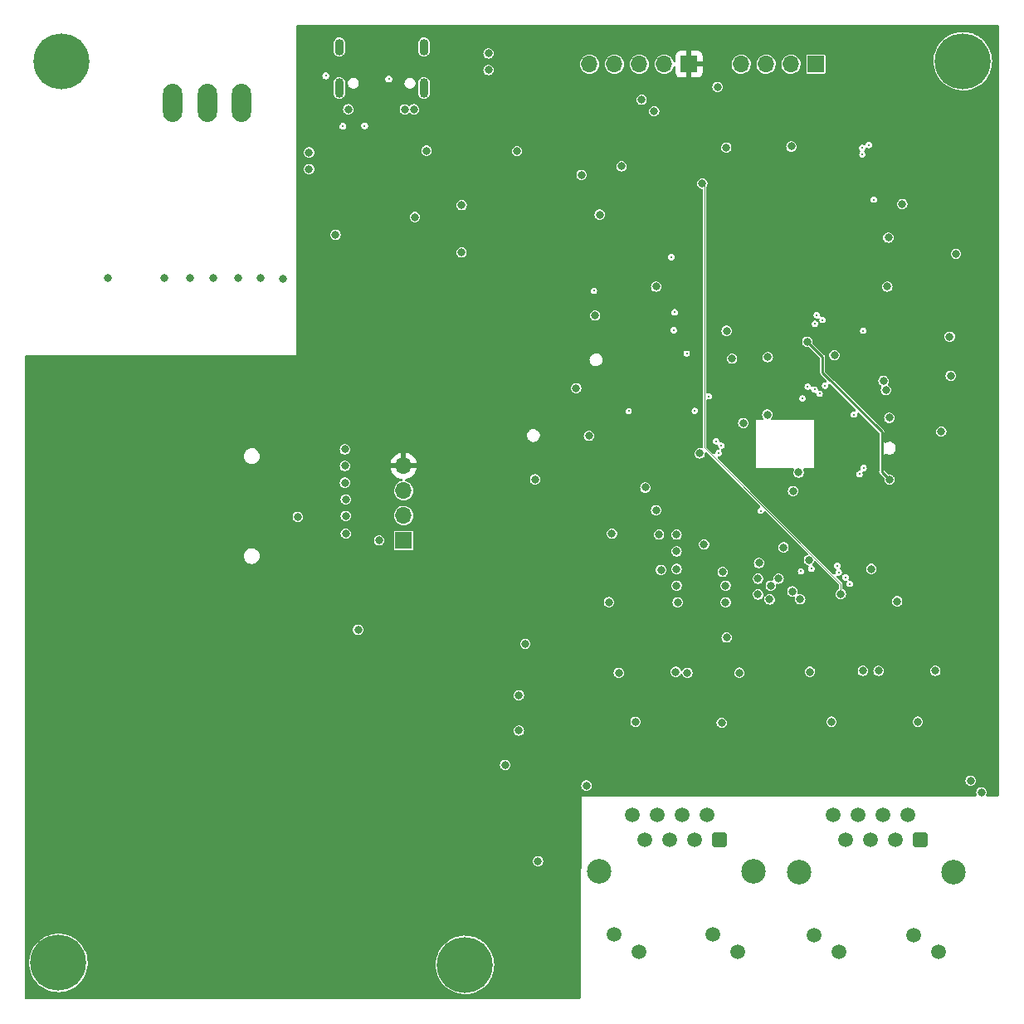
<source format=gbr>
%TF.GenerationSoftware,KiCad,Pcbnew,(6.0.11)*%
%TF.CreationDate,2023-05-21T23:05:42+09:00*%
%TF.ProjectId,STM32F4_Ethernet,53544d33-3246-4345-9f45-746865726e65,rev?*%
%TF.SameCoordinates,Original*%
%TF.FileFunction,Copper,L3,Inr*%
%TF.FilePolarity,Positive*%
%FSLAX46Y46*%
G04 Gerber Fmt 4.6, Leading zero omitted, Abs format (unit mm)*
G04 Created by KiCad (PCBNEW (6.0.11)) date 2023-05-21 23:05:42*
%MOMM*%
%LPD*%
G01*
G04 APERTURE LIST*
G04 Aperture macros list*
%AMRoundRect*
0 Rectangle with rounded corners*
0 $1 Rounding radius*
0 $2 $3 $4 $5 $6 $7 $8 $9 X,Y pos of 4 corners*
0 Add a 4 corners polygon primitive as box body*
4,1,4,$2,$3,$4,$5,$6,$7,$8,$9,$2,$3,0*
0 Add four circle primitives for the rounded corners*
1,1,$1+$1,$2,$3*
1,1,$1+$1,$4,$5*
1,1,$1+$1,$6,$7*
1,1,$1+$1,$8,$9*
0 Add four rect primitives between the rounded corners*
20,1,$1+$1,$2,$3,$4,$5,0*
20,1,$1+$1,$4,$5,$6,$7,0*
20,1,$1+$1,$6,$7,$8,$9,0*
20,1,$1+$1,$8,$9,$2,$3,0*%
G04 Aperture macros list end*
%TA.AperFunction,ComponentPad*%
%ADD10C,5.700000*%
%TD*%
%TA.AperFunction,ComponentPad*%
%ADD11R,1.700000X1.700000*%
%TD*%
%TA.AperFunction,ComponentPad*%
%ADD12O,1.700000X1.700000*%
%TD*%
%TA.AperFunction,ComponentPad*%
%ADD13O,1.950000X3.900000*%
%TD*%
%TA.AperFunction,ComponentPad*%
%ADD14O,0.900000X2.000000*%
%TD*%
%TA.AperFunction,ComponentPad*%
%ADD15O,0.900000X1.700000*%
%TD*%
%TA.AperFunction,ComponentPad*%
%ADD16RoundRect,0.250500X0.499500X0.499500X-0.499500X0.499500X-0.499500X-0.499500X0.499500X-0.499500X0*%
%TD*%
%TA.AperFunction,ComponentPad*%
%ADD17C,1.500000*%
%TD*%
%TA.AperFunction,ComponentPad*%
%ADD18C,2.500000*%
%TD*%
%TA.AperFunction,ViaPad*%
%ADD19C,0.800000*%
%TD*%
%TA.AperFunction,ViaPad*%
%ADD20C,0.250000*%
%TD*%
%TA.AperFunction,ViaPad*%
%ADD21C,0.300000*%
%TD*%
%TA.AperFunction,Conductor*%
%ADD22C,0.250000*%
%TD*%
%TA.AperFunction,Conductor*%
%ADD23C,0.100000*%
%TD*%
G04 APERTURE END LIST*
D10*
%TO.N,GND*%
%TO.C,H4*%
X81200000Y-156200000D03*
%TD*%
%TO.N,GND*%
%TO.C,H2*%
X132000000Y-64000000D03*
%TD*%
D11*
%TO.N,unconnected-(J1-Pad1)*%
%TO.C,J1*%
X117000000Y-64300000D03*
D12*
%TO.N,/MCU/UART_TX*%
X114460000Y-64300000D03*
%TO.N,/MCU/UART_RX*%
X111920000Y-64300000D03*
%TO.N,GND*%
X109380000Y-64300000D03*
%TD*%
D10*
%TO.N,GND*%
%TO.C,H1*%
X40000000Y-64000000D03*
%TD*%
D13*
%TO.N,unconnected-(U7-Pad1)*%
%TO.C,U7*%
X58397180Y-68242913D03*
%TO.N,/Power/ISO_+24V*%
X54897181Y-68242913D03*
%TO.N,/Power/ISO_GND*%
X51397180Y-68242913D03*
%TD*%
D10*
%TO.N,GND*%
%TO.C,H3*%
X39725000Y-156000000D03*
%TD*%
D11*
%TO.N,GND*%
%TO.C,J6*%
X74950000Y-112895000D03*
D12*
%TO.N,/Display/DISP_SCA*%
X74950000Y-110355000D03*
%TO.N,/Display/DISP_SCL*%
X74950000Y-107815000D03*
%TO.N,+3V3*%
X74950000Y-105275000D03*
%TD*%
D14*
%TO.N,GNDS*%
%TO.C,J7*%
X77020000Y-66730000D03*
D15*
X77020000Y-62560000D03*
D14*
X68380000Y-66730000D03*
D15*
X68380000Y-62560000D03*
%TD*%
D11*
%TO.N,+3V3*%
%TO.C,J2*%
X104075000Y-64300000D03*
D12*
%TO.N,/MCU/JTAG_SWDIO*%
X101535000Y-64300000D03*
%TO.N,/MCU/JTAG_SWCLK*%
X98995000Y-64300000D03*
%TO.N,GND*%
X96455000Y-64300000D03*
%TO.N,/MCU/JTAG_SWO*%
X93915000Y-64300000D03*
%TD*%
D16*
%TO.N,/Ethernet/TX1+*%
%TO.C,J3*%
X107170000Y-143400000D03*
D17*
%TO.N,/Ethernet/TX1-*%
X105900000Y-140860000D03*
%TO.N,+3V3*%
X104630000Y-143400000D03*
%TO.N,unconnected-(J3-Pad4)*%
X103360000Y-140860000D03*
%TO.N,unconnected-(J3-Pad5)*%
X102090000Y-143400000D03*
%TO.N,+3V3*%
X100820000Y-140860000D03*
%TO.N,/Ethernet/RX1+*%
X99550000Y-143400000D03*
%TO.N,/Ethernet/RX1-*%
X98280000Y-140860000D03*
%TO.N,Net-(J3-Pad9)*%
X109050000Y-154830000D03*
%TO.N,GND*%
X106510000Y-153130000D03*
%TO.N,Net-(J3-Pad11)*%
X98940000Y-154830000D03*
%TO.N,GND*%
X96400000Y-153130000D03*
D18*
%TO.N,GNDREF*%
X94850000Y-146700000D03*
X110600000Y-146700000D03*
%TD*%
D16*
%TO.N,/Ethernet/TX2+*%
%TO.C,J4*%
X127630000Y-143450000D03*
D17*
%TO.N,/Ethernet/TX2-*%
X126360000Y-140910000D03*
%TO.N,+3V3*%
X125090000Y-143450000D03*
%TO.N,unconnected-(J4-Pad4)*%
X123820000Y-140910000D03*
%TO.N,unconnected-(J4-Pad5)*%
X122550000Y-143450000D03*
%TO.N,+3V3*%
X121280000Y-140910000D03*
%TO.N,/Ethernet/RX2+*%
X120010000Y-143450000D03*
%TO.N,/Ethernet/RX2-*%
X118740000Y-140910000D03*
%TO.N,Net-(J4-Pad9)*%
X129510000Y-154880000D03*
%TO.N,GND*%
X126970000Y-153180000D03*
%TO.N,Net-(J4-Pad11)*%
X119400000Y-154880000D03*
%TO.N,GND*%
X116860000Y-153180000D03*
D18*
%TO.N,GNDREF*%
X115310000Y-146750000D03*
X131060000Y-146750000D03*
%TD*%
D19*
%TO.N,GND*%
X94950000Y-79650000D03*
%TO.N,+3V3*%
X94950000Y-84900000D03*
D20*
%TO.N,/MCU/SPI_NSS*%
X116900000Y-90800000D03*
D19*
%TO.N,+3V3*%
X120322400Y-114422400D03*
X124200000Y-85600000D03*
X115425000Y-94500000D03*
X127600000Y-100487500D03*
X96000000Y-115800000D03*
X121100000Y-75100000D03*
X101200000Y-122700000D03*
X88400000Y-85800000D03*
X124400000Y-80700000D03*
X106600000Y-73000000D03*
X126400000Y-121300000D03*
X100200000Y-73100000D03*
X96000000Y-117500000D03*
X73790000Y-76110000D03*
X98325000Y-95225000D03*
X66200000Y-122707500D03*
X79130000Y-83410000D03*
X96000000Y-114100000D03*
X91562500Y-102162500D03*
X109700000Y-94400000D03*
X68950000Y-100295000D03*
X79130000Y-78620000D03*
X125300000Y-117300000D03*
X112900000Y-72600000D03*
X73800000Y-82430000D03*
X100800000Y-93800000D03*
X64500000Y-107900000D03*
X72750000Y-105295000D03*
X90775000Y-94450000D03*
X107700000Y-112300000D03*
X95300000Y-138300000D03*
X102950000Y-97525000D03*
X68950000Y-101895000D03*
X131350000Y-79200000D03*
X130900000Y-137700000D03*
X118700000Y-92900000D03*
X92600000Y-99050000D03*
X127650000Y-97650000D03*
X116700000Y-94325000D03*
X131600000Y-101987500D03*
X100800000Y-88100000D03*
%TO.N,GND*%
X133900000Y-138600000D03*
X69050000Y-112195000D03*
X109600000Y-100925000D03*
X102900000Y-119200000D03*
X102800000Y-112300000D03*
X55540000Y-86160000D03*
X111200000Y-115200000D03*
X132800000Y-137400000D03*
X105148750Y-104021250D03*
X125300000Y-119100000D03*
X122662500Y-115800000D03*
X130662500Y-92100000D03*
X96200000Y-112200000D03*
X115250000Y-105973500D03*
X124300000Y-87000000D03*
X88660000Y-145620000D03*
X60340000Y-86160000D03*
X95900000Y-119200000D03*
X69050000Y-110395000D03*
X129800000Y-101787500D03*
X80870000Y-78680000D03*
X102800000Y-114000000D03*
X118600000Y-131400000D03*
X107900000Y-122800000D03*
X70300000Y-122007500D03*
X58040000Y-86160000D03*
X107400000Y-131500000D03*
X68950000Y-106995000D03*
X98600000Y-131400000D03*
X86510000Y-73170000D03*
X68950000Y-105295000D03*
X106975000Y-66625000D03*
X44800000Y-86100000D03*
X93848750Y-102221250D03*
X131300000Y-83650000D03*
X100500000Y-69100000D03*
X108450000Y-94350000D03*
X62600000Y-86200000D03*
X65300000Y-73300000D03*
X116300000Y-114900000D03*
X80850000Y-83510000D03*
X102800000Y-117500000D03*
X124400000Y-82000000D03*
X107900000Y-91500000D03*
X68000000Y-81700000D03*
X107863500Y-72800000D03*
X114500000Y-72700000D03*
X112050000Y-100050000D03*
X83600000Y-64900000D03*
X124500000Y-100387500D03*
X114670000Y-107850000D03*
X127400000Y-131400000D03*
X76000000Y-68900000D03*
X83600000Y-63200000D03*
X99600000Y-107500000D03*
X69050000Y-108695000D03*
X76100000Y-79900000D03*
X112100000Y-94200000D03*
X53140000Y-86160000D03*
X130762500Y-96100000D03*
X64150000Y-110493500D03*
X65300000Y-75000000D03*
X94475000Y-89950000D03*
X125825000Y-78575000D03*
X72450000Y-112895000D03*
X69300000Y-68900000D03*
X118900000Y-94000000D03*
X115400000Y-118900000D03*
X50540000Y-86160000D03*
X113700000Y-113600000D03*
X68950000Y-103595000D03*
X88362500Y-106662500D03*
X93600000Y-137900000D03*
X102800000Y-115800000D03*
X92550000Y-97350000D03*
X100700000Y-87000000D03*
%TO.N,/MCU/~{RESET}*%
X116125000Y-92625000D03*
X124525000Y-106700000D03*
%TO.N,/MCU/STM32_VDDA*%
X124153937Y-97555062D03*
D20*
X116875003Y-97499195D03*
D19*
%TO.N,/MCU/STM32_VSSA*%
X123900000Y-96600000D03*
D20*
X116175267Y-97208161D03*
D19*
%TO.N,Net-(C29-Pad1)*%
X103900000Y-126400000D03*
X109200000Y-126400000D03*
%TO.N,Net-(C30-Pad1)*%
X102700000Y-126300000D03*
X96900000Y-126400000D03*
%TO.N,Net-(C31-Pad1)*%
X129200000Y-126200000D03*
X123400000Y-126200000D03*
%TO.N,Net-(C32-Pad1)*%
X116400000Y-126300000D03*
X121800000Y-126200000D03*
D20*
%TO.N,/MCU/ETH_RESET*%
X120475000Y-117325000D03*
X122425000Y-72550000D03*
D19*
X114609000Y-118100000D03*
X111100000Y-118400000D03*
%TO.N,+1V8*%
X100700000Y-109800000D03*
X105600000Y-113300000D03*
%TO.N,/Ethernet/PHY_3V3A*%
X107800000Y-119200000D03*
X112289319Y-118910681D03*
%TO.N,/Ethernet/PHY_1V8A*%
X113200000Y-116800000D03*
X107500000Y-116100500D03*
X101000000Y-112300000D03*
%TO.N,USB_POWER*%
X77280000Y-73130000D03*
X75073721Y-68920358D03*
D20*
%TO.N,/MCU/LD1*%
X94350000Y-87425000D03*
X103825000Y-93825000D03*
D19*
%TO.N,/MCU/JTAG_SWCLK*%
X99225000Y-67925000D03*
X97175000Y-74725000D03*
%TO.N,/MCU/JTAG_SWO*%
X93100000Y-75600000D03*
D21*
%TO.N,Net-(J7-PadA5)*%
X67000000Y-65500000D03*
X73430000Y-65810000D03*
%TO.N,Net-(J7-PadB5)*%
X68750000Y-70630000D03*
X70970000Y-70600000D03*
D20*
%TO.N,/MCU/B0*%
X97900000Y-99700000D03*
X104650000Y-99675000D03*
D19*
%TO.N,/Ethernet/P1LED0*%
X85300000Y-135800000D03*
X101200000Y-115900000D03*
X111100000Y-116800000D03*
X87352000Y-123448000D03*
%TO.N,/Ethernet/P1LED1*%
X86700000Y-132300000D03*
X86700000Y-128700000D03*
%TO.N,/Ethernet/ISET*%
X107800000Y-117500000D03*
X112400000Y-117500000D03*
D20*
%TO.N,/MCU/ETH_TXD2*%
X116550000Y-115775000D03*
X115625000Y-98400000D03*
%TO.N,/MCU/ETH_TX_CLK*%
X117375000Y-97925000D03*
X121450000Y-106125000D03*
%TO.N,/MCU/ETH_RX_CLK*%
X120900000Y-100050000D03*
X117950000Y-97100000D03*
%TO.N,/MCU/SPI_NSS*%
X107075000Y-103975000D03*
%TO.N,/MCU/SPI_SCK*%
X107375000Y-103225000D03*
X117700000Y-90400000D03*
%TO.N,/MCU/SPI_MISO*%
X106800000Y-102775000D03*
X117100000Y-89900000D03*
%TO.N,/MCU/ETH_RX_DV*%
X121850000Y-91500000D03*
X121875000Y-105500000D03*
%TO.N,/MCU/ETH_TX_EN*%
X120037500Y-116662500D03*
X122900000Y-78125000D03*
%TO.N,/MCU/ETH_TXD0*%
X119175000Y-115475000D03*
X121750000Y-73500000D03*
%TO.N,/MCU/ETH_TXD1*%
X121725000Y-72850000D03*
X119325000Y-116150000D03*
D19*
%TO.N,/MCU/MCO_25MHz*%
X119550000Y-118375000D03*
X105425000Y-76475000D03*
D20*
%TO.N,/MCU/ETH_INT*%
X111375000Y-109875000D03*
X102275000Y-84000000D03*
%TO.N,/MCU/SPI_MOSI*%
X102600000Y-89625000D03*
X106100000Y-98200000D03*
%TO.N,/MCU/ETH_TXD3*%
X115500000Y-116050000D03*
X102500000Y-91450000D03*
%TD*%
D22*
%TO.N,/MCU/~{RESET}*%
X117700000Y-95800000D02*
X123720999Y-101820999D01*
X123720999Y-105895999D02*
X124525000Y-106700000D01*
X117700000Y-94200000D02*
X117700000Y-95800000D01*
X123720999Y-101820999D02*
X123720999Y-105895999D01*
X116125000Y-92625000D02*
X117700000Y-94200000D01*
D23*
%TO.N,/MCU/MCO_25MHz*%
X119550000Y-117333998D02*
X105625000Y-103408998D01*
X105625000Y-103408998D02*
X105625000Y-102400000D01*
X105625000Y-102400000D02*
X105625000Y-76675000D01*
X119550000Y-118375000D02*
X119550000Y-117333998D01*
X105625000Y-76675000D02*
X105425000Y-76475000D01*
%TD*%
%TA.AperFunction,Conductor*%
%TO.N,+3V3*%
G36*
X135641621Y-60320502D02*
G01*
X135688114Y-60374158D01*
X135699500Y-60426500D01*
X135699500Y-138874000D01*
X135679498Y-138942121D01*
X135625842Y-138988614D01*
X135573500Y-139000000D01*
X134493850Y-139000000D01*
X134425729Y-138979998D01*
X134379236Y-138926342D01*
X134369132Y-138856068D01*
X134377441Y-138825783D01*
X134410762Y-138745338D01*
X134410763Y-138745333D01*
X134413923Y-138737705D01*
X134432052Y-138600000D01*
X134413923Y-138462295D01*
X134400950Y-138430974D01*
X134387347Y-138398134D01*
X134360771Y-138333974D01*
X134276218Y-138223782D01*
X134166026Y-138139229D01*
X134101865Y-138112653D01*
X134045335Y-138089237D01*
X134045332Y-138089236D01*
X134037705Y-138086077D01*
X133900000Y-138067948D01*
X133762295Y-138086077D01*
X133754668Y-138089236D01*
X133754665Y-138089237D01*
X133698135Y-138112653D01*
X133633974Y-138139229D01*
X133523782Y-138223782D01*
X133439229Y-138333974D01*
X133412653Y-138398134D01*
X133399051Y-138430974D01*
X133386077Y-138462295D01*
X133367948Y-138600000D01*
X133386077Y-138737705D01*
X133389237Y-138745333D01*
X133389238Y-138745338D01*
X133422559Y-138825783D01*
X133430148Y-138896373D01*
X133398368Y-138959859D01*
X133337310Y-138996086D01*
X133306150Y-139000000D01*
X93119214Y-139000000D01*
X93119138Y-139013364D01*
X93119138Y-139013365D01*
X93077369Y-146371154D01*
X93056981Y-146439160D01*
X93040466Y-146459534D01*
X93000000Y-146500000D01*
X93000000Y-158000000D01*
X93006624Y-158006624D01*
X93011134Y-158038639D01*
X93003770Y-159335876D01*
X93002417Y-159574215D01*
X92982028Y-159642221D01*
X92928110Y-159688409D01*
X92876419Y-159699500D01*
X36426500Y-159699500D01*
X36358379Y-159679498D01*
X36311886Y-159625842D01*
X36300500Y-159573500D01*
X36300500Y-155906316D01*
X36743926Y-155906316D01*
X36752914Y-156249573D01*
X36801296Y-156589522D01*
X36888430Y-156921657D01*
X37013161Y-157241577D01*
X37173837Y-157545039D01*
X37175889Y-157548024D01*
X37175894Y-157548033D01*
X37366269Y-157825031D01*
X37366275Y-157825038D01*
X37368326Y-157828023D01*
X37594052Y-158086778D01*
X37848023Y-158317874D01*
X38126872Y-158518247D01*
X38426903Y-158685242D01*
X38744140Y-158816646D01*
X38747634Y-158817641D01*
X38747636Y-158817642D01*
X39070877Y-158909720D01*
X39070882Y-158909721D01*
X39074378Y-158910717D01*
X39282430Y-158944786D01*
X39409659Y-158965621D01*
X39409663Y-158965621D01*
X39413239Y-158966207D01*
X39416865Y-158966378D01*
X39752606Y-158982211D01*
X39752607Y-158982211D01*
X39756233Y-158982382D01*
X39770862Y-158981385D01*
X40095181Y-158959276D01*
X40095189Y-158959275D01*
X40098812Y-158959028D01*
X40102388Y-158958365D01*
X40102390Y-158958365D01*
X40432872Y-158897114D01*
X40432876Y-158897113D01*
X40436437Y-158896453D01*
X40764632Y-158795487D01*
X40797148Y-158781214D01*
X41075716Y-158658931D01*
X41075721Y-158658928D01*
X41079048Y-158657468D01*
X41375516Y-158484226D01*
X41513420Y-158380684D01*
X41647200Y-158280240D01*
X41647204Y-158280237D01*
X41650107Y-158278057D01*
X41899182Y-158041693D01*
X42119440Y-157778268D01*
X42139301Y-157748033D01*
X42305974Y-157494299D01*
X42305979Y-157494290D01*
X42307961Y-157491273D01*
X42462245Y-157184512D01*
X42508351Y-157058521D01*
X42579001Y-156865462D01*
X42579002Y-156865458D01*
X42580249Y-156862051D01*
X42581094Y-156858529D01*
X42581097Y-156858521D01*
X42659562Y-156531692D01*
X42659563Y-156531688D01*
X42660409Y-156528163D01*
X42669920Y-156449573D01*
X42700121Y-156200000D01*
X42701661Y-156187276D01*
X42704205Y-156106316D01*
X78218926Y-156106316D01*
X78227914Y-156449573D01*
X78276296Y-156789522D01*
X78363430Y-157121657D01*
X78488161Y-157441577D01*
X78648837Y-157745039D01*
X78650889Y-157748024D01*
X78650894Y-157748033D01*
X78841269Y-158025031D01*
X78841275Y-158025038D01*
X78843326Y-158028023D01*
X78979471Y-158184090D01*
X79063349Y-158280240D01*
X79069052Y-158286778D01*
X79323023Y-158517874D01*
X79601872Y-158718247D01*
X79901903Y-158885242D01*
X80219140Y-159016646D01*
X80222634Y-159017641D01*
X80222636Y-159017642D01*
X80545877Y-159109720D01*
X80545882Y-159109721D01*
X80549378Y-159110717D01*
X80757430Y-159144786D01*
X80884659Y-159165621D01*
X80884663Y-159165621D01*
X80888239Y-159166207D01*
X80891865Y-159166378D01*
X81227606Y-159182211D01*
X81227607Y-159182211D01*
X81231233Y-159182382D01*
X81245862Y-159181385D01*
X81570181Y-159159276D01*
X81570189Y-159159275D01*
X81573812Y-159159028D01*
X81577388Y-159158365D01*
X81577390Y-159158365D01*
X81907872Y-159097114D01*
X81907876Y-159097113D01*
X81911437Y-159096453D01*
X82239632Y-158995487D01*
X82324198Y-158958365D01*
X82550716Y-158858931D01*
X82550721Y-158858928D01*
X82554048Y-158857468D01*
X82850516Y-158684226D01*
X83069222Y-158520017D01*
X83122200Y-158480240D01*
X83122204Y-158480237D01*
X83125107Y-158478057D01*
X83374182Y-158241693D01*
X83594440Y-157978268D01*
X83693133Y-157828023D01*
X83780974Y-157694299D01*
X83780979Y-157694290D01*
X83782961Y-157691273D01*
X83937245Y-157384512D01*
X83990789Y-157238196D01*
X84054001Y-157065462D01*
X84054002Y-157065458D01*
X84055249Y-157062051D01*
X84056094Y-157058529D01*
X84056097Y-157058521D01*
X84134562Y-156731692D01*
X84134563Y-156731688D01*
X84135409Y-156728163D01*
X84176661Y-156387276D01*
X84182546Y-156200000D01*
X84181974Y-156190076D01*
X84162989Y-155860815D01*
X84162988Y-155860810D01*
X84162780Y-155857195D01*
X84147198Y-155767912D01*
X84104368Y-155522506D01*
X84104366Y-155522499D01*
X84103744Y-155518933D01*
X84006220Y-155189699D01*
X84004799Y-155186368D01*
X84004796Y-155186359D01*
X83872926Y-154877193D01*
X83872924Y-154877190D01*
X83871502Y-154873855D01*
X83822250Y-154787506D01*
X83703165Y-154578729D01*
X83701374Y-154575589D01*
X83644248Y-154497821D01*
X83500231Y-154301767D01*
X83500229Y-154301765D01*
X83498091Y-154298854D01*
X83264349Y-154047317D01*
X83261589Y-154044960D01*
X83261583Y-154044954D01*
X83006001Y-153826667D01*
X83003245Y-153824313D01*
X82718239Y-153632797D01*
X82715030Y-153631141D01*
X82715022Y-153631136D01*
X82416331Y-153476971D01*
X82416332Y-153476971D01*
X82413111Y-153475309D01*
X82409730Y-153474031D01*
X82409720Y-153474027D01*
X82173621Y-153384813D01*
X82091903Y-153353934D01*
X82088382Y-153353050D01*
X82088377Y-153353048D01*
X81928772Y-153312959D01*
X81758873Y-153270283D01*
X81739526Y-153267736D01*
X81422040Y-153225938D01*
X81422032Y-153225937D01*
X81418436Y-153225464D01*
X81274991Y-153223210D01*
X81078746Y-153220127D01*
X81078742Y-153220127D01*
X81075104Y-153220070D01*
X81071490Y-153220431D01*
X81071484Y-153220431D01*
X80831168Y-153244418D01*
X80733427Y-153254174D01*
X80397934Y-153327323D01*
X80394507Y-153328496D01*
X80394501Y-153328498D01*
X80219814Y-153388307D01*
X80073072Y-153438548D01*
X79763148Y-153586375D01*
X79760069Y-153588306D01*
X79760068Y-153588307D01*
X79702670Y-153624313D01*
X79472267Y-153768844D01*
X79469431Y-153771116D01*
X79469424Y-153771121D01*
X79374316Y-153847317D01*
X79204287Y-153983536D01*
X78962759Y-154227607D01*
X78960518Y-154230464D01*
X78960518Y-154230465D01*
X78909945Y-154294964D01*
X78750885Y-154497821D01*
X78571472Y-154790596D01*
X78569947Y-154793881D01*
X78569945Y-154793885D01*
X78477433Y-154993185D01*
X78426899Y-155102052D01*
X78319082Y-155428060D01*
X78318346Y-155431615D01*
X78318345Y-155431618D01*
X78270881Y-155660815D01*
X78249450Y-155764301D01*
X78218926Y-156106316D01*
X42704205Y-156106316D01*
X42707546Y-156000000D01*
X42702144Y-155906316D01*
X42687989Y-155660815D01*
X42687988Y-155660810D01*
X42687780Y-155657195D01*
X42672198Y-155567912D01*
X42629368Y-155322506D01*
X42629366Y-155322499D01*
X42628744Y-155318933D01*
X42531220Y-154989699D01*
X42529799Y-154986368D01*
X42529796Y-154986359D01*
X42397926Y-154677193D01*
X42397924Y-154677190D01*
X42396502Y-154673855D01*
X42347250Y-154587506D01*
X42228165Y-154378729D01*
X42226374Y-154375589D01*
X42170007Y-154298854D01*
X42025231Y-154101767D01*
X42025229Y-154101765D01*
X42023091Y-154098854D01*
X41789349Y-153847317D01*
X41786589Y-153844960D01*
X41786583Y-153844954D01*
X41531001Y-153626667D01*
X41528245Y-153624313D01*
X41243239Y-153432797D01*
X41240030Y-153431141D01*
X41240022Y-153431136D01*
X40941331Y-153276971D01*
X40941332Y-153276971D01*
X40938111Y-153275309D01*
X40934730Y-153274031D01*
X40934720Y-153274027D01*
X40706068Y-153187627D01*
X40616903Y-153153934D01*
X40613382Y-153153050D01*
X40613377Y-153153048D01*
X40453772Y-153112959D01*
X40283873Y-153070283D01*
X40264526Y-153067736D01*
X39947040Y-153025938D01*
X39947032Y-153025937D01*
X39943436Y-153025464D01*
X39799991Y-153023210D01*
X39603746Y-153020127D01*
X39603742Y-153020127D01*
X39600104Y-153020070D01*
X39596490Y-153020431D01*
X39596484Y-153020431D01*
X39356168Y-153044418D01*
X39258427Y-153054174D01*
X38922934Y-153127323D01*
X38919507Y-153128496D01*
X38919501Y-153128498D01*
X38841456Y-153155219D01*
X38598072Y-153238548D01*
X38288148Y-153386375D01*
X37997267Y-153568844D01*
X37994431Y-153571116D01*
X37994424Y-153571121D01*
X37917440Y-153632797D01*
X37729287Y-153783536D01*
X37487759Y-154027607D01*
X37485518Y-154030464D01*
X37485518Y-154030465D01*
X37330940Y-154227607D01*
X37275885Y-154297821D01*
X37096472Y-154590596D01*
X36951899Y-154902052D01*
X36921760Y-154993185D01*
X36856769Y-155189699D01*
X36844082Y-155228060D01*
X36843346Y-155231615D01*
X36843345Y-155231618D01*
X36802664Y-155428060D01*
X36774450Y-155564301D01*
X36756278Y-155767912D01*
X36748629Y-155853625D01*
X36743926Y-155906316D01*
X36300500Y-155906316D01*
X36300500Y-145620000D01*
X88127948Y-145620000D01*
X88146077Y-145757705D01*
X88199229Y-145886026D01*
X88283782Y-145996218D01*
X88393974Y-146080771D01*
X88458134Y-146107347D01*
X88514665Y-146130763D01*
X88514668Y-146130764D01*
X88522295Y-146133923D01*
X88660000Y-146152052D01*
X88668188Y-146150974D01*
X88789517Y-146135001D01*
X88797705Y-146133923D01*
X88805332Y-146130764D01*
X88805335Y-146130763D01*
X88861866Y-146107347D01*
X88926026Y-146080771D01*
X89036218Y-145996218D01*
X89120771Y-145886026D01*
X89173923Y-145757705D01*
X89192052Y-145620000D01*
X89173923Y-145482295D01*
X89120771Y-145353974D01*
X89036218Y-145243782D01*
X88926026Y-145159229D01*
X88861866Y-145132653D01*
X88805335Y-145109237D01*
X88805332Y-145109236D01*
X88797705Y-145106077D01*
X88660000Y-145087948D01*
X88522295Y-145106077D01*
X88514668Y-145109236D01*
X88514665Y-145109237D01*
X88458134Y-145132653D01*
X88393974Y-145159229D01*
X88283782Y-145243782D01*
X88199229Y-145353974D01*
X88146077Y-145482295D01*
X88127948Y-145620000D01*
X36300500Y-145620000D01*
X36300500Y-137900000D01*
X93067948Y-137900000D01*
X93086077Y-138037705D01*
X93089236Y-138045332D01*
X93089237Y-138045335D01*
X93105667Y-138084999D01*
X93139229Y-138166026D01*
X93223782Y-138276218D01*
X93333974Y-138360771D01*
X93398134Y-138387347D01*
X93454665Y-138410763D01*
X93454668Y-138410764D01*
X93462295Y-138413923D01*
X93600000Y-138432052D01*
X93608188Y-138430974D01*
X93729517Y-138415001D01*
X93737705Y-138413923D01*
X93745332Y-138410764D01*
X93745335Y-138410763D01*
X93801866Y-138387347D01*
X93866026Y-138360771D01*
X93976218Y-138276218D01*
X94060771Y-138166026D01*
X94094333Y-138084999D01*
X94110763Y-138045335D01*
X94110764Y-138045332D01*
X94113923Y-138037705D01*
X94132052Y-137900000D01*
X94113923Y-137762295D01*
X94060771Y-137633974D01*
X93992756Y-137545335D01*
X93981241Y-137530328D01*
X93976218Y-137523782D01*
X93866026Y-137439229D01*
X93791086Y-137408188D01*
X93771319Y-137400000D01*
X132267948Y-137400000D01*
X132286077Y-137537705D01*
X132339229Y-137666026D01*
X132344256Y-137672577D01*
X132413099Y-137762295D01*
X132423782Y-137776218D01*
X132533974Y-137860771D01*
X132598134Y-137887347D01*
X132654665Y-137910763D01*
X132654668Y-137910764D01*
X132662295Y-137913923D01*
X132800000Y-137932052D01*
X132808188Y-137930974D01*
X132929517Y-137915001D01*
X132937705Y-137913923D01*
X132945332Y-137910764D01*
X132945335Y-137910763D01*
X133001866Y-137887347D01*
X133066026Y-137860771D01*
X133176218Y-137776218D01*
X133186902Y-137762295D01*
X133255744Y-137672577D01*
X133260771Y-137666026D01*
X133313923Y-137537705D01*
X133332052Y-137400000D01*
X133313923Y-137262295D01*
X133260771Y-137133974D01*
X133176218Y-137023782D01*
X133066026Y-136939229D01*
X133001865Y-136912653D01*
X132945335Y-136889237D01*
X132945332Y-136889236D01*
X132937705Y-136886077D01*
X132800000Y-136867948D01*
X132662295Y-136886077D01*
X132654668Y-136889236D01*
X132654665Y-136889237D01*
X132598135Y-136912653D01*
X132533974Y-136939229D01*
X132423782Y-137023782D01*
X132339229Y-137133974D01*
X132286077Y-137262295D01*
X132267948Y-137400000D01*
X93771319Y-137400000D01*
X93745335Y-137389237D01*
X93745332Y-137389236D01*
X93737705Y-137386077D01*
X93600000Y-137367948D01*
X93462295Y-137386077D01*
X93454668Y-137389236D01*
X93454665Y-137389237D01*
X93408914Y-137408188D01*
X93333974Y-137439229D01*
X93223782Y-137523782D01*
X93218759Y-137530328D01*
X93207244Y-137545335D01*
X93139229Y-137633974D01*
X93086077Y-137762295D01*
X93067948Y-137900000D01*
X36300500Y-137900000D01*
X36300500Y-135800000D01*
X84767948Y-135800000D01*
X84786077Y-135937705D01*
X84839229Y-136066026D01*
X84923782Y-136176218D01*
X85033974Y-136260771D01*
X85098135Y-136287347D01*
X85154665Y-136310763D01*
X85154668Y-136310764D01*
X85162295Y-136313923D01*
X85300000Y-136332052D01*
X85308188Y-136330974D01*
X85429517Y-136315001D01*
X85437705Y-136313923D01*
X85445332Y-136310764D01*
X85445335Y-136310763D01*
X85501865Y-136287347D01*
X85566026Y-136260771D01*
X85676218Y-136176218D01*
X85760771Y-136066026D01*
X85813923Y-135937705D01*
X85832052Y-135800000D01*
X85813923Y-135662295D01*
X85760771Y-135533974D01*
X85676218Y-135423782D01*
X85566026Y-135339229D01*
X85501865Y-135312653D01*
X85445335Y-135289237D01*
X85445332Y-135289236D01*
X85437705Y-135286077D01*
X85300000Y-135267948D01*
X85162295Y-135286077D01*
X85154668Y-135289236D01*
X85154665Y-135289237D01*
X85098135Y-135312653D01*
X85033974Y-135339229D01*
X84923782Y-135423782D01*
X84839229Y-135533974D01*
X84786077Y-135662295D01*
X84767948Y-135800000D01*
X36300500Y-135800000D01*
X36300500Y-132300000D01*
X86167948Y-132300000D01*
X86186077Y-132437705D01*
X86239229Y-132566026D01*
X86323782Y-132676218D01*
X86433974Y-132760771D01*
X86498134Y-132787347D01*
X86554665Y-132810763D01*
X86554668Y-132810764D01*
X86562295Y-132813923D01*
X86700000Y-132832052D01*
X86708188Y-132830974D01*
X86829517Y-132815001D01*
X86837705Y-132813923D01*
X86845332Y-132810764D01*
X86845335Y-132810763D01*
X86901866Y-132787347D01*
X86966026Y-132760771D01*
X87076218Y-132676218D01*
X87160771Y-132566026D01*
X87213923Y-132437705D01*
X87232052Y-132300000D01*
X87213923Y-132162295D01*
X87160771Y-132033974D01*
X87076218Y-131923782D01*
X87063370Y-131913923D01*
X86972577Y-131844256D01*
X86966026Y-131839229D01*
X86901866Y-131812653D01*
X86845335Y-131789237D01*
X86845332Y-131789236D01*
X86837705Y-131786077D01*
X86700000Y-131767948D01*
X86562295Y-131786077D01*
X86554668Y-131789236D01*
X86554665Y-131789237D01*
X86498134Y-131812653D01*
X86433974Y-131839229D01*
X86427423Y-131844256D01*
X86336631Y-131913923D01*
X86323782Y-131923782D01*
X86239229Y-132033974D01*
X86186077Y-132162295D01*
X86167948Y-132300000D01*
X36300500Y-132300000D01*
X36300500Y-131400000D01*
X98067948Y-131400000D01*
X98086077Y-131537705D01*
X98139229Y-131666026D01*
X98223782Y-131776218D01*
X98230328Y-131781241D01*
X98240749Y-131789237D01*
X98333974Y-131860771D01*
X98398135Y-131887347D01*
X98454665Y-131910763D01*
X98454668Y-131910764D01*
X98462295Y-131913923D01*
X98600000Y-131932052D01*
X98608188Y-131930974D01*
X98729517Y-131915001D01*
X98737705Y-131913923D01*
X98745332Y-131910764D01*
X98745335Y-131910763D01*
X98801865Y-131887347D01*
X98866026Y-131860771D01*
X98959251Y-131789237D01*
X98969672Y-131781241D01*
X98976218Y-131776218D01*
X99060771Y-131666026D01*
X99113923Y-131537705D01*
X99118887Y-131500000D01*
X106867948Y-131500000D01*
X106886077Y-131637705D01*
X106939229Y-131766026D01*
X107023782Y-131876218D01*
X107133974Y-131960771D01*
X107198135Y-131987347D01*
X107254665Y-132010763D01*
X107254668Y-132010764D01*
X107262295Y-132013923D01*
X107400000Y-132032052D01*
X107408188Y-132030974D01*
X107529517Y-132015001D01*
X107537705Y-132013923D01*
X107545332Y-132010764D01*
X107545335Y-132010763D01*
X107601865Y-131987347D01*
X107666026Y-131960771D01*
X107776218Y-131876218D01*
X107860771Y-131766026D01*
X107913923Y-131637705D01*
X107932052Y-131500000D01*
X107918887Y-131400000D01*
X118067948Y-131400000D01*
X118086077Y-131537705D01*
X118139229Y-131666026D01*
X118223782Y-131776218D01*
X118230328Y-131781241D01*
X118240749Y-131789237D01*
X118333974Y-131860771D01*
X118398135Y-131887347D01*
X118454665Y-131910763D01*
X118454668Y-131910764D01*
X118462295Y-131913923D01*
X118600000Y-131932052D01*
X118608188Y-131930974D01*
X118729517Y-131915001D01*
X118737705Y-131913923D01*
X118745332Y-131910764D01*
X118745335Y-131910763D01*
X118801865Y-131887347D01*
X118866026Y-131860771D01*
X118959251Y-131789237D01*
X118969672Y-131781241D01*
X118976218Y-131776218D01*
X119060771Y-131666026D01*
X119113923Y-131537705D01*
X119132052Y-131400000D01*
X126867948Y-131400000D01*
X126886077Y-131537705D01*
X126939229Y-131666026D01*
X127023782Y-131776218D01*
X127030328Y-131781241D01*
X127040749Y-131789237D01*
X127133974Y-131860771D01*
X127198135Y-131887347D01*
X127254665Y-131910763D01*
X127254668Y-131910764D01*
X127262295Y-131913923D01*
X127400000Y-131932052D01*
X127408188Y-131930974D01*
X127529517Y-131915001D01*
X127537705Y-131913923D01*
X127545332Y-131910764D01*
X127545335Y-131910763D01*
X127601865Y-131887347D01*
X127666026Y-131860771D01*
X127759251Y-131789237D01*
X127769672Y-131781241D01*
X127776218Y-131776218D01*
X127860771Y-131666026D01*
X127913923Y-131537705D01*
X127932052Y-131400000D01*
X127913923Y-131262295D01*
X127860771Y-131133974D01*
X127776218Y-131023782D01*
X127666026Y-130939229D01*
X127601865Y-130912653D01*
X127545335Y-130889237D01*
X127545332Y-130889236D01*
X127537705Y-130886077D01*
X127400000Y-130867948D01*
X127262295Y-130886077D01*
X127254668Y-130889236D01*
X127254665Y-130889237D01*
X127198135Y-130912653D01*
X127133974Y-130939229D01*
X127023782Y-131023782D01*
X126939229Y-131133974D01*
X126886077Y-131262295D01*
X126867948Y-131400000D01*
X119132052Y-131400000D01*
X119113923Y-131262295D01*
X119060771Y-131133974D01*
X118976218Y-131023782D01*
X118866026Y-130939229D01*
X118801865Y-130912653D01*
X118745335Y-130889237D01*
X118745332Y-130889236D01*
X118737705Y-130886077D01*
X118600000Y-130867948D01*
X118462295Y-130886077D01*
X118454668Y-130889236D01*
X118454665Y-130889237D01*
X118398135Y-130912653D01*
X118333974Y-130939229D01*
X118223782Y-131023782D01*
X118139229Y-131133974D01*
X118086077Y-131262295D01*
X118067948Y-131400000D01*
X107918887Y-131400000D01*
X107913923Y-131362295D01*
X107860771Y-131233974D01*
X107776218Y-131123782D01*
X107666026Y-131039229D01*
X107601865Y-131012653D01*
X107545335Y-130989237D01*
X107545332Y-130989236D01*
X107537705Y-130986077D01*
X107400000Y-130967948D01*
X107262295Y-130986077D01*
X107254668Y-130989236D01*
X107254665Y-130989237D01*
X107198135Y-131012653D01*
X107133974Y-131039229D01*
X107023782Y-131123782D01*
X106939229Y-131233974D01*
X106886077Y-131362295D01*
X106867948Y-131500000D01*
X99118887Y-131500000D01*
X99132052Y-131400000D01*
X99113923Y-131262295D01*
X99060771Y-131133974D01*
X98976218Y-131023782D01*
X98866026Y-130939229D01*
X98801865Y-130912653D01*
X98745335Y-130889237D01*
X98745332Y-130889236D01*
X98737705Y-130886077D01*
X98600000Y-130867948D01*
X98462295Y-130886077D01*
X98454668Y-130889236D01*
X98454665Y-130889237D01*
X98398135Y-130912653D01*
X98333974Y-130939229D01*
X98223782Y-131023782D01*
X98139229Y-131133974D01*
X98086077Y-131262295D01*
X98067948Y-131400000D01*
X36300500Y-131400000D01*
X36300500Y-128700000D01*
X86167948Y-128700000D01*
X86186077Y-128837705D01*
X86239229Y-128966026D01*
X86323782Y-129076218D01*
X86433974Y-129160771D01*
X86498134Y-129187347D01*
X86554665Y-129210763D01*
X86554668Y-129210764D01*
X86562295Y-129213923D01*
X86700000Y-129232052D01*
X86708188Y-129230974D01*
X86829517Y-129215001D01*
X86837705Y-129213923D01*
X86845332Y-129210764D01*
X86845335Y-129210763D01*
X86901866Y-129187347D01*
X86966026Y-129160771D01*
X87076218Y-129076218D01*
X87160771Y-128966026D01*
X87213923Y-128837705D01*
X87232052Y-128700000D01*
X87213923Y-128562295D01*
X87160771Y-128433974D01*
X87076218Y-128323782D01*
X86966026Y-128239229D01*
X86901866Y-128212653D01*
X86845335Y-128189237D01*
X86845332Y-128189236D01*
X86837705Y-128186077D01*
X86700000Y-128167948D01*
X86562295Y-128186077D01*
X86554668Y-128189236D01*
X86554665Y-128189237D01*
X86498134Y-128212653D01*
X86433974Y-128239229D01*
X86323782Y-128323782D01*
X86239229Y-128433974D01*
X86186077Y-128562295D01*
X86167948Y-128700000D01*
X36300500Y-128700000D01*
X36300500Y-126400000D01*
X96367948Y-126400000D01*
X96386077Y-126537705D01*
X96389236Y-126545332D01*
X96389237Y-126545335D01*
X96404110Y-126581241D01*
X96439229Y-126666026D01*
X96523782Y-126776218D01*
X96633974Y-126860771D01*
X96698134Y-126887347D01*
X96754665Y-126910763D01*
X96754668Y-126910764D01*
X96762295Y-126913923D01*
X96900000Y-126932052D01*
X96908188Y-126930974D01*
X97029517Y-126915001D01*
X97037705Y-126913923D01*
X97045332Y-126910764D01*
X97045335Y-126910763D01*
X97101866Y-126887347D01*
X97166026Y-126860771D01*
X97276218Y-126776218D01*
X97360771Y-126666026D01*
X97395890Y-126581241D01*
X97410763Y-126545335D01*
X97410764Y-126545332D01*
X97413923Y-126537705D01*
X97432052Y-126400000D01*
X97418887Y-126300000D01*
X102167948Y-126300000D01*
X102186077Y-126437705D01*
X102239229Y-126566026D01*
X102323782Y-126676218D01*
X102433974Y-126760771D01*
X102498134Y-126787347D01*
X102554665Y-126810763D01*
X102554668Y-126810764D01*
X102562295Y-126813923D01*
X102700000Y-126832052D01*
X102708188Y-126830974D01*
X102829517Y-126815001D01*
X102837705Y-126813923D01*
X102845332Y-126810764D01*
X102845335Y-126810763D01*
X102901866Y-126787347D01*
X102966026Y-126760771D01*
X103076218Y-126676218D01*
X103160771Y-126566026D01*
X103163932Y-126558396D01*
X103168060Y-126551245D01*
X103169855Y-126552281D01*
X103207418Y-126505659D01*
X103274779Y-126483232D01*
X103343572Y-126500783D01*
X103391956Y-126552740D01*
X103395698Y-126560933D01*
X103404110Y-126581241D01*
X103439229Y-126666026D01*
X103523782Y-126776218D01*
X103633974Y-126860771D01*
X103698134Y-126887347D01*
X103754665Y-126910763D01*
X103754668Y-126910764D01*
X103762295Y-126913923D01*
X103900000Y-126932052D01*
X103908188Y-126930974D01*
X104029517Y-126915001D01*
X104037705Y-126913923D01*
X104045332Y-126910764D01*
X104045335Y-126910763D01*
X104101866Y-126887347D01*
X104166026Y-126860771D01*
X104276218Y-126776218D01*
X104360771Y-126666026D01*
X104395890Y-126581241D01*
X104410763Y-126545335D01*
X104410764Y-126545332D01*
X104413923Y-126537705D01*
X104432052Y-126400000D01*
X108667948Y-126400000D01*
X108686077Y-126537705D01*
X108689236Y-126545332D01*
X108689237Y-126545335D01*
X108704110Y-126581241D01*
X108739229Y-126666026D01*
X108823782Y-126776218D01*
X108933974Y-126860771D01*
X108998134Y-126887347D01*
X109054665Y-126910763D01*
X109054668Y-126910764D01*
X109062295Y-126913923D01*
X109200000Y-126932052D01*
X109208188Y-126930974D01*
X109329517Y-126915001D01*
X109337705Y-126913923D01*
X109345332Y-126910764D01*
X109345335Y-126910763D01*
X109401866Y-126887347D01*
X109466026Y-126860771D01*
X109576218Y-126776218D01*
X109660771Y-126666026D01*
X109695890Y-126581241D01*
X109710763Y-126545335D01*
X109710764Y-126545332D01*
X109713923Y-126537705D01*
X109732052Y-126400000D01*
X109718887Y-126300000D01*
X115867948Y-126300000D01*
X115886077Y-126437705D01*
X115939229Y-126566026D01*
X116023782Y-126676218D01*
X116133974Y-126760771D01*
X116198134Y-126787347D01*
X116254665Y-126810763D01*
X116254668Y-126810764D01*
X116262295Y-126813923D01*
X116400000Y-126832052D01*
X116408188Y-126830974D01*
X116529517Y-126815001D01*
X116537705Y-126813923D01*
X116545332Y-126810764D01*
X116545335Y-126810763D01*
X116601866Y-126787347D01*
X116666026Y-126760771D01*
X116776218Y-126676218D01*
X116860771Y-126566026D01*
X116913923Y-126437705D01*
X116932052Y-126300000D01*
X116918887Y-126200000D01*
X121267948Y-126200000D01*
X121286077Y-126337705D01*
X121339229Y-126466026D01*
X121423782Y-126576218D01*
X121533974Y-126660771D01*
X121598135Y-126687347D01*
X121654665Y-126710763D01*
X121654668Y-126710764D01*
X121662295Y-126713923D01*
X121800000Y-126732052D01*
X121808188Y-126730974D01*
X121929517Y-126715001D01*
X121937705Y-126713923D01*
X121945332Y-126710764D01*
X121945335Y-126710763D01*
X122001865Y-126687347D01*
X122066026Y-126660771D01*
X122176218Y-126576218D01*
X122260771Y-126466026D01*
X122313923Y-126337705D01*
X122332052Y-126200000D01*
X122867948Y-126200000D01*
X122886077Y-126337705D01*
X122939229Y-126466026D01*
X123023782Y-126576218D01*
X123133974Y-126660771D01*
X123198135Y-126687347D01*
X123254665Y-126710763D01*
X123254668Y-126710764D01*
X123262295Y-126713923D01*
X123400000Y-126732052D01*
X123408188Y-126730974D01*
X123529517Y-126715001D01*
X123537705Y-126713923D01*
X123545332Y-126710764D01*
X123545335Y-126710763D01*
X123601865Y-126687347D01*
X123666026Y-126660771D01*
X123776218Y-126576218D01*
X123860771Y-126466026D01*
X123913923Y-126337705D01*
X123932052Y-126200000D01*
X128667948Y-126200000D01*
X128686077Y-126337705D01*
X128739229Y-126466026D01*
X128823782Y-126576218D01*
X128933974Y-126660771D01*
X128998135Y-126687347D01*
X129054665Y-126710763D01*
X129054668Y-126710764D01*
X129062295Y-126713923D01*
X129200000Y-126732052D01*
X129208188Y-126730974D01*
X129329517Y-126715001D01*
X129337705Y-126713923D01*
X129345332Y-126710764D01*
X129345335Y-126710763D01*
X129401865Y-126687347D01*
X129466026Y-126660771D01*
X129576218Y-126576218D01*
X129660771Y-126466026D01*
X129713923Y-126337705D01*
X129732052Y-126200000D01*
X129713923Y-126062295D01*
X129697971Y-126023782D01*
X129663931Y-125941604D01*
X129660771Y-125933974D01*
X129576218Y-125823782D01*
X129466026Y-125739229D01*
X129401866Y-125712653D01*
X129345335Y-125689237D01*
X129345332Y-125689236D01*
X129337705Y-125686077D01*
X129200000Y-125667948D01*
X129062295Y-125686077D01*
X129054668Y-125689236D01*
X129054665Y-125689237D01*
X128998134Y-125712653D01*
X128933974Y-125739229D01*
X128823782Y-125823782D01*
X128739229Y-125933974D01*
X128736069Y-125941604D01*
X128702030Y-126023782D01*
X128686077Y-126062295D01*
X128667948Y-126200000D01*
X123932052Y-126200000D01*
X123913923Y-126062295D01*
X123897971Y-126023782D01*
X123863931Y-125941604D01*
X123860771Y-125933974D01*
X123776218Y-125823782D01*
X123666026Y-125739229D01*
X123601866Y-125712653D01*
X123545335Y-125689237D01*
X123545332Y-125689236D01*
X123537705Y-125686077D01*
X123400000Y-125667948D01*
X123262295Y-125686077D01*
X123254668Y-125689236D01*
X123254665Y-125689237D01*
X123198134Y-125712653D01*
X123133974Y-125739229D01*
X123023782Y-125823782D01*
X122939229Y-125933974D01*
X122936069Y-125941604D01*
X122902030Y-126023782D01*
X122886077Y-126062295D01*
X122867948Y-126200000D01*
X122332052Y-126200000D01*
X122313923Y-126062295D01*
X122297971Y-126023782D01*
X122263931Y-125941604D01*
X122260771Y-125933974D01*
X122176218Y-125823782D01*
X122066026Y-125739229D01*
X122001866Y-125712653D01*
X121945335Y-125689237D01*
X121945332Y-125689236D01*
X121937705Y-125686077D01*
X121800000Y-125667948D01*
X121662295Y-125686077D01*
X121654668Y-125689236D01*
X121654665Y-125689237D01*
X121598134Y-125712653D01*
X121533974Y-125739229D01*
X121423782Y-125823782D01*
X121339229Y-125933974D01*
X121336069Y-125941604D01*
X121302030Y-126023782D01*
X121286077Y-126062295D01*
X121267948Y-126200000D01*
X116918887Y-126200000D01*
X116913923Y-126162295D01*
X116907886Y-126147719D01*
X116863931Y-126041604D01*
X116860771Y-126033974D01*
X116776218Y-125923782D01*
X116666026Y-125839229D01*
X116601865Y-125812653D01*
X116545335Y-125789237D01*
X116545332Y-125789236D01*
X116537705Y-125786077D01*
X116400000Y-125767948D01*
X116262295Y-125786077D01*
X116254668Y-125789236D01*
X116254665Y-125789237D01*
X116198135Y-125812653D01*
X116133974Y-125839229D01*
X116023782Y-125923782D01*
X115939229Y-126033974D01*
X115936069Y-126041604D01*
X115892115Y-126147719D01*
X115886077Y-126162295D01*
X115867948Y-126300000D01*
X109718887Y-126300000D01*
X109713923Y-126262295D01*
X109660771Y-126133974D01*
X109576218Y-126023782D01*
X109466026Y-125939229D01*
X109401866Y-125912653D01*
X109345335Y-125889237D01*
X109345332Y-125889236D01*
X109337705Y-125886077D01*
X109200000Y-125867948D01*
X109062295Y-125886077D01*
X109054668Y-125889236D01*
X109054665Y-125889237D01*
X108998134Y-125912653D01*
X108933974Y-125939229D01*
X108823782Y-126023782D01*
X108739229Y-126133974D01*
X108686077Y-126262295D01*
X108667948Y-126400000D01*
X104432052Y-126400000D01*
X104413923Y-126262295D01*
X104360771Y-126133974D01*
X104276218Y-126023782D01*
X104166026Y-125939229D01*
X104101866Y-125912653D01*
X104045335Y-125889237D01*
X104045332Y-125889236D01*
X104037705Y-125886077D01*
X103900000Y-125867948D01*
X103762295Y-125886077D01*
X103754668Y-125889236D01*
X103754665Y-125889237D01*
X103698134Y-125912653D01*
X103633974Y-125939229D01*
X103523782Y-126023782D01*
X103439229Y-126133974D01*
X103436068Y-126141604D01*
X103431940Y-126148755D01*
X103430145Y-126147719D01*
X103392582Y-126194341D01*
X103325221Y-126216768D01*
X103256428Y-126199217D01*
X103208044Y-126147260D01*
X103204302Y-126139067D01*
X103163931Y-126041604D01*
X103160771Y-126033974D01*
X103076218Y-125923782D01*
X102966026Y-125839229D01*
X102901865Y-125812653D01*
X102845335Y-125789237D01*
X102845332Y-125789236D01*
X102837705Y-125786077D01*
X102700000Y-125767948D01*
X102562295Y-125786077D01*
X102554668Y-125789236D01*
X102554665Y-125789237D01*
X102498135Y-125812653D01*
X102433974Y-125839229D01*
X102323782Y-125923782D01*
X102239229Y-126033974D01*
X102236069Y-126041604D01*
X102192115Y-126147719D01*
X102186077Y-126162295D01*
X102167948Y-126300000D01*
X97418887Y-126300000D01*
X97413923Y-126262295D01*
X97360771Y-126133974D01*
X97276218Y-126023782D01*
X97166026Y-125939229D01*
X97101866Y-125912653D01*
X97045335Y-125889237D01*
X97045332Y-125889236D01*
X97037705Y-125886077D01*
X96900000Y-125867948D01*
X96762295Y-125886077D01*
X96754668Y-125889236D01*
X96754665Y-125889237D01*
X96698134Y-125912653D01*
X96633974Y-125939229D01*
X96523782Y-126023782D01*
X96439229Y-126133974D01*
X96386077Y-126262295D01*
X96367948Y-126400000D01*
X36300500Y-126400000D01*
X36300500Y-123448000D01*
X86819948Y-123448000D01*
X86838077Y-123585705D01*
X86891229Y-123714026D01*
X86975782Y-123824218D01*
X87085974Y-123908771D01*
X87150135Y-123935347D01*
X87206665Y-123958763D01*
X87206668Y-123958764D01*
X87214295Y-123961923D01*
X87352000Y-123980052D01*
X87360188Y-123978974D01*
X87481517Y-123963001D01*
X87489705Y-123961923D01*
X87497332Y-123958764D01*
X87497335Y-123958763D01*
X87553865Y-123935347D01*
X87618026Y-123908771D01*
X87728218Y-123824218D01*
X87812771Y-123714026D01*
X87865923Y-123585705D01*
X87884052Y-123448000D01*
X87865923Y-123310295D01*
X87812771Y-123181974D01*
X87728218Y-123071782D01*
X87618026Y-122987229D01*
X87553866Y-122960653D01*
X87497335Y-122937237D01*
X87497332Y-122937236D01*
X87489705Y-122934077D01*
X87352000Y-122915948D01*
X87214295Y-122934077D01*
X87206668Y-122937236D01*
X87206665Y-122937237D01*
X87150134Y-122960653D01*
X87085974Y-122987229D01*
X86975782Y-123071782D01*
X86891229Y-123181974D01*
X86838077Y-123310295D01*
X86819948Y-123448000D01*
X36300500Y-123448000D01*
X36300500Y-122800000D01*
X107367948Y-122800000D01*
X107386077Y-122937705D01*
X107439229Y-123066026D01*
X107523782Y-123176218D01*
X107633974Y-123260771D01*
X107698135Y-123287347D01*
X107754665Y-123310763D01*
X107754668Y-123310764D01*
X107762295Y-123313923D01*
X107900000Y-123332052D01*
X107908188Y-123330974D01*
X108029517Y-123315001D01*
X108037705Y-123313923D01*
X108045332Y-123310764D01*
X108045335Y-123310763D01*
X108101865Y-123287347D01*
X108166026Y-123260771D01*
X108276218Y-123176218D01*
X108360771Y-123066026D01*
X108413923Y-122937705D01*
X108432052Y-122800000D01*
X108413923Y-122662295D01*
X108360771Y-122533974D01*
X108276218Y-122423782D01*
X108166026Y-122339229D01*
X108101866Y-122312653D01*
X108045335Y-122289237D01*
X108045332Y-122289236D01*
X108037705Y-122286077D01*
X107900000Y-122267948D01*
X107762295Y-122286077D01*
X107754668Y-122289236D01*
X107754665Y-122289237D01*
X107698134Y-122312653D01*
X107633974Y-122339229D01*
X107523782Y-122423782D01*
X107439229Y-122533974D01*
X107386077Y-122662295D01*
X107367948Y-122800000D01*
X36300500Y-122800000D01*
X36300500Y-122007500D01*
X69767948Y-122007500D01*
X69786077Y-122145205D01*
X69839229Y-122273526D01*
X69923782Y-122383718D01*
X70033974Y-122468271D01*
X70098134Y-122494847D01*
X70154665Y-122518263D01*
X70154668Y-122518264D01*
X70162295Y-122521423D01*
X70300000Y-122539552D01*
X70308188Y-122538474D01*
X70342370Y-122533974D01*
X70437705Y-122521423D01*
X70445332Y-122518264D01*
X70445335Y-122518263D01*
X70501866Y-122494847D01*
X70566026Y-122468271D01*
X70676218Y-122383718D01*
X70760771Y-122273526D01*
X70813923Y-122145205D01*
X70832052Y-122007500D01*
X70813923Y-121869795D01*
X70760771Y-121741474D01*
X70676218Y-121631282D01*
X70566026Y-121546729D01*
X70501865Y-121520153D01*
X70445335Y-121496737D01*
X70445332Y-121496736D01*
X70437705Y-121493577D01*
X70300000Y-121475448D01*
X70162295Y-121493577D01*
X70154668Y-121496736D01*
X70154665Y-121496737D01*
X70098135Y-121520153D01*
X70033974Y-121546729D01*
X69923782Y-121631282D01*
X69839229Y-121741474D01*
X69786077Y-121869795D01*
X69767948Y-122007500D01*
X36300500Y-122007500D01*
X36300500Y-119200000D01*
X95367948Y-119200000D01*
X95386077Y-119337705D01*
X95439229Y-119466026D01*
X95523782Y-119576218D01*
X95633974Y-119660771D01*
X95698134Y-119687347D01*
X95754665Y-119710763D01*
X95754668Y-119710764D01*
X95762295Y-119713923D01*
X95900000Y-119732052D01*
X95908188Y-119730974D01*
X96029517Y-119715001D01*
X96037705Y-119713923D01*
X96045332Y-119710764D01*
X96045335Y-119710763D01*
X96101866Y-119687347D01*
X96166026Y-119660771D01*
X96276218Y-119576218D01*
X96360771Y-119466026D01*
X96413923Y-119337705D01*
X96432052Y-119200000D01*
X102367948Y-119200000D01*
X102386077Y-119337705D01*
X102439229Y-119466026D01*
X102523782Y-119576218D01*
X102633974Y-119660771D01*
X102698134Y-119687347D01*
X102754665Y-119710763D01*
X102754668Y-119710764D01*
X102762295Y-119713923D01*
X102900000Y-119732052D01*
X102908188Y-119730974D01*
X103029517Y-119715001D01*
X103037705Y-119713923D01*
X103045332Y-119710764D01*
X103045335Y-119710763D01*
X103101866Y-119687347D01*
X103166026Y-119660771D01*
X103276218Y-119576218D01*
X103360771Y-119466026D01*
X103413923Y-119337705D01*
X103432052Y-119200000D01*
X107267948Y-119200000D01*
X107286077Y-119337705D01*
X107339229Y-119466026D01*
X107423782Y-119576218D01*
X107533974Y-119660771D01*
X107598134Y-119687347D01*
X107654665Y-119710763D01*
X107654668Y-119710764D01*
X107662295Y-119713923D01*
X107800000Y-119732052D01*
X107808188Y-119730974D01*
X107929517Y-119715001D01*
X107937705Y-119713923D01*
X107945332Y-119710764D01*
X107945335Y-119710763D01*
X108001866Y-119687347D01*
X108066026Y-119660771D01*
X108176218Y-119576218D01*
X108260771Y-119466026D01*
X108313923Y-119337705D01*
X108332052Y-119200000D01*
X108313923Y-119062295D01*
X108260771Y-118933974D01*
X108187842Y-118838931D01*
X108181241Y-118830328D01*
X108176218Y-118823782D01*
X108066026Y-118739229D01*
X108001865Y-118712653D01*
X107945335Y-118689237D01*
X107945332Y-118689236D01*
X107937705Y-118686077D01*
X107800000Y-118667948D01*
X107662295Y-118686077D01*
X107654668Y-118689236D01*
X107654665Y-118689237D01*
X107598135Y-118712653D01*
X107533974Y-118739229D01*
X107423782Y-118823782D01*
X107418759Y-118830328D01*
X107412158Y-118838931D01*
X107339229Y-118933974D01*
X107286077Y-119062295D01*
X107267948Y-119200000D01*
X103432052Y-119200000D01*
X103413923Y-119062295D01*
X103360771Y-118933974D01*
X103287842Y-118838931D01*
X103281241Y-118830328D01*
X103276218Y-118823782D01*
X103166026Y-118739229D01*
X103101865Y-118712653D01*
X103045335Y-118689237D01*
X103045332Y-118689236D01*
X103037705Y-118686077D01*
X102900000Y-118667948D01*
X102762295Y-118686077D01*
X102754668Y-118689236D01*
X102754665Y-118689237D01*
X102698135Y-118712653D01*
X102633974Y-118739229D01*
X102523782Y-118823782D01*
X102518759Y-118830328D01*
X102512158Y-118838931D01*
X102439229Y-118933974D01*
X102386077Y-119062295D01*
X102367948Y-119200000D01*
X96432052Y-119200000D01*
X96413923Y-119062295D01*
X96360771Y-118933974D01*
X96287842Y-118838931D01*
X96281241Y-118830328D01*
X96276218Y-118823782D01*
X96166026Y-118739229D01*
X96101865Y-118712653D01*
X96045335Y-118689237D01*
X96045332Y-118689236D01*
X96037705Y-118686077D01*
X95900000Y-118667948D01*
X95762295Y-118686077D01*
X95754668Y-118689236D01*
X95754665Y-118689237D01*
X95698135Y-118712653D01*
X95633974Y-118739229D01*
X95523782Y-118823782D01*
X95518759Y-118830328D01*
X95512158Y-118838931D01*
X95439229Y-118933974D01*
X95386077Y-119062295D01*
X95367948Y-119200000D01*
X36300500Y-119200000D01*
X36300500Y-118400000D01*
X110567948Y-118400000D01*
X110586077Y-118537705D01*
X110589236Y-118545332D01*
X110589237Y-118545335D01*
X110603648Y-118580126D01*
X110639229Y-118666026D01*
X110688744Y-118730555D01*
X110713099Y-118762295D01*
X110723782Y-118776218D01*
X110833974Y-118860771D01*
X110894310Y-118885763D01*
X110954665Y-118910763D01*
X110954668Y-118910764D01*
X110962295Y-118913923D01*
X111100000Y-118932052D01*
X111108188Y-118930974D01*
X111229517Y-118915001D01*
X111237705Y-118913923D01*
X111245332Y-118910764D01*
X111245335Y-118910763D01*
X111305690Y-118885763D01*
X111366026Y-118860771D01*
X111476218Y-118776218D01*
X111481241Y-118769672D01*
X111481245Y-118769668D01*
X111550689Y-118679167D01*
X111555643Y-118675550D01*
X111744890Y-118675550D01*
X111774082Y-118730555D01*
X111772817Y-118772636D01*
X111775396Y-118772976D01*
X111757267Y-118910681D01*
X111775396Y-119048386D01*
X111778555Y-119056013D01*
X111778556Y-119056016D01*
X111796775Y-119100000D01*
X111828548Y-119176707D01*
X111913101Y-119286899D01*
X112023293Y-119371452D01*
X112087453Y-119398028D01*
X112143984Y-119421444D01*
X112143987Y-119421445D01*
X112151614Y-119424604D01*
X112159802Y-119425682D01*
X112208188Y-119432052D01*
X112289319Y-119442733D01*
X112297507Y-119441655D01*
X112418836Y-119425682D01*
X112427024Y-119424604D01*
X112434651Y-119421445D01*
X112434654Y-119421444D01*
X112491185Y-119398028D01*
X112555345Y-119371452D01*
X112665537Y-119286899D01*
X112750090Y-119176707D01*
X112781863Y-119100000D01*
X112800082Y-119056016D01*
X112800083Y-119056013D01*
X112803242Y-119048386D01*
X112821371Y-118910681D01*
X112803242Y-118772976D01*
X112796311Y-118756241D01*
X112762887Y-118675550D01*
X112750090Y-118644655D01*
X112665537Y-118534463D01*
X112555345Y-118449910D01*
X112454619Y-118408188D01*
X112434654Y-118399918D01*
X112434651Y-118399917D01*
X112427024Y-118396758D01*
X112289319Y-118378629D01*
X112151614Y-118396758D01*
X112143987Y-118399917D01*
X112143984Y-118399918D01*
X112124019Y-118408188D01*
X112023293Y-118449910D01*
X111913101Y-118534463D01*
X111908078Y-118541009D01*
X111908074Y-118541013D01*
X111838630Y-118631514D01*
X111781292Y-118673381D01*
X111744890Y-118675550D01*
X111555643Y-118675550D01*
X111608027Y-118637300D01*
X111644429Y-118635131D01*
X111615237Y-118580126D01*
X111616502Y-118538045D01*
X111613923Y-118537705D01*
X111630974Y-118408188D01*
X111632052Y-118400000D01*
X111613923Y-118262295D01*
X111606960Y-118245483D01*
X111563931Y-118141604D01*
X111560771Y-118133974D01*
X111534702Y-118100000D01*
X114076948Y-118100000D01*
X114095077Y-118237705D01*
X114098236Y-118245332D01*
X114098237Y-118245335D01*
X114105262Y-118262295D01*
X114148229Y-118366026D01*
X114232782Y-118476218D01*
X114342974Y-118560771D01*
X114401466Y-118584999D01*
X114463665Y-118610763D01*
X114463668Y-118610764D01*
X114471295Y-118613923D01*
X114609000Y-118632052D01*
X114746582Y-118613939D01*
X114816729Y-118624878D01*
X114869828Y-118672006D01*
X114889018Y-118740360D01*
X114886000Y-118762285D01*
X114886077Y-118762295D01*
X114867948Y-118900000D01*
X114886077Y-119037705D01*
X114889236Y-119045332D01*
X114889237Y-119045335D01*
X114896262Y-119062295D01*
X114939229Y-119166026D01*
X115023782Y-119276218D01*
X115133974Y-119360771D01*
X115198135Y-119387347D01*
X115254665Y-119410763D01*
X115254668Y-119410764D01*
X115262295Y-119413923D01*
X115400000Y-119432052D01*
X115408188Y-119430974D01*
X115448386Y-119425682D01*
X115537705Y-119413923D01*
X115545332Y-119410764D01*
X115545335Y-119410763D01*
X115601865Y-119387347D01*
X115666026Y-119360771D01*
X115776218Y-119276218D01*
X115860771Y-119166026D01*
X115888120Y-119100000D01*
X124767948Y-119100000D01*
X124786077Y-119237705D01*
X124789236Y-119245332D01*
X124789237Y-119245335D01*
X124803742Y-119280353D01*
X124839229Y-119366026D01*
X124923782Y-119476218D01*
X125033974Y-119560771D01*
X125098135Y-119587347D01*
X125154665Y-119610763D01*
X125154668Y-119610764D01*
X125162295Y-119613923D01*
X125300000Y-119632052D01*
X125308188Y-119630974D01*
X125429517Y-119615001D01*
X125437705Y-119613923D01*
X125445332Y-119610764D01*
X125445335Y-119610763D01*
X125501865Y-119587347D01*
X125566026Y-119560771D01*
X125676218Y-119476218D01*
X125760771Y-119366026D01*
X125796258Y-119280353D01*
X125810763Y-119245335D01*
X125810764Y-119245332D01*
X125813923Y-119237705D01*
X125832052Y-119100000D01*
X125813923Y-118962295D01*
X125800950Y-118930974D01*
X125783531Y-118888923D01*
X125760771Y-118833974D01*
X125676218Y-118723782D01*
X125566026Y-118639229D01*
X125497303Y-118610763D01*
X125445335Y-118589237D01*
X125445332Y-118589236D01*
X125437705Y-118586077D01*
X125300000Y-118567948D01*
X125162295Y-118586077D01*
X125154668Y-118589236D01*
X125154665Y-118589237D01*
X125102697Y-118610763D01*
X125033974Y-118639229D01*
X124923782Y-118723782D01*
X124839229Y-118833974D01*
X124816469Y-118888923D01*
X124799051Y-118930974D01*
X124786077Y-118962295D01*
X124767948Y-119100000D01*
X115888120Y-119100000D01*
X115903738Y-119062295D01*
X115910763Y-119045335D01*
X115910764Y-119045332D01*
X115913923Y-119037705D01*
X115932052Y-118900000D01*
X115913923Y-118762295D01*
X115906624Y-118744672D01*
X115887347Y-118698134D01*
X115860771Y-118633974D01*
X115787162Y-118538045D01*
X115781241Y-118530328D01*
X115776218Y-118523782D01*
X115666026Y-118439229D01*
X115591086Y-118408188D01*
X115545335Y-118389237D01*
X115545332Y-118389236D01*
X115537705Y-118386077D01*
X115489320Y-118379707D01*
X115468852Y-118377012D01*
X115400000Y-118367948D01*
X115262418Y-118386061D01*
X115192271Y-118375122D01*
X115139172Y-118327994D01*
X115119982Y-118259640D01*
X115123000Y-118237715D01*
X115122923Y-118237705D01*
X115139974Y-118108188D01*
X115141052Y-118100000D01*
X115122923Y-117962295D01*
X115100429Y-117907988D01*
X115096347Y-117898135D01*
X115069771Y-117833974D01*
X114985218Y-117723782D01*
X114875026Y-117639229D01*
X114810866Y-117612653D01*
X114754335Y-117589237D01*
X114754332Y-117589236D01*
X114746705Y-117586077D01*
X114609000Y-117567948D01*
X114471295Y-117586077D01*
X114463668Y-117589236D01*
X114463665Y-117589237D01*
X114407134Y-117612653D01*
X114342974Y-117639229D01*
X114232782Y-117723782D01*
X114148229Y-117833974D01*
X114121653Y-117898135D01*
X114117572Y-117907988D01*
X114095077Y-117962295D01*
X114076948Y-118100000D01*
X111534702Y-118100000D01*
X111476218Y-118023782D01*
X111463370Y-118013923D01*
X111387549Y-117955744D01*
X111366026Y-117939229D01*
X111290603Y-117907988D01*
X111245335Y-117889237D01*
X111245332Y-117889236D01*
X111237705Y-117886077D01*
X111100000Y-117867948D01*
X110962295Y-117886077D01*
X110954668Y-117889236D01*
X110954665Y-117889237D01*
X110909397Y-117907988D01*
X110833974Y-117939229D01*
X110812451Y-117955744D01*
X110736631Y-118013923D01*
X110723782Y-118023782D01*
X110639229Y-118133974D01*
X110636069Y-118141604D01*
X110593041Y-118245483D01*
X110586077Y-118262295D01*
X110567948Y-118400000D01*
X36300500Y-118400000D01*
X36300500Y-117500000D01*
X102267948Y-117500000D01*
X102286077Y-117637705D01*
X102289236Y-117645332D01*
X102289237Y-117645335D01*
X102312653Y-117701866D01*
X102339229Y-117766026D01*
X102423782Y-117876218D01*
X102430328Y-117881241D01*
X102440749Y-117889237D01*
X102533974Y-117960771D01*
X102598134Y-117987347D01*
X102654665Y-118010763D01*
X102654668Y-118010764D01*
X102662295Y-118013923D01*
X102800000Y-118032052D01*
X102808188Y-118030974D01*
X102929517Y-118015001D01*
X102937705Y-118013923D01*
X102945332Y-118010764D01*
X102945335Y-118010763D01*
X103001866Y-117987347D01*
X103066026Y-117960771D01*
X103159251Y-117889237D01*
X103169672Y-117881241D01*
X103176218Y-117876218D01*
X103260771Y-117766026D01*
X103287347Y-117701866D01*
X103310763Y-117645335D01*
X103310764Y-117645332D01*
X103313923Y-117637705D01*
X103332052Y-117500000D01*
X107267948Y-117500000D01*
X107286077Y-117637705D01*
X107289236Y-117645332D01*
X107289237Y-117645335D01*
X107312653Y-117701866D01*
X107339229Y-117766026D01*
X107423782Y-117876218D01*
X107430328Y-117881241D01*
X107440749Y-117889237D01*
X107533974Y-117960771D01*
X107598134Y-117987347D01*
X107654665Y-118010763D01*
X107654668Y-118010764D01*
X107662295Y-118013923D01*
X107800000Y-118032052D01*
X107808188Y-118030974D01*
X107929517Y-118015001D01*
X107937705Y-118013923D01*
X107945332Y-118010764D01*
X107945335Y-118010763D01*
X108001866Y-117987347D01*
X108066026Y-117960771D01*
X108159251Y-117889237D01*
X108169672Y-117881241D01*
X108176218Y-117876218D01*
X108260771Y-117766026D01*
X108287347Y-117701866D01*
X108310763Y-117645335D01*
X108310764Y-117645332D01*
X108313923Y-117637705D01*
X108332052Y-117500000D01*
X111867948Y-117500000D01*
X111886077Y-117637705D01*
X111889236Y-117645332D01*
X111889237Y-117645335D01*
X111912653Y-117701866D01*
X111939229Y-117766026D01*
X112023782Y-117876218D01*
X112030328Y-117881241D01*
X112040749Y-117889237D01*
X112133974Y-117960771D01*
X112198134Y-117987347D01*
X112254665Y-118010763D01*
X112254668Y-118010764D01*
X112262295Y-118013923D01*
X112400000Y-118032052D01*
X112408188Y-118030974D01*
X112529517Y-118015001D01*
X112537705Y-118013923D01*
X112545332Y-118010764D01*
X112545335Y-118010763D01*
X112601866Y-117987347D01*
X112666026Y-117960771D01*
X112759251Y-117889237D01*
X112769672Y-117881241D01*
X112776218Y-117876218D01*
X112860771Y-117766026D01*
X112887347Y-117701866D01*
X112910763Y-117645335D01*
X112910764Y-117645332D01*
X112913923Y-117637705D01*
X112932052Y-117500000D01*
X112926258Y-117455992D01*
X112937197Y-117385845D01*
X112984325Y-117332746D01*
X113052678Y-117313556D01*
X113067626Y-117314625D01*
X113191812Y-117330974D01*
X113200000Y-117332052D01*
X113208188Y-117330974D01*
X113329517Y-117315001D01*
X113337705Y-117313923D01*
X113345332Y-117310764D01*
X113345335Y-117310763D01*
X113410110Y-117283932D01*
X113466026Y-117260771D01*
X113576218Y-117176218D01*
X113660771Y-117066026D01*
X113698269Y-116975498D01*
X113710763Y-116945335D01*
X113710764Y-116945332D01*
X113713923Y-116937705D01*
X113732052Y-116800000D01*
X113713923Y-116662295D01*
X113700057Y-116628818D01*
X113687347Y-116598134D01*
X113660771Y-116533974D01*
X113576218Y-116423782D01*
X113563370Y-116413923D01*
X113501600Y-116366526D01*
X113466026Y-116339229D01*
X113373407Y-116300865D01*
X113345335Y-116289237D01*
X113345332Y-116289236D01*
X113337705Y-116286077D01*
X113200000Y-116267948D01*
X113062295Y-116286077D01*
X113054668Y-116289236D01*
X113054665Y-116289237D01*
X113026593Y-116300865D01*
X112933974Y-116339229D01*
X112898400Y-116366526D01*
X112836631Y-116413923D01*
X112823782Y-116423782D01*
X112739229Y-116533974D01*
X112712653Y-116598134D01*
X112699944Y-116628818D01*
X112686077Y-116662295D01*
X112667948Y-116800000D01*
X112673742Y-116844008D01*
X112662803Y-116914155D01*
X112615675Y-116967254D01*
X112547322Y-116986444D01*
X112532374Y-116985375D01*
X112408188Y-116969026D01*
X112400000Y-116967948D01*
X112262295Y-116986077D01*
X112254668Y-116989236D01*
X112254665Y-116989237D01*
X112199706Y-117012002D01*
X112133974Y-117039229D01*
X112023782Y-117123782D01*
X111939229Y-117233974D01*
X111918536Y-117283932D01*
X111897029Y-117335855D01*
X111886077Y-117362295D01*
X111884999Y-117370483D01*
X111882977Y-117385845D01*
X111867948Y-117500000D01*
X108332052Y-117500000D01*
X108317023Y-117385845D01*
X108315001Y-117370483D01*
X108313923Y-117362295D01*
X108302972Y-117335855D01*
X108281464Y-117283932D01*
X108260771Y-117233974D01*
X108176218Y-117123782D01*
X108066026Y-117039229D01*
X108000294Y-117012002D01*
X107945335Y-116989237D01*
X107945332Y-116989236D01*
X107937705Y-116986077D01*
X107800000Y-116967948D01*
X107662295Y-116986077D01*
X107654668Y-116989236D01*
X107654665Y-116989237D01*
X107599706Y-117012002D01*
X107533974Y-117039229D01*
X107423782Y-117123782D01*
X107339229Y-117233974D01*
X107318536Y-117283932D01*
X107297029Y-117335855D01*
X107286077Y-117362295D01*
X107284999Y-117370483D01*
X107282977Y-117385845D01*
X107267948Y-117500000D01*
X103332052Y-117500000D01*
X103317023Y-117385845D01*
X103315001Y-117370483D01*
X103313923Y-117362295D01*
X103302972Y-117335855D01*
X103281464Y-117283932D01*
X103260771Y-117233974D01*
X103176218Y-117123782D01*
X103066026Y-117039229D01*
X103000294Y-117012002D01*
X102945335Y-116989237D01*
X102945332Y-116989236D01*
X102937705Y-116986077D01*
X102800000Y-116967948D01*
X102662295Y-116986077D01*
X102654668Y-116989236D01*
X102654665Y-116989237D01*
X102599706Y-117012002D01*
X102533974Y-117039229D01*
X102423782Y-117123782D01*
X102339229Y-117233974D01*
X102318536Y-117283932D01*
X102297029Y-117335855D01*
X102286077Y-117362295D01*
X102284999Y-117370483D01*
X102282977Y-117385845D01*
X102267948Y-117500000D01*
X36300500Y-117500000D01*
X36300500Y-116800000D01*
X110567948Y-116800000D01*
X110586077Y-116937705D01*
X110589236Y-116945332D01*
X110589237Y-116945335D01*
X110601731Y-116975498D01*
X110639229Y-117066026D01*
X110723782Y-117176218D01*
X110833974Y-117260771D01*
X110889890Y-117283932D01*
X110954665Y-117310763D01*
X110954668Y-117310764D01*
X110962295Y-117313923D01*
X111100000Y-117332052D01*
X111108188Y-117330974D01*
X111229517Y-117315001D01*
X111237705Y-117313923D01*
X111245332Y-117310764D01*
X111245335Y-117310763D01*
X111310110Y-117283932D01*
X111366026Y-117260771D01*
X111476218Y-117176218D01*
X111560771Y-117066026D01*
X111598269Y-116975498D01*
X111610763Y-116945335D01*
X111610764Y-116945332D01*
X111613923Y-116937705D01*
X111632052Y-116800000D01*
X111613923Y-116662295D01*
X111600057Y-116628818D01*
X111587347Y-116598134D01*
X111560771Y-116533974D01*
X111476218Y-116423782D01*
X111463370Y-116413923D01*
X111401600Y-116366526D01*
X111366026Y-116339229D01*
X111273407Y-116300865D01*
X111245335Y-116289237D01*
X111245332Y-116289236D01*
X111237705Y-116286077D01*
X111100000Y-116267948D01*
X110962295Y-116286077D01*
X110954668Y-116289236D01*
X110954665Y-116289237D01*
X110926593Y-116300865D01*
X110833974Y-116339229D01*
X110798400Y-116366526D01*
X110736631Y-116413923D01*
X110723782Y-116423782D01*
X110639229Y-116533974D01*
X110612653Y-116598134D01*
X110599944Y-116628818D01*
X110586077Y-116662295D01*
X110567948Y-116800000D01*
X36300500Y-116800000D01*
X36300500Y-115900000D01*
X100667948Y-115900000D01*
X100686077Y-116037705D01*
X100689236Y-116045332D01*
X100689237Y-116045335D01*
X100694647Y-116058396D01*
X100739229Y-116166026D01*
X100823782Y-116276218D01*
X100830328Y-116281241D01*
X100840749Y-116289237D01*
X100933974Y-116360771D01*
X100979987Y-116379830D01*
X101054665Y-116410763D01*
X101054668Y-116410764D01*
X101062295Y-116413923D01*
X101200000Y-116432052D01*
X101208188Y-116430974D01*
X101329517Y-116415001D01*
X101337705Y-116413923D01*
X101345332Y-116410764D01*
X101345335Y-116410763D01*
X101420013Y-116379830D01*
X101466026Y-116360771D01*
X101559251Y-116289237D01*
X101569672Y-116281241D01*
X101576218Y-116276218D01*
X101660771Y-116166026D01*
X101705353Y-116058396D01*
X101710763Y-116045335D01*
X101710764Y-116045332D01*
X101713923Y-116037705D01*
X101732052Y-115900000D01*
X101718887Y-115800000D01*
X102267948Y-115800000D01*
X102286077Y-115937705D01*
X102289236Y-115945332D01*
X102289237Y-115945335D01*
X102310701Y-115997154D01*
X102339229Y-116066026D01*
X102423782Y-116176218D01*
X102533974Y-116260771D01*
X102592466Y-116284999D01*
X102654665Y-116310763D01*
X102654668Y-116310764D01*
X102662295Y-116313923D01*
X102800000Y-116332052D01*
X102808188Y-116330974D01*
X102929517Y-116315001D01*
X102937705Y-116313923D01*
X102945332Y-116310764D01*
X102945335Y-116310763D01*
X103007534Y-116284999D01*
X103066026Y-116260771D01*
X103176218Y-116176218D01*
X103234318Y-116100500D01*
X106967948Y-116100500D01*
X106986077Y-116238205D01*
X106989236Y-116245832D01*
X106989237Y-116245835D01*
X107005906Y-116286077D01*
X107039229Y-116366526D01*
X107123782Y-116476718D01*
X107233974Y-116561271D01*
X107298135Y-116587847D01*
X107354665Y-116611263D01*
X107354668Y-116611264D01*
X107362295Y-116614423D01*
X107500000Y-116632552D01*
X107508188Y-116631474D01*
X107629517Y-116615501D01*
X107637705Y-116614423D01*
X107645332Y-116611264D01*
X107645335Y-116611263D01*
X107701865Y-116587847D01*
X107766026Y-116561271D01*
X107876218Y-116476718D01*
X107960771Y-116366526D01*
X107994094Y-116286077D01*
X108010763Y-116245835D01*
X108010764Y-116245832D01*
X108013923Y-116238205D01*
X108032052Y-116100500D01*
X108025404Y-116050000D01*
X115165417Y-116050000D01*
X115185595Y-116164434D01*
X115191108Y-116173982D01*
X115237065Y-116253582D01*
X115243695Y-116265066D01*
X115252142Y-116272154D01*
X115324262Y-116332670D01*
X115332708Y-116339757D01*
X115343067Y-116343527D01*
X115343068Y-116343528D01*
X115413862Y-116369295D01*
X115441900Y-116379500D01*
X115558100Y-116379500D01*
X115586138Y-116369295D01*
X115656932Y-116343528D01*
X115656933Y-116343527D01*
X115667292Y-116339757D01*
X115675738Y-116332670D01*
X115747858Y-116272154D01*
X115756305Y-116265066D01*
X115762936Y-116253582D01*
X115808892Y-116173982D01*
X115814405Y-116164434D01*
X115834583Y-116050000D01*
X115814405Y-115935566D01*
X115756305Y-115834934D01*
X115724431Y-115808188D01*
X115675738Y-115767330D01*
X115667292Y-115760243D01*
X115656933Y-115756473D01*
X115656932Y-115756472D01*
X115568461Y-115724271D01*
X115568460Y-115724271D01*
X115558100Y-115720500D01*
X115441900Y-115720500D01*
X115431540Y-115724271D01*
X115431539Y-115724271D01*
X115343069Y-115756472D01*
X115343068Y-115756473D01*
X115332709Y-115760243D01*
X115324265Y-115767329D01*
X115324264Y-115767329D01*
X115295086Y-115791812D01*
X115243695Y-115834934D01*
X115185595Y-115935566D01*
X115165417Y-116050000D01*
X108025404Y-116050000D01*
X108013923Y-115962795D01*
X108003531Y-115937705D01*
X107963931Y-115842104D01*
X107960771Y-115834474D01*
X107876218Y-115724282D01*
X107766026Y-115639729D01*
X107678858Y-115603623D01*
X107645335Y-115589737D01*
X107645332Y-115589736D01*
X107637705Y-115586577D01*
X107500000Y-115568448D01*
X107362295Y-115586577D01*
X107354668Y-115589736D01*
X107354665Y-115589737D01*
X107321142Y-115603623D01*
X107233974Y-115639729D01*
X107123782Y-115724282D01*
X107039229Y-115834474D01*
X107036069Y-115842104D01*
X106996470Y-115937705D01*
X106986077Y-115962795D01*
X106967948Y-116100500D01*
X103234318Y-116100500D01*
X103260771Y-116066026D01*
X103289299Y-115997154D01*
X103310763Y-115945335D01*
X103310764Y-115945332D01*
X103313923Y-115937705D01*
X103332052Y-115800000D01*
X103313923Y-115662295D01*
X103306659Y-115644756D01*
X103282113Y-115585499D01*
X103260771Y-115533974D01*
X103176218Y-115423782D01*
X103163370Y-115413923D01*
X103087549Y-115355744D01*
X103066026Y-115339229D01*
X103001865Y-115312653D01*
X102945335Y-115289237D01*
X102945332Y-115289236D01*
X102937705Y-115286077D01*
X102887611Y-115279482D01*
X102808188Y-115269026D01*
X102800000Y-115267948D01*
X102791812Y-115269026D01*
X102712390Y-115279482D01*
X102662295Y-115286077D01*
X102654668Y-115289236D01*
X102654665Y-115289237D01*
X102598135Y-115312653D01*
X102533974Y-115339229D01*
X102512451Y-115355744D01*
X102436631Y-115413923D01*
X102423782Y-115423782D01*
X102339229Y-115533974D01*
X102317887Y-115585499D01*
X102293342Y-115644756D01*
X102286077Y-115662295D01*
X102267948Y-115800000D01*
X101718887Y-115800000D01*
X101713923Y-115762295D01*
X101700950Y-115730974D01*
X101684005Y-115690066D01*
X101660771Y-115633974D01*
X101576218Y-115523782D01*
X101466026Y-115439229D01*
X101397303Y-115410763D01*
X101345335Y-115389237D01*
X101345332Y-115389236D01*
X101337705Y-115386077D01*
X101200000Y-115367948D01*
X101062295Y-115386077D01*
X101054668Y-115389236D01*
X101054665Y-115389237D01*
X101002697Y-115410763D01*
X100933974Y-115439229D01*
X100823782Y-115523782D01*
X100739229Y-115633974D01*
X100715995Y-115690066D01*
X100699051Y-115730974D01*
X100686077Y-115762295D01*
X100667948Y-115900000D01*
X36300500Y-115900000D01*
X36300500Y-114489348D01*
X58640429Y-114489348D01*
X58641165Y-114496351D01*
X58641165Y-114496352D01*
X58656432Y-114641604D01*
X58659295Y-114668848D01*
X58717460Y-114839707D01*
X58731225Y-114862081D01*
X58771424Y-114927423D01*
X58812034Y-114993434D01*
X58938315Y-115122388D01*
X59090027Y-115220160D01*
X59096647Y-115222569D01*
X59096650Y-115222571D01*
X59250130Y-115278433D01*
X59259631Y-115281891D01*
X59266619Y-115282774D01*
X59266620Y-115282774D01*
X59286276Y-115285257D01*
X59399022Y-115299500D01*
X59495387Y-115299500D01*
X59629364Y-115284472D01*
X59636016Y-115282155D01*
X59636018Y-115282155D01*
X59720181Y-115252846D01*
X59799813Y-115225115D01*
X59840006Y-115200000D01*
X110667948Y-115200000D01*
X110686077Y-115337705D01*
X110689236Y-115345332D01*
X110689237Y-115345335D01*
X110700043Y-115371422D01*
X110739229Y-115466026D01*
X110823782Y-115576218D01*
X110933974Y-115660771D01*
X110981648Y-115680518D01*
X111054665Y-115710763D01*
X111054668Y-115710764D01*
X111062295Y-115713923D01*
X111200000Y-115732052D01*
X111208188Y-115730974D01*
X111329517Y-115715001D01*
X111337705Y-115713923D01*
X111345332Y-115710764D01*
X111345335Y-115710763D01*
X111418352Y-115680518D01*
X111466026Y-115660771D01*
X111576218Y-115576218D01*
X111660771Y-115466026D01*
X111699957Y-115371422D01*
X111710763Y-115345335D01*
X111710764Y-115345332D01*
X111713923Y-115337705D01*
X111732052Y-115200000D01*
X111713923Y-115062295D01*
X111703683Y-115037572D01*
X111663931Y-114941604D01*
X111660771Y-114933974D01*
X111576218Y-114823782D01*
X111466026Y-114739229D01*
X111401865Y-114712653D01*
X111345335Y-114689237D01*
X111345332Y-114689236D01*
X111337705Y-114686077D01*
X111200000Y-114667948D01*
X111062295Y-114686077D01*
X111054668Y-114689236D01*
X111054665Y-114689237D01*
X110998135Y-114712653D01*
X110933974Y-114739229D01*
X110823782Y-114823782D01*
X110739229Y-114933974D01*
X110736069Y-114941604D01*
X110696318Y-115037572D01*
X110686077Y-115062295D01*
X110667948Y-115200000D01*
X59840006Y-115200000D01*
X59952876Y-115129471D01*
X59965075Y-115117357D01*
X60075948Y-115007256D01*
X60075951Y-115007252D01*
X60080945Y-115002293D01*
X60090378Y-114987430D01*
X60173877Y-114855855D01*
X60177656Y-114849901D01*
X60188745Y-114818759D01*
X60235839Y-114686506D01*
X60235840Y-114686501D01*
X60238201Y-114679871D01*
X60239034Y-114672885D01*
X60239035Y-114672881D01*
X60257860Y-114515001D01*
X60259571Y-114500652D01*
X60255712Y-114463931D01*
X60241442Y-114328160D01*
X60241441Y-114328156D01*
X60240705Y-114321152D01*
X60182540Y-114150293D01*
X60090079Y-114000000D01*
X102267948Y-114000000D01*
X102286077Y-114137705D01*
X102289236Y-114145332D01*
X102289237Y-114145335D01*
X102291291Y-114150293D01*
X102339229Y-114266026D01*
X102423782Y-114376218D01*
X102430328Y-114381241D01*
X102438370Y-114387412D01*
X102533974Y-114460771D01*
X102586083Y-114482355D01*
X102654665Y-114510763D01*
X102654668Y-114510764D01*
X102662295Y-114513923D01*
X102800000Y-114532052D01*
X102808188Y-114530974D01*
X102929517Y-114515001D01*
X102937705Y-114513923D01*
X102945332Y-114510764D01*
X102945335Y-114510763D01*
X103013917Y-114482355D01*
X103066026Y-114460771D01*
X103161630Y-114387412D01*
X103169672Y-114381241D01*
X103176218Y-114376218D01*
X103260771Y-114266026D01*
X103308709Y-114150293D01*
X103310763Y-114145335D01*
X103310764Y-114145332D01*
X103313923Y-114137705D01*
X103332052Y-114000000D01*
X103315277Y-113872577D01*
X103315001Y-113870483D01*
X103313923Y-113862295D01*
X103306269Y-113843815D01*
X103274628Y-113767429D01*
X103260771Y-113733974D01*
X103176218Y-113623782D01*
X103066026Y-113539229D01*
X103001865Y-113512653D01*
X102945335Y-113489237D01*
X102945332Y-113489236D01*
X102937705Y-113486077D01*
X102800000Y-113467948D01*
X102662295Y-113486077D01*
X102654668Y-113489236D01*
X102654665Y-113489237D01*
X102598135Y-113512653D01*
X102533974Y-113539229D01*
X102423782Y-113623782D01*
X102339229Y-113733974D01*
X102325372Y-113767429D01*
X102293732Y-113843815D01*
X102286077Y-113862295D01*
X102284999Y-113870483D01*
X102284723Y-113872577D01*
X102267948Y-114000000D01*
X60090079Y-114000000D01*
X60087966Y-113996566D01*
X59961685Y-113867612D01*
X59848623Y-113794748D01*
X59815899Y-113773659D01*
X59809973Y-113769840D01*
X59803353Y-113767431D01*
X59803350Y-113767429D01*
X59776230Y-113757558D01*
X73972500Y-113757558D01*
X73973706Y-113763618D01*
X73973706Y-113763623D01*
X73974943Y-113769840D01*
X73979898Y-113794748D01*
X74008078Y-113836922D01*
X74050252Y-113865102D01*
X74062422Y-113867523D01*
X74081377Y-113871294D01*
X74081382Y-113871294D01*
X74087442Y-113872500D01*
X75812558Y-113872500D01*
X75818618Y-113871294D01*
X75818623Y-113871294D01*
X75837578Y-113867523D01*
X75849748Y-113865102D01*
X75891922Y-113836922D01*
X75920102Y-113794748D01*
X75925057Y-113769840D01*
X75926294Y-113763623D01*
X75926294Y-113763618D01*
X75927500Y-113757558D01*
X75927500Y-113300000D01*
X105067948Y-113300000D01*
X105075290Y-113355771D01*
X105084675Y-113427052D01*
X105086077Y-113437705D01*
X105089236Y-113445332D01*
X105089237Y-113445335D01*
X105099654Y-113470483D01*
X105139229Y-113566026D01*
X105223782Y-113676218D01*
X105333974Y-113760771D01*
X105355869Y-113769840D01*
X105454665Y-113810763D01*
X105454668Y-113810764D01*
X105462295Y-113813923D01*
X105600000Y-113832052D01*
X105608188Y-113830974D01*
X105729517Y-113815001D01*
X105737705Y-113813923D01*
X105745332Y-113810764D01*
X105745335Y-113810763D01*
X105844131Y-113769840D01*
X105866026Y-113760771D01*
X105976218Y-113676218D01*
X106034702Y-113600000D01*
X113167948Y-113600000D01*
X113169026Y-113608188D01*
X113181738Y-113704743D01*
X113186077Y-113737705D01*
X113189236Y-113745332D01*
X113189237Y-113745335D01*
X113204664Y-113782578D01*
X113239229Y-113866026D01*
X113323782Y-113976218D01*
X113433974Y-114060771D01*
X113498134Y-114087347D01*
X113554665Y-114110763D01*
X113554668Y-114110764D01*
X113562295Y-114113923D01*
X113700000Y-114132052D01*
X113708188Y-114130974D01*
X113829517Y-114115001D01*
X113837705Y-114113923D01*
X113845332Y-114110764D01*
X113845335Y-114110763D01*
X113901866Y-114087347D01*
X113966026Y-114060771D01*
X114076218Y-113976218D01*
X114160771Y-113866026D01*
X114195336Y-113782578D01*
X114210763Y-113745335D01*
X114210764Y-113745332D01*
X114213923Y-113737705D01*
X114218263Y-113704743D01*
X114230974Y-113608188D01*
X114232052Y-113600000D01*
X114213923Y-113462295D01*
X114198879Y-113425974D01*
X114171108Y-113358931D01*
X114160771Y-113333974D01*
X114076218Y-113223782D01*
X113966026Y-113139229D01*
X113901866Y-113112653D01*
X113845335Y-113089237D01*
X113845332Y-113089236D01*
X113837705Y-113086077D01*
X113700000Y-113067948D01*
X113562295Y-113086077D01*
X113554668Y-113089236D01*
X113554665Y-113089237D01*
X113498134Y-113112653D01*
X113433974Y-113139229D01*
X113323782Y-113223782D01*
X113239229Y-113333974D01*
X113228892Y-113358931D01*
X113201122Y-113425974D01*
X113186077Y-113462295D01*
X113167948Y-113600000D01*
X106034702Y-113600000D01*
X106060771Y-113566026D01*
X106100346Y-113470483D01*
X106110763Y-113445335D01*
X106110764Y-113445332D01*
X106113923Y-113437705D01*
X106115326Y-113427052D01*
X106124710Y-113355771D01*
X106132052Y-113300000D01*
X106113923Y-113162295D01*
X106060771Y-113033974D01*
X105976218Y-112923782D01*
X105866026Y-112839229D01*
X105797303Y-112810763D01*
X105745335Y-112789237D01*
X105745332Y-112789236D01*
X105737705Y-112786077D01*
X105600000Y-112767948D01*
X105462295Y-112786077D01*
X105454668Y-112789236D01*
X105454665Y-112789237D01*
X105402697Y-112810763D01*
X105333974Y-112839229D01*
X105223782Y-112923782D01*
X105139229Y-113033974D01*
X105086077Y-113162295D01*
X105067948Y-113300000D01*
X75927500Y-113300000D01*
X75927500Y-112200000D01*
X95667948Y-112200000D01*
X95686077Y-112337705D01*
X95689236Y-112345332D01*
X95689237Y-112345335D01*
X95704042Y-112381077D01*
X95739229Y-112466026D01*
X95823782Y-112576218D01*
X95933974Y-112660771D01*
X95998135Y-112687347D01*
X96054665Y-112710763D01*
X96054668Y-112710764D01*
X96062295Y-112713923D01*
X96200000Y-112732052D01*
X96208188Y-112730974D01*
X96246168Y-112725974D01*
X96337705Y-112713923D01*
X96345332Y-112710764D01*
X96345335Y-112710763D01*
X96401865Y-112687347D01*
X96466026Y-112660771D01*
X96576218Y-112576218D01*
X96660771Y-112466026D01*
X96695958Y-112381077D01*
X96710763Y-112345335D01*
X96710764Y-112345332D01*
X96713923Y-112337705D01*
X96718887Y-112300000D01*
X100467948Y-112300000D01*
X100486077Y-112437705D01*
X100539229Y-112566026D01*
X100544256Y-112572577D01*
X100608093Y-112655771D01*
X100623782Y-112676218D01*
X100733974Y-112760771D01*
X100792466Y-112784999D01*
X100854665Y-112810763D01*
X100854668Y-112810764D01*
X100862295Y-112813923D01*
X101000000Y-112832052D01*
X101008188Y-112830974D01*
X101129517Y-112815001D01*
X101137705Y-112813923D01*
X101145332Y-112810764D01*
X101145335Y-112810763D01*
X101207534Y-112784999D01*
X101266026Y-112760771D01*
X101376218Y-112676218D01*
X101391908Y-112655771D01*
X101455744Y-112572577D01*
X101460771Y-112566026D01*
X101513923Y-112437705D01*
X101532052Y-112300000D01*
X102267948Y-112300000D01*
X102286077Y-112437705D01*
X102339229Y-112566026D01*
X102344256Y-112572577D01*
X102408093Y-112655771D01*
X102423782Y-112676218D01*
X102533974Y-112760771D01*
X102592466Y-112784999D01*
X102654665Y-112810763D01*
X102654668Y-112810764D01*
X102662295Y-112813923D01*
X102800000Y-112832052D01*
X102808188Y-112830974D01*
X102929517Y-112815001D01*
X102937705Y-112813923D01*
X102945332Y-112810764D01*
X102945335Y-112810763D01*
X103007534Y-112784999D01*
X103066026Y-112760771D01*
X103176218Y-112676218D01*
X103191908Y-112655771D01*
X103255744Y-112572577D01*
X103260771Y-112566026D01*
X103313923Y-112437705D01*
X103332052Y-112300000D01*
X103313923Y-112162295D01*
X103260771Y-112033974D01*
X103176218Y-111923782D01*
X103066026Y-111839229D01*
X103001866Y-111812653D01*
X102945335Y-111789237D01*
X102945332Y-111789236D01*
X102937705Y-111786077D01*
X102800000Y-111767948D01*
X102662295Y-111786077D01*
X102654668Y-111789236D01*
X102654665Y-111789237D01*
X102598134Y-111812653D01*
X102533974Y-111839229D01*
X102423782Y-111923782D01*
X102339229Y-112033974D01*
X102286077Y-112162295D01*
X102267948Y-112300000D01*
X101532052Y-112300000D01*
X101513923Y-112162295D01*
X101460771Y-112033974D01*
X101376218Y-111923782D01*
X101266026Y-111839229D01*
X101201866Y-111812653D01*
X101145335Y-111789237D01*
X101145332Y-111789236D01*
X101137705Y-111786077D01*
X101000000Y-111767948D01*
X100862295Y-111786077D01*
X100854668Y-111789236D01*
X100854665Y-111789237D01*
X100798134Y-111812653D01*
X100733974Y-111839229D01*
X100623782Y-111923782D01*
X100539229Y-112033974D01*
X100486077Y-112162295D01*
X100467948Y-112300000D01*
X96718887Y-112300000D01*
X96732052Y-112200000D01*
X96713923Y-112062295D01*
X96704120Y-112038627D01*
X96663931Y-111941604D01*
X96660771Y-111933974D01*
X96576218Y-111823782D01*
X96466026Y-111739229D01*
X96401865Y-111712653D01*
X96345335Y-111689237D01*
X96345332Y-111689236D01*
X96337705Y-111686077D01*
X96291538Y-111679999D01*
X96208188Y-111669026D01*
X96200000Y-111667948D01*
X96191812Y-111669026D01*
X96108463Y-111679999D01*
X96062295Y-111686077D01*
X96054668Y-111689236D01*
X96054665Y-111689237D01*
X95998135Y-111712653D01*
X95933974Y-111739229D01*
X95823782Y-111823782D01*
X95739229Y-111933974D01*
X95736069Y-111941604D01*
X95695881Y-112038627D01*
X95686077Y-112062295D01*
X95667948Y-112200000D01*
X75927500Y-112200000D01*
X75927500Y-112032442D01*
X75920102Y-111995252D01*
X75891922Y-111953078D01*
X75849748Y-111924898D01*
X75837578Y-111922477D01*
X75818623Y-111918706D01*
X75818618Y-111918706D01*
X75812558Y-111917500D01*
X74087442Y-111917500D01*
X74081382Y-111918706D01*
X74081377Y-111918706D01*
X74062422Y-111922477D01*
X74050252Y-111924898D01*
X74008078Y-111953078D01*
X73979898Y-111995252D01*
X73972500Y-112032442D01*
X73972500Y-113757558D01*
X59776230Y-113757558D01*
X59646988Y-113710518D01*
X59646987Y-113710518D01*
X59640369Y-113708109D01*
X59633381Y-113707226D01*
X59633380Y-113707226D01*
X59609369Y-113704193D01*
X59500978Y-113690500D01*
X59404613Y-113690500D01*
X59270636Y-113705528D01*
X59263984Y-113707845D01*
X59263982Y-113707845D01*
X59201749Y-113729517D01*
X59100187Y-113764885D01*
X58947124Y-113860529D01*
X58942126Y-113865492D01*
X58942125Y-113865493D01*
X58824052Y-113982744D01*
X58824049Y-113982748D01*
X58819055Y-113987707D01*
X58815281Y-113993653D01*
X58815280Y-113993655D01*
X58806057Y-114008188D01*
X58722344Y-114140099D01*
X58719979Y-114146741D01*
X58664161Y-114303494D01*
X58664160Y-114303499D01*
X58661799Y-114310129D01*
X58660966Y-114317115D01*
X58660965Y-114317119D01*
X58652743Y-114386077D01*
X58640429Y-114489348D01*
X36300500Y-114489348D01*
X36300500Y-112895000D01*
X71917948Y-112895000D01*
X71936077Y-113032705D01*
X71939236Y-113040332D01*
X71939237Y-113040335D01*
X71957738Y-113084999D01*
X71989229Y-113161026D01*
X72073782Y-113271218D01*
X72183974Y-113355771D01*
X72248134Y-113382347D01*
X72304665Y-113405763D01*
X72304668Y-113405764D01*
X72312295Y-113408923D01*
X72450000Y-113427052D01*
X72458188Y-113425974D01*
X72579517Y-113410001D01*
X72587705Y-113408923D01*
X72595332Y-113405764D01*
X72595335Y-113405763D01*
X72651866Y-113382347D01*
X72716026Y-113355771D01*
X72826218Y-113271218D01*
X72910771Y-113161026D01*
X72942262Y-113084999D01*
X72960763Y-113040335D01*
X72960764Y-113040332D01*
X72963923Y-113032705D01*
X72982052Y-112895000D01*
X72965467Y-112769026D01*
X72965001Y-112765483D01*
X72963923Y-112757295D01*
X72950950Y-112725974D01*
X72937347Y-112693135D01*
X72910771Y-112628974D01*
X72826218Y-112518782D01*
X72716026Y-112434229D01*
X72651866Y-112407653D01*
X72595335Y-112384237D01*
X72595332Y-112384236D01*
X72587705Y-112381077D01*
X72450000Y-112362948D01*
X72312295Y-112381077D01*
X72304668Y-112384236D01*
X72304665Y-112384237D01*
X72248134Y-112407653D01*
X72183974Y-112434229D01*
X72073782Y-112518782D01*
X71989229Y-112628974D01*
X71962653Y-112693134D01*
X71949051Y-112725974D01*
X71936077Y-112757295D01*
X71934999Y-112765483D01*
X71934533Y-112769026D01*
X71917948Y-112895000D01*
X36300500Y-112895000D01*
X36300500Y-112195000D01*
X68517948Y-112195000D01*
X68536077Y-112332705D01*
X68539236Y-112340332D01*
X68539237Y-112340335D01*
X68555667Y-112379999D01*
X68589229Y-112461026D01*
X68673782Y-112571218D01*
X68783974Y-112655771D01*
X68833338Y-112676218D01*
X68904665Y-112705763D01*
X68904668Y-112705764D01*
X68912295Y-112708923D01*
X68920483Y-112710001D01*
X68981147Y-112717987D01*
X69050000Y-112727052D01*
X69058188Y-112725974D01*
X69179517Y-112710001D01*
X69187705Y-112708923D01*
X69195332Y-112705764D01*
X69195335Y-112705763D01*
X69266662Y-112676218D01*
X69316026Y-112655771D01*
X69426218Y-112571218D01*
X69510771Y-112461026D01*
X69544333Y-112379999D01*
X69560763Y-112340335D01*
X69560764Y-112340332D01*
X69563923Y-112332705D01*
X69582052Y-112195000D01*
X69563923Y-112057295D01*
X69551117Y-112026377D01*
X69513931Y-111936604D01*
X69510771Y-111928974D01*
X69445765Y-111844256D01*
X69431241Y-111825328D01*
X69426218Y-111818782D01*
X69316026Y-111734229D01*
X69251865Y-111707653D01*
X69195335Y-111684237D01*
X69195332Y-111684236D01*
X69187705Y-111681077D01*
X69050000Y-111662948D01*
X68912295Y-111681077D01*
X68904668Y-111684236D01*
X68904665Y-111684237D01*
X68848135Y-111707653D01*
X68783974Y-111734229D01*
X68673782Y-111818782D01*
X68668759Y-111825328D01*
X68654235Y-111844256D01*
X68589229Y-111928974D01*
X68586069Y-111936604D01*
X68548884Y-112026377D01*
X68536077Y-112057295D01*
X68517948Y-112195000D01*
X36300500Y-112195000D01*
X36300500Y-110493500D01*
X63617948Y-110493500D01*
X63636077Y-110631205D01*
X63639236Y-110638832D01*
X63639237Y-110638835D01*
X63662653Y-110695365D01*
X63689229Y-110759526D01*
X63773782Y-110869718D01*
X63883974Y-110954271D01*
X63948135Y-110980847D01*
X64004665Y-111004263D01*
X64004668Y-111004264D01*
X64012295Y-111007423D01*
X64150000Y-111025552D01*
X64158188Y-111024474D01*
X64279517Y-111008501D01*
X64287705Y-111007423D01*
X64295332Y-111004264D01*
X64295335Y-111004263D01*
X64351865Y-110980847D01*
X64416026Y-110954271D01*
X64526218Y-110869718D01*
X64610771Y-110759526D01*
X64637347Y-110695365D01*
X64660763Y-110638835D01*
X64660764Y-110638832D01*
X64663923Y-110631205D01*
X64682052Y-110493500D01*
X64669084Y-110395000D01*
X68517948Y-110395000D01*
X68536077Y-110532705D01*
X68589229Y-110661026D01*
X68673782Y-110771218D01*
X68783974Y-110855771D01*
X68829772Y-110874741D01*
X68904665Y-110905763D01*
X68904668Y-110905764D01*
X68912295Y-110908923D01*
X69050000Y-110927052D01*
X69058188Y-110925974D01*
X69179517Y-110910001D01*
X69187705Y-110908923D01*
X69195332Y-110905764D01*
X69195335Y-110905763D01*
X69270228Y-110874741D01*
X69316026Y-110855771D01*
X69426218Y-110771218D01*
X69510771Y-110661026D01*
X69563923Y-110532705D01*
X69582052Y-110395000D01*
X69574980Y-110341286D01*
X73967866Y-110341286D01*
X73968382Y-110347430D01*
X73983253Y-110524517D01*
X73983907Y-110532311D01*
X73985606Y-110538236D01*
X73993709Y-110566493D01*
X74036746Y-110716583D01*
X74039561Y-110722060D01*
X74039562Y-110722063D01*
X74121555Y-110881605D01*
X74124370Y-110887082D01*
X74128193Y-110891906D01*
X74128196Y-110891910D01*
X74235904Y-111027802D01*
X74243443Y-111037314D01*
X74389428Y-111161557D01*
X74556765Y-111255079D01*
X74739081Y-111314317D01*
X74929430Y-111337015D01*
X74935565Y-111336543D01*
X74935567Y-111336543D01*
X75114420Y-111322781D01*
X75114424Y-111322780D01*
X75120562Y-111322308D01*
X75305199Y-111270756D01*
X75476305Y-111184324D01*
X75501600Y-111164562D01*
X75622509Y-111070097D01*
X75627365Y-111066303D01*
X75663471Y-111024474D01*
X75748595Y-110925857D01*
X75748596Y-110925855D01*
X75752624Y-110921189D01*
X75847312Y-110754509D01*
X75907821Y-110572612D01*
X75931847Y-110382425D01*
X75932230Y-110355000D01*
X75913524Y-110164217D01*
X75858117Y-109980701D01*
X75847880Y-109961448D01*
X75771014Y-109816884D01*
X75771012Y-109816881D01*
X75768120Y-109811442D01*
X75758788Y-109800000D01*
X100167948Y-109800000D01*
X100186077Y-109937705D01*
X100189236Y-109945332D01*
X100189237Y-109945335D01*
X100202974Y-109978499D01*
X100239229Y-110066026D01*
X100323782Y-110176218D01*
X100433974Y-110260771D01*
X100498134Y-110287347D01*
X100554665Y-110310763D01*
X100554668Y-110310764D01*
X100562295Y-110313923D01*
X100700000Y-110332052D01*
X100708188Y-110330974D01*
X100829517Y-110315001D01*
X100837705Y-110313923D01*
X100845332Y-110310764D01*
X100845335Y-110310763D01*
X100901865Y-110287347D01*
X100966026Y-110260771D01*
X101076218Y-110176218D01*
X101160771Y-110066026D01*
X101197026Y-109978499D01*
X101210763Y-109945335D01*
X101210764Y-109945332D01*
X101213923Y-109937705D01*
X101232052Y-109800000D01*
X101213923Y-109662295D01*
X101210166Y-109653223D01*
X101165182Y-109544623D01*
X101160771Y-109533974D01*
X101076218Y-109423782D01*
X100966026Y-109339229D01*
X100901865Y-109312653D01*
X100845335Y-109289237D01*
X100845332Y-109289236D01*
X100837705Y-109286077D01*
X100700000Y-109267948D01*
X100562295Y-109286077D01*
X100554668Y-109289236D01*
X100554665Y-109289237D01*
X100498135Y-109312653D01*
X100433974Y-109339229D01*
X100323782Y-109423782D01*
X100239229Y-109533974D01*
X100234818Y-109544623D01*
X100189835Y-109653223D01*
X100186077Y-109662295D01*
X100167948Y-109800000D01*
X75758788Y-109800000D01*
X75718840Y-109751018D01*
X75650856Y-109667661D01*
X75650854Y-109667659D01*
X75646962Y-109662887D01*
X75524393Y-109561489D01*
X75504006Y-109544623D01*
X75504002Y-109544621D01*
X75499256Y-109540694D01*
X75330629Y-109449518D01*
X75231262Y-109418759D01*
X75153392Y-109394654D01*
X75153389Y-109394653D01*
X75147505Y-109392832D01*
X75141380Y-109392188D01*
X75141379Y-109392188D01*
X74962985Y-109373438D01*
X74962984Y-109373438D01*
X74956857Y-109372794D01*
X74876779Y-109380082D01*
X74772087Y-109389609D01*
X74772084Y-109389610D01*
X74765948Y-109390168D01*
X74760042Y-109391906D01*
X74760038Y-109391907D01*
X74651737Y-109423782D01*
X74582050Y-109444292D01*
X74576590Y-109447146D01*
X74576591Y-109447146D01*
X74417627Y-109530250D01*
X74417623Y-109530253D01*
X74412167Y-109533105D01*
X74407367Y-109536965D01*
X74407366Y-109536965D01*
X74402728Y-109540694D01*
X74262770Y-109653223D01*
X74258812Y-109657940D01*
X74258810Y-109657942D01*
X74254661Y-109662887D01*
X74139549Y-109800072D01*
X74136585Y-109805464D01*
X74136582Y-109805468D01*
X74098357Y-109875000D01*
X74047198Y-109968058D01*
X74045337Y-109973925D01*
X74045336Y-109973927D01*
X73999861Y-110117282D01*
X73989234Y-110150783D01*
X73967866Y-110341286D01*
X69574980Y-110341286D01*
X69563923Y-110257295D01*
X69554732Y-110235104D01*
X69537347Y-110193135D01*
X69510771Y-110128974D01*
X69426218Y-110018782D01*
X69316026Y-109934229D01*
X69251865Y-109907653D01*
X69195335Y-109884237D01*
X69195332Y-109884236D01*
X69187705Y-109881077D01*
X69050000Y-109862948D01*
X68912295Y-109881077D01*
X68904668Y-109884236D01*
X68904665Y-109884237D01*
X68848135Y-109907653D01*
X68783974Y-109934229D01*
X68673782Y-110018782D01*
X68589229Y-110128974D01*
X68562653Y-110193134D01*
X68545269Y-110235104D01*
X68536077Y-110257295D01*
X68517948Y-110395000D01*
X64669084Y-110395000D01*
X64663923Y-110355795D01*
X64660459Y-110347430D01*
X64623123Y-110257295D01*
X64610771Y-110227474D01*
X64526218Y-110117282D01*
X64416026Y-110032729D01*
X64334553Y-109998982D01*
X64295335Y-109982737D01*
X64295332Y-109982736D01*
X64287705Y-109979577D01*
X64244789Y-109973927D01*
X64218852Y-109970512D01*
X64150000Y-109961448D01*
X64081148Y-109970512D01*
X64055212Y-109973927D01*
X64012295Y-109979577D01*
X64004668Y-109982736D01*
X64004665Y-109982737D01*
X63965447Y-109998982D01*
X63883974Y-110032729D01*
X63773782Y-110117282D01*
X63689229Y-110227474D01*
X63676877Y-110257295D01*
X63639542Y-110347430D01*
X63636077Y-110355795D01*
X63617948Y-110493500D01*
X36300500Y-110493500D01*
X36300500Y-108695000D01*
X68517948Y-108695000D01*
X68536077Y-108832705D01*
X68589229Y-108961026D01*
X68673782Y-109071218D01*
X68783974Y-109155771D01*
X68848135Y-109182347D01*
X68904665Y-109205763D01*
X68904668Y-109205764D01*
X68912295Y-109208923D01*
X69050000Y-109227052D01*
X69058188Y-109225974D01*
X69179517Y-109210001D01*
X69187705Y-109208923D01*
X69195332Y-109205764D01*
X69195335Y-109205763D01*
X69251865Y-109182347D01*
X69316026Y-109155771D01*
X69426218Y-109071218D01*
X69510771Y-108961026D01*
X69563923Y-108832705D01*
X69582052Y-108695000D01*
X69563923Y-108557295D01*
X69552658Y-108530097D01*
X69513931Y-108436604D01*
X69510771Y-108428974D01*
X69426218Y-108318782D01*
X69409227Y-108305744D01*
X69322577Y-108239256D01*
X69316026Y-108234229D01*
X69251865Y-108207653D01*
X69195335Y-108184237D01*
X69195332Y-108184236D01*
X69187705Y-108181077D01*
X69050000Y-108162948D01*
X68912295Y-108181077D01*
X68904668Y-108184236D01*
X68904665Y-108184237D01*
X68848134Y-108207653D01*
X68783974Y-108234229D01*
X68777423Y-108239256D01*
X68690774Y-108305744D01*
X68673782Y-108318782D01*
X68589229Y-108428974D01*
X68586069Y-108436604D01*
X68547343Y-108530097D01*
X68536077Y-108557295D01*
X68517948Y-108695000D01*
X36300500Y-108695000D01*
X36300500Y-106995000D01*
X68417948Y-106995000D01*
X68436077Y-107132705D01*
X68439236Y-107140332D01*
X68439237Y-107140335D01*
X68454185Y-107176423D01*
X68489229Y-107261026D01*
X68573782Y-107371218D01*
X68683974Y-107455771D01*
X68727457Y-107473782D01*
X68804665Y-107505763D01*
X68804668Y-107505764D01*
X68812295Y-107508923D01*
X68950000Y-107527052D01*
X68958188Y-107525974D01*
X69079517Y-107510001D01*
X69087705Y-107508923D01*
X69095332Y-107505764D01*
X69095335Y-107505763D01*
X69172543Y-107473782D01*
X69216026Y-107455771D01*
X69326218Y-107371218D01*
X69410771Y-107261026D01*
X69445815Y-107176423D01*
X69460763Y-107140335D01*
X69460764Y-107140332D01*
X69463923Y-107132705D01*
X69482052Y-106995000D01*
X69463923Y-106857295D01*
X69453775Y-106832794D01*
X69413931Y-106736604D01*
X69410771Y-106728974D01*
X69326218Y-106618782D01*
X69312863Y-106608534D01*
X69293558Y-106593721D01*
X69216026Y-106534229D01*
X69136900Y-106501454D01*
X69095335Y-106484237D01*
X69095332Y-106484236D01*
X69087705Y-106481077D01*
X68950000Y-106462948D01*
X68812295Y-106481077D01*
X68804668Y-106484236D01*
X68804665Y-106484237D01*
X68763100Y-106501454D01*
X68683974Y-106534229D01*
X68606442Y-106593721D01*
X68587138Y-106608534D01*
X68573782Y-106618782D01*
X68489229Y-106728974D01*
X68486069Y-106736604D01*
X68446226Y-106832794D01*
X68436077Y-106857295D01*
X68417948Y-106995000D01*
X36300500Y-106995000D01*
X36300500Y-105295000D01*
X68417948Y-105295000D01*
X68436077Y-105432705D01*
X68489229Y-105561026D01*
X68573782Y-105671218D01*
X68580328Y-105676241D01*
X68594708Y-105687275D01*
X68683974Y-105755771D01*
X68722363Y-105771672D01*
X68804665Y-105805763D01*
X68804668Y-105805764D01*
X68812295Y-105808923D01*
X68950000Y-105827052D01*
X68958188Y-105825974D01*
X69079517Y-105810001D01*
X69087705Y-105808923D01*
X69095332Y-105805764D01*
X69095335Y-105805763D01*
X69177637Y-105771672D01*
X69216026Y-105755771D01*
X69305292Y-105687275D01*
X69319672Y-105676241D01*
X69326218Y-105671218D01*
X69410771Y-105561026D01*
X69418252Y-105542966D01*
X73618257Y-105542966D01*
X73648565Y-105677446D01*
X73651645Y-105687275D01*
X73731770Y-105884603D01*
X73736413Y-105893794D01*
X73847694Y-106075388D01*
X73853777Y-106083699D01*
X73993213Y-106244667D01*
X74000580Y-106251883D01*
X74164434Y-106387916D01*
X74172881Y-106393831D01*
X74356756Y-106501279D01*
X74366042Y-106505729D01*
X74565001Y-106581703D01*
X74574908Y-106584582D01*
X74724359Y-106614988D01*
X74787124Y-106648169D01*
X74821986Y-106710017D01*
X74817877Y-106780895D01*
X74776100Y-106838299D01*
X74734815Y-106859331D01*
X74582050Y-106904292D01*
X74576590Y-106907146D01*
X74576591Y-106907146D01*
X74417627Y-106990250D01*
X74417623Y-106990253D01*
X74412167Y-106993105D01*
X74407367Y-106996965D01*
X74407366Y-106996965D01*
X74402728Y-107000694D01*
X74262770Y-107113223D01*
X74258812Y-107117940D01*
X74258810Y-107117942D01*
X74222872Y-107160771D01*
X74139549Y-107260072D01*
X74136585Y-107265464D01*
X74136582Y-107265468D01*
X74087546Y-107354665D01*
X74047198Y-107428058D01*
X74045337Y-107433925D01*
X74045336Y-107433927D01*
X74022548Y-107505763D01*
X73989234Y-107610783D01*
X73967866Y-107801286D01*
X73968382Y-107807430D01*
X73982833Y-107979517D01*
X73983907Y-107992311D01*
X73985606Y-107998236D01*
X74019382Y-108116026D01*
X74036746Y-108176583D01*
X74039561Y-108182060D01*
X74039562Y-108182063D01*
X74064748Y-108231069D01*
X74124370Y-108347082D01*
X74128193Y-108351906D01*
X74128196Y-108351910D01*
X74235904Y-108487802D01*
X74243443Y-108497314D01*
X74389428Y-108621557D01*
X74556765Y-108715079D01*
X74739081Y-108774317D01*
X74929430Y-108797015D01*
X74935565Y-108796543D01*
X74935567Y-108796543D01*
X75114420Y-108782781D01*
X75114424Y-108782780D01*
X75120562Y-108782308D01*
X75305199Y-108730756D01*
X75476305Y-108644324D01*
X75501600Y-108624562D01*
X75622509Y-108530097D01*
X75627365Y-108526303D01*
X75752624Y-108381189D01*
X75847312Y-108214509D01*
X75907821Y-108032612D01*
X75931847Y-107842425D01*
X75932230Y-107815000D01*
X75913524Y-107624217D01*
X75876021Y-107500000D01*
X99067948Y-107500000D01*
X99086077Y-107637705D01*
X99139229Y-107766026D01*
X99223782Y-107876218D01*
X99333974Y-107960771D01*
X99379231Y-107979517D01*
X99454665Y-108010763D01*
X99454668Y-108010764D01*
X99462295Y-108013923D01*
X99600000Y-108032052D01*
X99608188Y-108030974D01*
X99729517Y-108015001D01*
X99737705Y-108013923D01*
X99745332Y-108010764D01*
X99745335Y-108010763D01*
X99820769Y-107979517D01*
X99866026Y-107960771D01*
X99976218Y-107876218D01*
X100060771Y-107766026D01*
X100113923Y-107637705D01*
X100132052Y-107500000D01*
X100113923Y-107362295D01*
X100096001Y-107319026D01*
X100078545Y-107276884D01*
X100060771Y-107233974D01*
X99976218Y-107123782D01*
X99866026Y-107039229D01*
X99801865Y-107012653D01*
X99745335Y-106989237D01*
X99745332Y-106989236D01*
X99737705Y-106986077D01*
X99600000Y-106967948D01*
X99462295Y-106986077D01*
X99454668Y-106989236D01*
X99454665Y-106989237D01*
X99398134Y-107012653D01*
X99333974Y-107039229D01*
X99223782Y-107123782D01*
X99139229Y-107233974D01*
X99121455Y-107276884D01*
X99104000Y-107319026D01*
X99086077Y-107362295D01*
X99067948Y-107500000D01*
X75876021Y-107500000D01*
X75858117Y-107440701D01*
X75820781Y-107370483D01*
X75771014Y-107276884D01*
X75771012Y-107276881D01*
X75768120Y-107271442D01*
X75690625Y-107176423D01*
X75650856Y-107127661D01*
X75650854Y-107127659D01*
X75646962Y-107122887D01*
X75582636Y-107069672D01*
X75504006Y-107004623D01*
X75504002Y-107004621D01*
X75499256Y-107000694D01*
X75330629Y-106909518D01*
X75258742Y-106887265D01*
X75167290Y-106858956D01*
X75108130Y-106819705D01*
X75079583Y-106754700D01*
X75090712Y-106684581D01*
X75110417Y-106662500D01*
X87830448Y-106662500D01*
X87848577Y-106800205D01*
X87851736Y-106807832D01*
X87851737Y-106807835D01*
X87864110Y-106837705D01*
X87901729Y-106928526D01*
X87986282Y-107038718D01*
X88096474Y-107123271D01*
X88160635Y-107149847D01*
X88217165Y-107173263D01*
X88217168Y-107173264D01*
X88224795Y-107176423D01*
X88362500Y-107194552D01*
X88370688Y-107193474D01*
X88492017Y-107177501D01*
X88500205Y-107176423D01*
X88507832Y-107173264D01*
X88507835Y-107173263D01*
X88564365Y-107149847D01*
X88628526Y-107123271D01*
X88738718Y-107038718D01*
X88823271Y-106928526D01*
X88860890Y-106837705D01*
X88873263Y-106807835D01*
X88873264Y-106807832D01*
X88876423Y-106800205D01*
X88894552Y-106662500D01*
X88876423Y-106524795D01*
X88868453Y-106505552D01*
X88845744Y-106450729D01*
X88823271Y-106396474D01*
X88738718Y-106286282D01*
X88628526Y-106201729D01*
X88546971Y-106167948D01*
X88507835Y-106151737D01*
X88507832Y-106151736D01*
X88500205Y-106148577D01*
X88468212Y-106144365D01*
X88370688Y-106131526D01*
X88362500Y-106130448D01*
X88354312Y-106131526D01*
X88256789Y-106144365D01*
X88224795Y-106148577D01*
X88217168Y-106151736D01*
X88217165Y-106151737D01*
X88178029Y-106167948D01*
X88096474Y-106201729D01*
X87986282Y-106286282D01*
X87901729Y-106396474D01*
X87879256Y-106450729D01*
X87856548Y-106505552D01*
X87848577Y-106524795D01*
X87830448Y-106662500D01*
X75110417Y-106662500D01*
X75137983Y-106631610D01*
X75188540Y-106613612D01*
X75228184Y-106608534D01*
X75238262Y-106606392D01*
X75442255Y-106545191D01*
X75451842Y-106541433D01*
X75643095Y-106447739D01*
X75651945Y-106442464D01*
X75825328Y-106318792D01*
X75833200Y-106312139D01*
X75984052Y-106161812D01*
X75990730Y-106153965D01*
X76115003Y-105981020D01*
X76120313Y-105972183D01*
X76214670Y-105781267D01*
X76218469Y-105771672D01*
X76280377Y-105567910D01*
X76282555Y-105557837D01*
X76283986Y-105546962D01*
X76281775Y-105532778D01*
X76268617Y-105529000D01*
X73633225Y-105529000D01*
X73619694Y-105532973D01*
X73618257Y-105542966D01*
X69418252Y-105542966D01*
X69463923Y-105432705D01*
X69482052Y-105295000D01*
X69463923Y-105157295D01*
X69410771Y-105028974D01*
X69395585Y-105009183D01*
X73614389Y-105009183D01*
X73615912Y-105017607D01*
X73628292Y-105021000D01*
X74677885Y-105021000D01*
X74693124Y-105016525D01*
X74694329Y-105015135D01*
X74696000Y-105007452D01*
X74696000Y-105002885D01*
X75204000Y-105002885D01*
X75208475Y-105018124D01*
X75209865Y-105019329D01*
X75217548Y-105021000D01*
X76268344Y-105021000D01*
X76281875Y-105017027D01*
X76283180Y-105007947D01*
X76241214Y-104840875D01*
X76237894Y-104831124D01*
X76152972Y-104635814D01*
X76148105Y-104626739D01*
X76032426Y-104447926D01*
X76026136Y-104439757D01*
X75882806Y-104282240D01*
X75875273Y-104275215D01*
X75708139Y-104143222D01*
X75699552Y-104137517D01*
X75513117Y-104034599D01*
X75503705Y-104030369D01*
X75477954Y-104021250D01*
X104616698Y-104021250D01*
X104622537Y-104065601D01*
X104627526Y-104103494D01*
X104634827Y-104158955D01*
X104637986Y-104166582D01*
X104637987Y-104166585D01*
X104650649Y-104197154D01*
X104687979Y-104287276D01*
X104772532Y-104397468D01*
X104882724Y-104482021D01*
X104946884Y-104508597D01*
X105003415Y-104532013D01*
X105003418Y-104532014D01*
X105011045Y-104535173D01*
X105148750Y-104553302D01*
X105156938Y-104552224D01*
X105278267Y-104536251D01*
X105286455Y-104535173D01*
X105294082Y-104532014D01*
X105294085Y-104532013D01*
X105350616Y-104508597D01*
X105414776Y-104482021D01*
X105524968Y-104397468D01*
X105609521Y-104287276D01*
X105646851Y-104197154D01*
X105659513Y-104166585D01*
X105659514Y-104166582D01*
X105662673Y-104158955D01*
X105669975Y-104103494D01*
X105674963Y-104065601D01*
X105680802Y-104021250D01*
X105680258Y-104017117D01*
X105699726Y-103950814D01*
X105753382Y-103904321D01*
X105823656Y-103894217D01*
X105888236Y-103923711D01*
X105894819Y-103929840D01*
X111318972Y-109353993D01*
X111352998Y-109416305D01*
X111347933Y-109487120D01*
X111305386Y-109543956D01*
X111272973Y-109561488D01*
X111243966Y-109572046D01*
X111218069Y-109581472D01*
X111218068Y-109581473D01*
X111207709Y-109585243D01*
X111118695Y-109659934D01*
X111113183Y-109669480D01*
X111113182Y-109669482D01*
X111109963Y-109675058D01*
X111060595Y-109760566D01*
X111040417Y-109875000D01*
X111060595Y-109989434D01*
X111083767Y-110029569D01*
X111108598Y-110072577D01*
X111118695Y-110090066D01*
X111127142Y-110097154D01*
X111151130Y-110117282D01*
X111207708Y-110164757D01*
X111218067Y-110168527D01*
X111218068Y-110168528D01*
X111306539Y-110200729D01*
X111316900Y-110204500D01*
X111433100Y-110204500D01*
X111443461Y-110200729D01*
X111531932Y-110168528D01*
X111531933Y-110168527D01*
X111542292Y-110164757D01*
X111598870Y-110117282D01*
X111622858Y-110097154D01*
X111631305Y-110090066D01*
X111641403Y-110072577D01*
X111683894Y-109998980D01*
X111683895Y-109998978D01*
X111689405Y-109989434D01*
X111691211Y-109979191D01*
X111733081Y-109922328D01*
X111799403Y-109896992D01*
X111868894Y-109911534D01*
X111898480Y-109933501D01*
X116162428Y-114197449D01*
X116196454Y-114259761D01*
X116191389Y-114330576D01*
X116148842Y-114387412D01*
X116121552Y-114402953D01*
X116101027Y-114411455D01*
X116033974Y-114439229D01*
X116027423Y-114444256D01*
X115936631Y-114513923D01*
X115923782Y-114523782D01*
X115839229Y-114633974D01*
X115786077Y-114762295D01*
X115767948Y-114900000D01*
X115786077Y-115037705D01*
X115839229Y-115166026D01*
X115923782Y-115276218D01*
X115930328Y-115281241D01*
X115940749Y-115289237D01*
X116033974Y-115360771D01*
X116092466Y-115384999D01*
X116154665Y-115410763D01*
X116154668Y-115410764D01*
X116162295Y-115413923D01*
X116170481Y-115415001D01*
X116170482Y-115415001D01*
X116174146Y-115415483D01*
X116175801Y-115415701D01*
X116240728Y-115444425D01*
X116279818Y-115503691D01*
X116280661Y-115574683D01*
X116268471Y-115603623D01*
X116235595Y-115660566D01*
X116215417Y-115775000D01*
X116235595Y-115889434D01*
X116262229Y-115935566D01*
X116267870Y-115945335D01*
X116293695Y-115990066D01*
X116382708Y-116064757D01*
X116393067Y-116068527D01*
X116393068Y-116068528D01*
X116458414Y-116092312D01*
X116491900Y-116104500D01*
X116608100Y-116104500D01*
X116641586Y-116092312D01*
X116706932Y-116068528D01*
X116706933Y-116068527D01*
X116717292Y-116064757D01*
X116806305Y-115990066D01*
X116832131Y-115945335D01*
X116837771Y-115935566D01*
X116864405Y-115889434D01*
X116884583Y-115775000D01*
X116864405Y-115660566D01*
X116831529Y-115603623D01*
X116811818Y-115569482D01*
X116811817Y-115569480D01*
X116806305Y-115559934D01*
X116717292Y-115485243D01*
X116706934Y-115481473D01*
X116698574Y-115476646D01*
X116649581Y-115425263D01*
X116636146Y-115355549D01*
X116662533Y-115289639D01*
X116670662Y-115280482D01*
X116676218Y-115276218D01*
X116760771Y-115166026D01*
X116797047Y-115078448D01*
X116841596Y-115023168D01*
X116908959Y-115000747D01*
X116977750Y-115018305D01*
X117002551Y-115037572D01*
X119335595Y-117370616D01*
X119369621Y-117432928D01*
X119372500Y-117459711D01*
X119372500Y-117793370D01*
X119352498Y-117861491D01*
X119298546Y-117906580D01*
X119298754Y-117906941D01*
X119296683Y-117908137D01*
X119294719Y-117909778D01*
X119291607Y-117911067D01*
X119291605Y-117911068D01*
X119283974Y-117914229D01*
X119173782Y-117998782D01*
X119089229Y-118108974D01*
X119062653Y-118173134D01*
X119039299Y-118229517D01*
X119036077Y-118237295D01*
X119017948Y-118375000D01*
X119036077Y-118512705D01*
X119039236Y-118520332D01*
X119039237Y-118520335D01*
X119053904Y-118555744D01*
X119089229Y-118641026D01*
X119148721Y-118718558D01*
X119164583Y-118739229D01*
X119173782Y-118751218D01*
X119283974Y-118835771D01*
X119344330Y-118860771D01*
X119404665Y-118885763D01*
X119404668Y-118885764D01*
X119412295Y-118888923D01*
X119550000Y-118907052D01*
X119558188Y-118905974D01*
X119679517Y-118890001D01*
X119687705Y-118888923D01*
X119695332Y-118885764D01*
X119695335Y-118885763D01*
X119755670Y-118860771D01*
X119816026Y-118835771D01*
X119926218Y-118751218D01*
X119935418Y-118739229D01*
X119951279Y-118718558D01*
X120010771Y-118641026D01*
X120046096Y-118555744D01*
X120060763Y-118520335D01*
X120060764Y-118520332D01*
X120063923Y-118512705D01*
X120082052Y-118375000D01*
X120063923Y-118237295D01*
X120060702Y-118229517D01*
X120037347Y-118173134D01*
X120010771Y-118108974D01*
X119926218Y-117998782D01*
X119816026Y-117914229D01*
X119808395Y-117911068D01*
X119808393Y-117911067D01*
X119805281Y-117909778D01*
X119803060Y-117907988D01*
X119801246Y-117906941D01*
X119801409Y-117906658D01*
X119750000Y-117865230D01*
X119727500Y-117793370D01*
X119727500Y-117362876D01*
X119729710Y-117339500D01*
X119729705Y-117339406D01*
X119732562Y-117324430D01*
X119722256Y-117290295D01*
X119720515Y-117283932D01*
X119714471Y-117259325D01*
X119712009Y-117249302D01*
X119708770Y-117245628D01*
X119707354Y-117240939D01*
X119705246Y-117238221D01*
X119682661Y-117215636D01*
X119677242Y-117209867D01*
X119654333Y-117183882D01*
X119655201Y-117183117D01*
X119651724Y-117178797D01*
X119648773Y-117181748D01*
X119158155Y-116691130D01*
X119124129Y-116628818D01*
X119129194Y-116558003D01*
X119171741Y-116501167D01*
X119238261Y-116476356D01*
X119261566Y-116477559D01*
X119266900Y-116479500D01*
X119383100Y-116479500D01*
X119393461Y-116475729D01*
X119481932Y-116443528D01*
X119481933Y-116443527D01*
X119492292Y-116439757D01*
X119524043Y-116413114D01*
X119589083Y-116384651D01*
X119659188Y-116395869D01*
X119712099Y-116443207D01*
X119731017Y-116511637D01*
X119724858Y-116545012D01*
X119723095Y-116548066D01*
X119721181Y-116558922D01*
X119721180Y-116558924D01*
X119711394Y-116614423D01*
X119702917Y-116662500D01*
X119723095Y-116776934D01*
X119781195Y-116877566D01*
X119870208Y-116952257D01*
X119880567Y-116956027D01*
X119880568Y-116956028D01*
X119964135Y-116986444D01*
X119979400Y-116992000D01*
X120068546Y-116992000D01*
X120136667Y-117012002D01*
X120183160Y-117065658D01*
X120193264Y-117135932D01*
X120177665Y-117181000D01*
X120160595Y-117210566D01*
X120140417Y-117325000D01*
X120160595Y-117439434D01*
X120218695Y-117540066D01*
X120227142Y-117547154D01*
X120299262Y-117607670D01*
X120307708Y-117614757D01*
X120318067Y-117618527D01*
X120318068Y-117618528D01*
X120406539Y-117650729D01*
X120416900Y-117654500D01*
X120533100Y-117654500D01*
X120543461Y-117650729D01*
X120631932Y-117618528D01*
X120631933Y-117618527D01*
X120642292Y-117614757D01*
X120650738Y-117607670D01*
X120722858Y-117547154D01*
X120731305Y-117540066D01*
X120789405Y-117439434D01*
X120809583Y-117325000D01*
X120789405Y-117210566D01*
X120746315Y-117135932D01*
X120736818Y-117119482D01*
X120736817Y-117119480D01*
X120731305Y-117109934D01*
X120642292Y-117035243D01*
X120631933Y-117031473D01*
X120631932Y-117031472D01*
X120543461Y-116999271D01*
X120543460Y-116999271D01*
X120533100Y-116995500D01*
X120443954Y-116995500D01*
X120375833Y-116975498D01*
X120329340Y-116921842D01*
X120319236Y-116851568D01*
X120334835Y-116806500D01*
X120346392Y-116786482D01*
X120351905Y-116776934D01*
X120372083Y-116662500D01*
X120351905Y-116548066D01*
X120313612Y-116481741D01*
X120299318Y-116456982D01*
X120299317Y-116456980D01*
X120293805Y-116447434D01*
X120276213Y-116432672D01*
X120213238Y-116379830D01*
X120204792Y-116372743D01*
X120194433Y-116368973D01*
X120194432Y-116368972D01*
X120105961Y-116336771D01*
X120105960Y-116336771D01*
X120095600Y-116333000D01*
X119979400Y-116333000D01*
X119969040Y-116336771D01*
X119969039Y-116336771D01*
X119880569Y-116368972D01*
X119880568Y-116368973D01*
X119870209Y-116372743D01*
X119838458Y-116399385D01*
X119773420Y-116427849D01*
X119703315Y-116416632D01*
X119650403Y-116369295D01*
X119631484Y-116300865D01*
X119637642Y-116267487D01*
X119639405Y-116264434D01*
X119659583Y-116150000D01*
X119639405Y-116035566D01*
X119597391Y-115962795D01*
X119586818Y-115944482D01*
X119586817Y-115944480D01*
X119581305Y-115934934D01*
X119549431Y-115908188D01*
X119500738Y-115867330D01*
X119492292Y-115860243D01*
X119481934Y-115856473D01*
X119481023Y-115855947D01*
X119432030Y-115804563D01*
X119431151Y-115800000D01*
X122130448Y-115800000D01*
X122148577Y-115937705D01*
X122151736Y-115945332D01*
X122151737Y-115945335D01*
X122173201Y-115997154D01*
X122201729Y-116066026D01*
X122286282Y-116176218D01*
X122396474Y-116260771D01*
X122454966Y-116284999D01*
X122517165Y-116310763D01*
X122517168Y-116310764D01*
X122524795Y-116313923D01*
X122662500Y-116332052D01*
X122670688Y-116330974D01*
X122792017Y-116315001D01*
X122800205Y-116313923D01*
X122807832Y-116310764D01*
X122807835Y-116310763D01*
X122870034Y-116284999D01*
X122928526Y-116260771D01*
X123038718Y-116176218D01*
X123123271Y-116066026D01*
X123151799Y-115997154D01*
X123173263Y-115945335D01*
X123173264Y-115945332D01*
X123176423Y-115937705D01*
X123194552Y-115800000D01*
X123176423Y-115662295D01*
X123169159Y-115644756D01*
X123144613Y-115585499D01*
X123123271Y-115533974D01*
X123038718Y-115423782D01*
X123025870Y-115413923D01*
X122950049Y-115355744D01*
X122928526Y-115339229D01*
X122864365Y-115312653D01*
X122807835Y-115289237D01*
X122807832Y-115289236D01*
X122800205Y-115286077D01*
X122750111Y-115279482D01*
X122670688Y-115269026D01*
X122662500Y-115267948D01*
X122654312Y-115269026D01*
X122574890Y-115279482D01*
X122524795Y-115286077D01*
X122517168Y-115289236D01*
X122517165Y-115289237D01*
X122460635Y-115312653D01*
X122396474Y-115339229D01*
X122374951Y-115355744D01*
X122299131Y-115413923D01*
X122286282Y-115423782D01*
X122201729Y-115533974D01*
X122180387Y-115585499D01*
X122155842Y-115644756D01*
X122148577Y-115662295D01*
X122130448Y-115800000D01*
X119431151Y-115800000D01*
X119418596Y-115734849D01*
X119434906Y-115683829D01*
X119447339Y-115662295D01*
X119489405Y-115589434D01*
X119509583Y-115475000D01*
X119489405Y-115360566D01*
X119460355Y-115310250D01*
X119436818Y-115269482D01*
X119436817Y-115269480D01*
X119431305Y-115259934D01*
X119389810Y-115225115D01*
X119350738Y-115192330D01*
X119342292Y-115185243D01*
X119331933Y-115181473D01*
X119331932Y-115181472D01*
X119243461Y-115149271D01*
X119243460Y-115149271D01*
X119233100Y-115145500D01*
X119116900Y-115145500D01*
X119106540Y-115149271D01*
X119106539Y-115149271D01*
X119018069Y-115181472D01*
X119018068Y-115181473D01*
X119007709Y-115185243D01*
X118918695Y-115259934D01*
X118913183Y-115269480D01*
X118913182Y-115269482D01*
X118889645Y-115310250D01*
X118860595Y-115360566D01*
X118840417Y-115475000D01*
X118860595Y-115589434D01*
X118866108Y-115598982D01*
X118907389Y-115670483D01*
X118918695Y-115690066D01*
X118927142Y-115697154D01*
X118948411Y-115715001D01*
X119007708Y-115764757D01*
X119018066Y-115768527D01*
X119018977Y-115769053D01*
X119067970Y-115820437D01*
X119081404Y-115890151D01*
X119065094Y-115941171D01*
X119010595Y-116035566D01*
X118990417Y-116150000D01*
X118992331Y-116160855D01*
X118992331Y-116160856D01*
X119000957Y-116209777D01*
X118993088Y-116280336D01*
X118948320Y-116335439D01*
X118880868Y-116357593D01*
X118812147Y-116339762D01*
X118787776Y-116320751D01*
X110317025Y-107850000D01*
X114137948Y-107850000D01*
X114156077Y-107987705D01*
X114159236Y-107995332D01*
X114159237Y-107995335D01*
X114174446Y-108032052D01*
X114209229Y-108116026D01*
X114293782Y-108226218D01*
X114300328Y-108231241D01*
X114326442Y-108251279D01*
X114403974Y-108310771D01*
X114439118Y-108325328D01*
X114524665Y-108360763D01*
X114524668Y-108360764D01*
X114532295Y-108363923D01*
X114670000Y-108382052D01*
X114678188Y-108380974D01*
X114717277Y-108375828D01*
X114807705Y-108363923D01*
X114815332Y-108360764D01*
X114815335Y-108360763D01*
X114900882Y-108325328D01*
X114936026Y-108310771D01*
X115013558Y-108251279D01*
X115039672Y-108231241D01*
X115046218Y-108226218D01*
X115130771Y-108116026D01*
X115165554Y-108032052D01*
X115180763Y-107995335D01*
X115180764Y-107995332D01*
X115183923Y-107987705D01*
X115202052Y-107850000D01*
X115183923Y-107712295D01*
X115130771Y-107583974D01*
X115046218Y-107473782D01*
X114936026Y-107389229D01*
X114852581Y-107354665D01*
X114815335Y-107339237D01*
X114815332Y-107339236D01*
X114807705Y-107336077D01*
X114670000Y-107317948D01*
X114532295Y-107336077D01*
X114524668Y-107339236D01*
X114524665Y-107339237D01*
X114487419Y-107354665D01*
X114403974Y-107389229D01*
X114293782Y-107473782D01*
X114209229Y-107583974D01*
X114156077Y-107712295D01*
X114137948Y-107850000D01*
X110317025Y-107850000D01*
X108017025Y-105550000D01*
X110900000Y-105550000D01*
X112940973Y-105541388D01*
X114671945Y-105534085D01*
X114740150Y-105553800D01*
X114786869Y-105607259D01*
X114797269Y-105677489D01*
X114788886Y-105708302D01*
X114747208Y-105808923D01*
X114736077Y-105835795D01*
X114717948Y-105973500D01*
X114736077Y-106111205D01*
X114739236Y-106118832D01*
X114739237Y-106118835D01*
X114744494Y-106131526D01*
X114789229Y-106239526D01*
X114873782Y-106349718D01*
X114983974Y-106434271D01*
X115048135Y-106460847D01*
X115104665Y-106484263D01*
X115104668Y-106484264D01*
X115112295Y-106487423D01*
X115250000Y-106505552D01*
X115258188Y-106504474D01*
X115379517Y-106488501D01*
X115387705Y-106487423D01*
X115395332Y-106484264D01*
X115395335Y-106484263D01*
X115451866Y-106460847D01*
X115516026Y-106434271D01*
X115626218Y-106349718D01*
X115710771Y-106239526D01*
X115755506Y-106131526D01*
X115758209Y-106125000D01*
X121115417Y-106125000D01*
X121117331Y-106135855D01*
X121120220Y-106152239D01*
X121135595Y-106239434D01*
X121159743Y-106281259D01*
X121188073Y-106330328D01*
X121193695Y-106340066D01*
X121282708Y-106414757D01*
X121293067Y-106418527D01*
X121293068Y-106418528D01*
X121373324Y-106447739D01*
X121391900Y-106454500D01*
X121508100Y-106454500D01*
X121526676Y-106447739D01*
X121606932Y-106418528D01*
X121606933Y-106418527D01*
X121617292Y-106414757D01*
X121706305Y-106340066D01*
X121711928Y-106330328D01*
X121740257Y-106281259D01*
X121764405Y-106239434D01*
X121779780Y-106152239D01*
X121782669Y-106135855D01*
X121784583Y-106125000D01*
X121777519Y-106084936D01*
X121766319Y-106021420D01*
X121766319Y-106021419D01*
X121764405Y-106010566D01*
X121758894Y-106001020D01*
X121758011Y-105998595D01*
X121753508Y-105927742D01*
X121788025Y-105865701D01*
X121850605Y-105832171D01*
X121876412Y-105829500D01*
X121933100Y-105829500D01*
X121986673Y-105810001D01*
X122031932Y-105793528D01*
X122031933Y-105793527D01*
X122042292Y-105789757D01*
X122088786Y-105750744D01*
X122122858Y-105722154D01*
X122131305Y-105715066D01*
X122141587Y-105697258D01*
X122169326Y-105649211D01*
X122189405Y-105614434D01*
X122209583Y-105500000D01*
X122189405Y-105385566D01*
X122131305Y-105284934D01*
X122042292Y-105210243D01*
X122031933Y-105206473D01*
X122031932Y-105206472D01*
X121943461Y-105174271D01*
X121943460Y-105174271D01*
X121933100Y-105170500D01*
X121816900Y-105170500D01*
X121806540Y-105174271D01*
X121806539Y-105174271D01*
X121718069Y-105206472D01*
X121718068Y-105206473D01*
X121707709Y-105210243D01*
X121618695Y-105284934D01*
X121560595Y-105385566D01*
X121540417Y-105500000D01*
X121542331Y-105510855D01*
X121557571Y-105597282D01*
X121560595Y-105614434D01*
X121566106Y-105623980D01*
X121566989Y-105626405D01*
X121571492Y-105697258D01*
X121536975Y-105759299D01*
X121474395Y-105792829D01*
X121448588Y-105795500D01*
X121391900Y-105795500D01*
X121381540Y-105799271D01*
X121381539Y-105799271D01*
X121293069Y-105831472D01*
X121293068Y-105831473D01*
X121282709Y-105835243D01*
X121193695Y-105909934D01*
X121188183Y-105919480D01*
X121188182Y-105919482D01*
X121164645Y-105960250D01*
X121135595Y-106010566D01*
X121115417Y-106125000D01*
X115758209Y-106125000D01*
X115760763Y-106118835D01*
X115760764Y-106118832D01*
X115763923Y-106111205D01*
X115782052Y-105973500D01*
X115763923Y-105835795D01*
X115752793Y-105808923D01*
X115710771Y-105707474D01*
X115712907Y-105706589D01*
X115698994Y-105649211D01*
X115722223Y-105582122D01*
X115778035Y-105538241D01*
X115824317Y-105529222D01*
X116825000Y-105525000D01*
X116825000Y-100625000D01*
X112529190Y-100625000D01*
X112461069Y-100604998D01*
X112414576Y-100551342D01*
X112404472Y-100481068D01*
X112429228Y-100422296D01*
X112505741Y-100322582D01*
X112505743Y-100322579D01*
X112510771Y-100316026D01*
X112563923Y-100187705D01*
X112582052Y-100050000D01*
X112563923Y-99912295D01*
X112557811Y-99897538D01*
X112513931Y-99791604D01*
X112510771Y-99783974D01*
X112426218Y-99673782D01*
X112316026Y-99589229D01*
X112223776Y-99551018D01*
X112195335Y-99539237D01*
X112195332Y-99539236D01*
X112187705Y-99536077D01*
X112050000Y-99517948D01*
X111912295Y-99536077D01*
X111904668Y-99539236D01*
X111904665Y-99539237D01*
X111876224Y-99551018D01*
X111783974Y-99589229D01*
X111673782Y-99673782D01*
X111589229Y-99783974D01*
X111586069Y-99791604D01*
X111542190Y-99897538D01*
X111536077Y-99912295D01*
X111517948Y-100050000D01*
X111536077Y-100187705D01*
X111589229Y-100316026D01*
X111594257Y-100322579D01*
X111594259Y-100322582D01*
X111670772Y-100422296D01*
X111696373Y-100488516D01*
X111682108Y-100558065D01*
X111632507Y-100608861D01*
X111570810Y-100625000D01*
X110900000Y-100625000D01*
X110900000Y-105550000D01*
X108017025Y-105550000D01*
X106986620Y-104519595D01*
X106952594Y-104457283D01*
X106957659Y-104386468D01*
X107000206Y-104329632D01*
X107066726Y-104304821D01*
X107075715Y-104304500D01*
X107133100Y-104304500D01*
X107143461Y-104300729D01*
X107231932Y-104268528D01*
X107231933Y-104268527D01*
X107242292Y-104264757D01*
X107331305Y-104190066D01*
X107349823Y-104157993D01*
X107368019Y-104126476D01*
X107389405Y-104089434D01*
X107409583Y-103975000D01*
X107389405Y-103860566D01*
X107350774Y-103793655D01*
X107336818Y-103769482D01*
X107336817Y-103769480D01*
X107331305Y-103759934D01*
X107328344Y-103757449D01*
X107301648Y-103696452D01*
X107312865Y-103626347D01*
X107360203Y-103573435D01*
X107411636Y-103558775D01*
X107411220Y-103556414D01*
X107422075Y-103554500D01*
X107433100Y-103554500D01*
X107481980Y-103536709D01*
X107531932Y-103518528D01*
X107531933Y-103518527D01*
X107542292Y-103514757D01*
X107612478Y-103455864D01*
X107622858Y-103447154D01*
X107631305Y-103440066D01*
X107648293Y-103410643D01*
X107665915Y-103380120D01*
X107689405Y-103339434D01*
X107709583Y-103225000D01*
X107689405Y-103110566D01*
X107631305Y-103009934D01*
X107616075Y-102997154D01*
X107550738Y-102942330D01*
X107542292Y-102935243D01*
X107531933Y-102931473D01*
X107531932Y-102931472D01*
X107443461Y-102899271D01*
X107443460Y-102899271D01*
X107433100Y-102895500D01*
X107316900Y-102895500D01*
X107306542Y-102899270D01*
X107306537Y-102899271D01*
X107301763Y-102901009D01*
X107230909Y-102905512D01*
X107168869Y-102870994D01*
X107135340Y-102808413D01*
X107132881Y-102784654D01*
X107134583Y-102775000D01*
X107114405Y-102660566D01*
X107056305Y-102559934D01*
X107039683Y-102545986D01*
X106975738Y-102492330D01*
X106967292Y-102485243D01*
X106956933Y-102481473D01*
X106956932Y-102481472D01*
X106868461Y-102449271D01*
X106868460Y-102449271D01*
X106858100Y-102445500D01*
X106741900Y-102445500D01*
X106731540Y-102449271D01*
X106731539Y-102449271D01*
X106643069Y-102481472D01*
X106643068Y-102481473D01*
X106632709Y-102485243D01*
X106543695Y-102559934D01*
X106485595Y-102660566D01*
X106465417Y-102775000D01*
X106485595Y-102889434D01*
X106543695Y-102990066D01*
X106552142Y-102997154D01*
X106624262Y-103057670D01*
X106632708Y-103064757D01*
X106643067Y-103068527D01*
X106643068Y-103068528D01*
X106721681Y-103097141D01*
X106741900Y-103104500D01*
X106858100Y-103104500D01*
X106868458Y-103100730D01*
X106868463Y-103100729D01*
X106873237Y-103098991D01*
X106944091Y-103094488D01*
X107006131Y-103129006D01*
X107039660Y-103191587D01*
X107042119Y-103215346D01*
X107040417Y-103225000D01*
X107060595Y-103339434D01*
X107084085Y-103380120D01*
X107101708Y-103410643D01*
X107118695Y-103440066D01*
X107121656Y-103442551D01*
X107148352Y-103503548D01*
X107137135Y-103573653D01*
X107089797Y-103626565D01*
X107038364Y-103641225D01*
X107038780Y-103643586D01*
X107027925Y-103645500D01*
X107016900Y-103645500D01*
X107006540Y-103649271D01*
X107006539Y-103649271D01*
X106918069Y-103681472D01*
X106918068Y-103681473D01*
X106907709Y-103685243D01*
X106899265Y-103692329D01*
X106899264Y-103692329D01*
X106891872Y-103698532D01*
X106818695Y-103759934D01*
X106813183Y-103769480D01*
X106813182Y-103769482D01*
X106799226Y-103793655D01*
X106760595Y-103860566D01*
X106740417Y-103975000D01*
X106740707Y-103976646D01*
X106722329Y-104039237D01*
X106668673Y-104085730D01*
X106598399Y-104095834D01*
X106533819Y-104066340D01*
X106527236Y-104060211D01*
X105839405Y-103372380D01*
X105805379Y-103310068D01*
X105802500Y-103283285D01*
X105802500Y-100925000D01*
X109067948Y-100925000D01*
X109086077Y-101062705D01*
X109139229Y-101191026D01*
X109223782Y-101301218D01*
X109333974Y-101385771D01*
X109383437Y-101406259D01*
X109454665Y-101435763D01*
X109454668Y-101435764D01*
X109462295Y-101438923D01*
X109600000Y-101457052D01*
X109608188Y-101455974D01*
X109729517Y-101440001D01*
X109737705Y-101438923D01*
X109745332Y-101435764D01*
X109745335Y-101435763D01*
X109816563Y-101406259D01*
X109866026Y-101385771D01*
X109976218Y-101301218D01*
X110060771Y-101191026D01*
X110113923Y-101062705D01*
X110132052Y-100925000D01*
X110113923Y-100787295D01*
X110060771Y-100658974D01*
X109976218Y-100548782D01*
X109866026Y-100464229D01*
X109774259Y-100426218D01*
X109745335Y-100414237D01*
X109745332Y-100414236D01*
X109737705Y-100411077D01*
X109600000Y-100392948D01*
X109462295Y-100411077D01*
X109454668Y-100414236D01*
X109454665Y-100414237D01*
X109425741Y-100426218D01*
X109333974Y-100464229D01*
X109223782Y-100548782D01*
X109139229Y-100658974D01*
X109086077Y-100787295D01*
X109067948Y-100925000D01*
X105802500Y-100925000D01*
X105802500Y-98622312D01*
X105822502Y-98554191D01*
X105876158Y-98507698D01*
X105946432Y-98497594D01*
X105971595Y-98503911D01*
X106031539Y-98525729D01*
X106041900Y-98529500D01*
X106158100Y-98529500D01*
X106168461Y-98525729D01*
X106256932Y-98493528D01*
X106256933Y-98493527D01*
X106267292Y-98489757D01*
X106356305Y-98415066D01*
X106365004Y-98400000D01*
X115290417Y-98400000D01*
X115310595Y-98514434D01*
X115368695Y-98615066D01*
X115457708Y-98689757D01*
X115468067Y-98693527D01*
X115468068Y-98693528D01*
X115556539Y-98725729D01*
X115566900Y-98729500D01*
X115683100Y-98729500D01*
X115693461Y-98725729D01*
X115781932Y-98693528D01*
X115781933Y-98693527D01*
X115792292Y-98689757D01*
X115881305Y-98615066D01*
X115939405Y-98514434D01*
X115959583Y-98400000D01*
X115939405Y-98285566D01*
X115900701Y-98218528D01*
X115886818Y-98194482D01*
X115886817Y-98194480D01*
X115881305Y-98184934D01*
X115792292Y-98110243D01*
X115781933Y-98106473D01*
X115781932Y-98106472D01*
X115693461Y-98074271D01*
X115693460Y-98074271D01*
X115683100Y-98070500D01*
X115566900Y-98070500D01*
X115556540Y-98074271D01*
X115556539Y-98074271D01*
X115468069Y-98106472D01*
X115468068Y-98106473D01*
X115457709Y-98110243D01*
X115368695Y-98184934D01*
X115363183Y-98194480D01*
X115363182Y-98194482D01*
X115349299Y-98218528D01*
X115310595Y-98285566D01*
X115290417Y-98400000D01*
X106365004Y-98400000D01*
X106408892Y-98323982D01*
X106414405Y-98314434D01*
X106434583Y-98200000D01*
X106414405Y-98085566D01*
X106356305Y-97984934D01*
X106267292Y-97910243D01*
X106256933Y-97906473D01*
X106256932Y-97906472D01*
X106168461Y-97874271D01*
X106168460Y-97874271D01*
X106158100Y-97870500D01*
X106041900Y-97870500D01*
X106031540Y-97874271D01*
X106031539Y-97874271D01*
X105971595Y-97896089D01*
X105900741Y-97900592D01*
X105838701Y-97866074D01*
X105805171Y-97803494D01*
X105802500Y-97777688D01*
X105802500Y-97208161D01*
X115840684Y-97208161D01*
X115860862Y-97322595D01*
X115881412Y-97358188D01*
X115911168Y-97409727D01*
X115918962Y-97423227D01*
X115927409Y-97430315D01*
X115995552Y-97487494D01*
X116007975Y-97497918D01*
X116018334Y-97501688D01*
X116018335Y-97501689D01*
X116106806Y-97533890D01*
X116117167Y-97537661D01*
X116233367Y-97537661D01*
X116243728Y-97533890D01*
X116332199Y-97501689D01*
X116332200Y-97501688D01*
X116342559Y-97497918D01*
X116351005Y-97490831D01*
X116360548Y-97485321D01*
X116361803Y-97487494D01*
X116412586Y-97465271D01*
X116482690Y-97476491D01*
X116535600Y-97523831D01*
X116552619Y-97568378D01*
X116560598Y-97613629D01*
X116566111Y-97623177D01*
X116612108Y-97702846D01*
X116618698Y-97714261D01*
X116707711Y-97788952D01*
X116718070Y-97792722D01*
X116718071Y-97792723D01*
X116806542Y-97824924D01*
X116816903Y-97828695D01*
X116917709Y-97828695D01*
X116985830Y-97848697D01*
X117032323Y-97902353D01*
X117041795Y-97932815D01*
X117060595Y-98039434D01*
X117078279Y-98070063D01*
X117105568Y-98117329D01*
X117118695Y-98140066D01*
X117207708Y-98214757D01*
X117218067Y-98218527D01*
X117218068Y-98218528D01*
X117306539Y-98250729D01*
X117316900Y-98254500D01*
X117433100Y-98254500D01*
X117443461Y-98250729D01*
X117531932Y-98218528D01*
X117531933Y-98218527D01*
X117542292Y-98214757D01*
X117631305Y-98140066D01*
X117644433Y-98117329D01*
X117671721Y-98070063D01*
X117689405Y-98039434D01*
X117709583Y-97925000D01*
X117689405Y-97810566D01*
X117640707Y-97726218D01*
X117636818Y-97719482D01*
X117636817Y-97719480D01*
X117631305Y-97709934D01*
X117542292Y-97635243D01*
X117531933Y-97631473D01*
X117531932Y-97631472D01*
X117443461Y-97599271D01*
X117443460Y-97599271D01*
X117433100Y-97595500D01*
X117332294Y-97595500D01*
X117264173Y-97575498D01*
X117217680Y-97521842D01*
X117208208Y-97491380D01*
X117196599Y-97425545D01*
X117189408Y-97384761D01*
X117159029Y-97332143D01*
X117136821Y-97293677D01*
X117136820Y-97293675D01*
X117131308Y-97284129D01*
X117108160Y-97264705D01*
X117050741Y-97216525D01*
X117042295Y-97209438D01*
X117031936Y-97205668D01*
X117031935Y-97205667D01*
X116943464Y-97173466D01*
X116943463Y-97173466D01*
X116933103Y-97169695D01*
X116816903Y-97169695D01*
X116806543Y-97173466D01*
X116806542Y-97173466D01*
X116718072Y-97205667D01*
X116718071Y-97205668D01*
X116707712Y-97209438D01*
X116699267Y-97216524D01*
X116689720Y-97222036D01*
X116688465Y-97219862D01*
X116637687Y-97242084D01*
X116567582Y-97230866D01*
X116514671Y-97183527D01*
X116497651Y-97138978D01*
X116491586Y-97104583D01*
X116489672Y-97093727D01*
X116431572Y-96993095D01*
X116411221Y-96976018D01*
X116351005Y-96925491D01*
X116342559Y-96918404D01*
X116332200Y-96914634D01*
X116332199Y-96914633D01*
X116243728Y-96882432D01*
X116243727Y-96882432D01*
X116233367Y-96878661D01*
X116117167Y-96878661D01*
X116106807Y-96882432D01*
X116106806Y-96882432D01*
X116018336Y-96914633D01*
X116018335Y-96914634D01*
X116007976Y-96918404D01*
X115999532Y-96925490D01*
X115999531Y-96925490D01*
X115990761Y-96932849D01*
X115918962Y-96993095D01*
X115860862Y-97093727D01*
X115840684Y-97208161D01*
X105802500Y-97208161D01*
X105802500Y-94350000D01*
X107917948Y-94350000D01*
X107936077Y-94487705D01*
X107939236Y-94495332D01*
X107939237Y-94495335D01*
X107954446Y-94532052D01*
X107989229Y-94616026D01*
X108073782Y-94726218D01*
X108183974Y-94810771D01*
X108248135Y-94837347D01*
X108304665Y-94860763D01*
X108304668Y-94860764D01*
X108312295Y-94863923D01*
X108450000Y-94882052D01*
X108458188Y-94880974D01*
X108579517Y-94865001D01*
X108587705Y-94863923D01*
X108595332Y-94860764D01*
X108595335Y-94860763D01*
X108651865Y-94837347D01*
X108716026Y-94810771D01*
X108826218Y-94726218D01*
X108910771Y-94616026D01*
X108945554Y-94532052D01*
X108960763Y-94495335D01*
X108960764Y-94495332D01*
X108963923Y-94487705D01*
X108982052Y-94350000D01*
X108963923Y-94212295D01*
X108958831Y-94200000D01*
X111567948Y-94200000D01*
X111586077Y-94337705D01*
X111589236Y-94345332D01*
X111589237Y-94345335D01*
X111604110Y-94381241D01*
X111639229Y-94466026D01*
X111655864Y-94487705D01*
X111715711Y-94565699D01*
X111723782Y-94576218D01*
X111833974Y-94660771D01*
X111898134Y-94687347D01*
X111954665Y-94710763D01*
X111954668Y-94710764D01*
X111962295Y-94713923D01*
X112100000Y-94732052D01*
X112108188Y-94730974D01*
X112229517Y-94715001D01*
X112237705Y-94713923D01*
X112245332Y-94710764D01*
X112245335Y-94710763D01*
X112301866Y-94687347D01*
X112366026Y-94660771D01*
X112476218Y-94576218D01*
X112484290Y-94565699D01*
X112544136Y-94487705D01*
X112560771Y-94466026D01*
X112595890Y-94381241D01*
X112610763Y-94345335D01*
X112610764Y-94345332D01*
X112613923Y-94337705D01*
X112632052Y-94200000D01*
X112613923Y-94062295D01*
X112607652Y-94047154D01*
X112587347Y-93998134D01*
X112560771Y-93933974D01*
X112476218Y-93823782D01*
X112366026Y-93739229D01*
X112273776Y-93701018D01*
X112245335Y-93689237D01*
X112245332Y-93689236D01*
X112237705Y-93686077D01*
X112100000Y-93667948D01*
X111962295Y-93686077D01*
X111954668Y-93689236D01*
X111954665Y-93689237D01*
X111926224Y-93701018D01*
X111833974Y-93739229D01*
X111723782Y-93823782D01*
X111639229Y-93933974D01*
X111612653Y-93998134D01*
X111592349Y-94047154D01*
X111586077Y-94062295D01*
X111567948Y-94200000D01*
X108958831Y-94200000D01*
X108929635Y-94129517D01*
X108910771Y-94083974D01*
X108826218Y-93973782D01*
X108716026Y-93889229D01*
X108632581Y-93854665D01*
X108595335Y-93839237D01*
X108595332Y-93839236D01*
X108587705Y-93836077D01*
X108450000Y-93817948D01*
X108312295Y-93836077D01*
X108304668Y-93839236D01*
X108304665Y-93839237D01*
X108267419Y-93854665D01*
X108183974Y-93889229D01*
X108073782Y-93973782D01*
X107989229Y-94083974D01*
X107970365Y-94129517D01*
X107941170Y-94200000D01*
X107936077Y-94212295D01*
X107917948Y-94350000D01*
X105802500Y-94350000D01*
X105802500Y-92625000D01*
X115592948Y-92625000D01*
X115611077Y-92762705D01*
X115614236Y-92770332D01*
X115614237Y-92770335D01*
X115636278Y-92823546D01*
X115664229Y-92891026D01*
X115748782Y-93001218D01*
X115858974Y-93085771D01*
X115923135Y-93112347D01*
X115979665Y-93135763D01*
X115979668Y-93135764D01*
X115987295Y-93138923D01*
X115995483Y-93140001D01*
X116056147Y-93147987D01*
X116125000Y-93157052D01*
X116133188Y-93155974D01*
X116218005Y-93144808D01*
X116288154Y-93155748D01*
X116323546Y-93180635D01*
X117410595Y-94267684D01*
X117444621Y-94329996D01*
X117447500Y-94356779D01*
X117447500Y-95762714D01*
X117445079Y-95787296D01*
X117442552Y-95800000D01*
X117459105Y-95883214D01*
X117462150Y-95898521D01*
X117517957Y-95982043D01*
X117528272Y-95988935D01*
X117528274Y-95988937D01*
X117528729Y-95989241D01*
X117547822Y-96004911D01*
X118098556Y-96555645D01*
X118132582Y-96617957D01*
X118127517Y-96688772D01*
X118084970Y-96745608D01*
X118018450Y-96770419D01*
X118008100Y-96769885D01*
X118008100Y-96770500D01*
X117891900Y-96770500D01*
X117881540Y-96774271D01*
X117881539Y-96774271D01*
X117793069Y-96806472D01*
X117793068Y-96806473D01*
X117782709Y-96810243D01*
X117693695Y-96884934D01*
X117688183Y-96894480D01*
X117688182Y-96894482D01*
X117678821Y-96910696D01*
X117635595Y-96985566D01*
X117615417Y-97100000D01*
X117635595Y-97214434D01*
X117641108Y-97223982D01*
X117683072Y-97296666D01*
X117693695Y-97315066D01*
X117702142Y-97322154D01*
X117745086Y-97358188D01*
X117782708Y-97389757D01*
X117793067Y-97393527D01*
X117793068Y-97393528D01*
X117881539Y-97425729D01*
X117891900Y-97429500D01*
X118008100Y-97429500D01*
X118018461Y-97425729D01*
X118106932Y-97393528D01*
X118106933Y-97393527D01*
X118117292Y-97389757D01*
X118154914Y-97358188D01*
X118197858Y-97322154D01*
X118206305Y-97315066D01*
X118216929Y-97296666D01*
X118258892Y-97223982D01*
X118264405Y-97214434D01*
X118284583Y-97100000D01*
X118282669Y-97089144D01*
X118277268Y-97058512D01*
X118285138Y-96987953D01*
X118329905Y-96932849D01*
X118397357Y-96910696D01*
X118466078Y-96928528D01*
X118490449Y-96947538D01*
X121048556Y-99505645D01*
X121082582Y-99567957D01*
X121077517Y-99638772D01*
X121034970Y-99695608D01*
X120968450Y-99720419D01*
X120958100Y-99719885D01*
X120958100Y-99720500D01*
X120841900Y-99720500D01*
X120831540Y-99724271D01*
X120831539Y-99724271D01*
X120743069Y-99756472D01*
X120743068Y-99756473D01*
X120732709Y-99760243D01*
X120724265Y-99767329D01*
X120724264Y-99767329D01*
X120710858Y-99778578D01*
X120643695Y-99834934D01*
X120585595Y-99935566D01*
X120565417Y-100050000D01*
X120585595Y-100164434D01*
X120643695Y-100265066D01*
X120652142Y-100272154D01*
X120712240Y-100322582D01*
X120732708Y-100339757D01*
X120743067Y-100343527D01*
X120743068Y-100343528D01*
X120831539Y-100375729D01*
X120841900Y-100379500D01*
X120958100Y-100379500D01*
X120968461Y-100375729D01*
X121056932Y-100343528D01*
X121056933Y-100343527D01*
X121067292Y-100339757D01*
X121087760Y-100322582D01*
X121147858Y-100272154D01*
X121156305Y-100265066D01*
X121214405Y-100164434D01*
X121234583Y-100050000D01*
X121232669Y-100039144D01*
X121227268Y-100008512D01*
X121235138Y-99937953D01*
X121279905Y-99882849D01*
X121347357Y-99860696D01*
X121416078Y-99878528D01*
X121440449Y-99897538D01*
X123431594Y-101888683D01*
X123465620Y-101950995D01*
X123468499Y-101977778D01*
X123468499Y-105858713D01*
X123466078Y-105883295D01*
X123463551Y-105895999D01*
X123465972Y-105908169D01*
X123465972Y-105908173D01*
X123477851Y-105967887D01*
X123477852Y-105967890D01*
X123480597Y-105981688D01*
X123483149Y-105994520D01*
X123538956Y-106078042D01*
X123549271Y-106084934D01*
X123549273Y-106084936D01*
X123549728Y-106085240D01*
X123568821Y-106100910D01*
X123969365Y-106501454D01*
X124003391Y-106563766D01*
X124005192Y-106606995D01*
X123999772Y-106648169D01*
X123992948Y-106700000D01*
X124011077Y-106837705D01*
X124014236Y-106845332D01*
X124014237Y-106845335D01*
X124019191Y-106857295D01*
X124064229Y-106966026D01*
X124148782Y-107076218D01*
X124258974Y-107160771D01*
X124299364Y-107177501D01*
X124379665Y-107210763D01*
X124379668Y-107210764D01*
X124387295Y-107213923D01*
X124525000Y-107232052D01*
X124533188Y-107230974D01*
X124654517Y-107215001D01*
X124662705Y-107213923D01*
X124670332Y-107210764D01*
X124670335Y-107210763D01*
X124750636Y-107177501D01*
X124791026Y-107160771D01*
X124901218Y-107076218D01*
X124985771Y-106966026D01*
X125030809Y-106857295D01*
X125035763Y-106845335D01*
X125035764Y-106845332D01*
X125038923Y-106837705D01*
X125057052Y-106700000D01*
X125038923Y-106562295D01*
X125033321Y-106548769D01*
X125006590Y-106484237D01*
X124985771Y-106433974D01*
X124901218Y-106323782D01*
X124886045Y-106312139D01*
X124803736Y-106248982D01*
X124791026Y-106239229D01*
X124712629Y-106206756D01*
X124670335Y-106189237D01*
X124670332Y-106189236D01*
X124662705Y-106186077D01*
X124618004Y-106180192D01*
X124533188Y-106169026D01*
X124525000Y-106167948D01*
X124516812Y-106169026D01*
X124431995Y-106180192D01*
X124361846Y-106169252D01*
X124326454Y-106144365D01*
X124010404Y-105828315D01*
X123976378Y-105766003D01*
X123973499Y-105739220D01*
X123973499Y-104157993D01*
X123993501Y-104089872D01*
X124047157Y-104043379D01*
X124117431Y-104033275D01*
X124160200Y-104047578D01*
X124257147Y-104100875D01*
X124417317Y-104142000D01*
X124541178Y-104142000D01*
X124599835Y-104134590D01*
X124656196Y-104127470D01*
X124656199Y-104127469D01*
X124664061Y-104126476D01*
X124681575Y-104119542D01*
X124733503Y-104098982D01*
X124817814Y-104065601D01*
X124826995Y-104058931D01*
X124927575Y-103985855D01*
X124951597Y-103968402D01*
X125057005Y-103840986D01*
X125127414Y-103691359D01*
X125150595Y-103569840D01*
X125156915Y-103536709D01*
X125156915Y-103536707D01*
X125158400Y-103528923D01*
X125148017Y-103363884D01*
X125121829Y-103283285D01*
X125099365Y-103214149D01*
X125099363Y-103214145D01*
X125096916Y-103206613D01*
X125087381Y-103191587D01*
X125027443Y-103097141D01*
X125008309Y-103066990D01*
X124947551Y-103009934D01*
X124893540Y-102959215D01*
X124887763Y-102953790D01*
X124742853Y-102874125D01*
X124582683Y-102833000D01*
X124458822Y-102833000D01*
X124400165Y-102840410D01*
X124343804Y-102847530D01*
X124343801Y-102847531D01*
X124335939Y-102848524D01*
X124182186Y-102909399D01*
X124173559Y-102915667D01*
X124171530Y-102916391D01*
X124168827Y-102917877D01*
X124168587Y-102917441D01*
X124106691Y-102939525D01*
X124037539Y-102923443D01*
X123988060Y-102872529D01*
X123973499Y-102813730D01*
X123973499Y-101858280D01*
X123975920Y-101833699D01*
X123976025Y-101833171D01*
X123976025Y-101833170D01*
X123978446Y-101820999D01*
X123971783Y-101787500D01*
X129267948Y-101787500D01*
X129286077Y-101925205D01*
X129289236Y-101932832D01*
X129289237Y-101932835D01*
X129307853Y-101977778D01*
X129339229Y-102053526D01*
X129423782Y-102163718D01*
X129533974Y-102248271D01*
X129598134Y-102274847D01*
X129654665Y-102298263D01*
X129654668Y-102298264D01*
X129662295Y-102301423D01*
X129800000Y-102319552D01*
X129808188Y-102318474D01*
X129929517Y-102302501D01*
X129937705Y-102301423D01*
X129945332Y-102298264D01*
X129945335Y-102298263D01*
X130001865Y-102274847D01*
X130066026Y-102248271D01*
X130176218Y-102163718D01*
X130260771Y-102053526D01*
X130292147Y-101977778D01*
X130310763Y-101932835D01*
X130310764Y-101932832D01*
X130313923Y-101925205D01*
X130332052Y-101787500D01*
X130313923Y-101649795D01*
X130309434Y-101638956D01*
X130274046Y-101553524D01*
X130260771Y-101521474D01*
X130176218Y-101411282D01*
X130066026Y-101326729D01*
X129988633Y-101294672D01*
X129945335Y-101276737D01*
X129945332Y-101276736D01*
X129937705Y-101273577D01*
X129800000Y-101255448D01*
X129662295Y-101273577D01*
X129654668Y-101276736D01*
X129654665Y-101276737D01*
X129611367Y-101294672D01*
X129533974Y-101326729D01*
X129423782Y-101411282D01*
X129339229Y-101521474D01*
X129325954Y-101553524D01*
X129290567Y-101638956D01*
X129286077Y-101649795D01*
X129267948Y-101787500D01*
X123971783Y-101787500D01*
X123958849Y-101722478D01*
X123951579Y-101711598D01*
X123948726Y-101707327D01*
X123909934Y-101649271D01*
X123903042Y-101638956D01*
X123892727Y-101632064D01*
X123892725Y-101632062D01*
X123892270Y-101631758D01*
X123873177Y-101616088D01*
X122644589Y-100387500D01*
X123967948Y-100387500D01*
X123986077Y-100525205D01*
X124039229Y-100653526D01*
X124123782Y-100763718D01*
X124233974Y-100848271D01*
X124298135Y-100874847D01*
X124354665Y-100898263D01*
X124354668Y-100898264D01*
X124362295Y-100901423D01*
X124500000Y-100919552D01*
X124508188Y-100918474D01*
X124520813Y-100916812D01*
X124637705Y-100901423D01*
X124645332Y-100898264D01*
X124645335Y-100898263D01*
X124701865Y-100874847D01*
X124766026Y-100848271D01*
X124876218Y-100763718D01*
X124960771Y-100653526D01*
X125013923Y-100525205D01*
X125032052Y-100387500D01*
X125013923Y-100249795D01*
X124960771Y-100121474D01*
X124876218Y-100011282D01*
X124867380Y-100004500D01*
X124806349Y-99957670D01*
X124766026Y-99926729D01*
X124694625Y-99897154D01*
X124645335Y-99876737D01*
X124645332Y-99876736D01*
X124637705Y-99873577D01*
X124500000Y-99855448D01*
X124362295Y-99873577D01*
X124354668Y-99876736D01*
X124354665Y-99876737D01*
X124305375Y-99897154D01*
X124233974Y-99926729D01*
X124193651Y-99957670D01*
X124132621Y-100004500D01*
X124123782Y-100011282D01*
X124039229Y-100121474D01*
X123986077Y-100249795D01*
X123967948Y-100387500D01*
X122644589Y-100387500D01*
X118857089Y-96600000D01*
X123367948Y-96600000D01*
X123386077Y-96737705D01*
X123389236Y-96745332D01*
X123389237Y-96745335D01*
X123399661Y-96770500D01*
X123439229Y-96866026D01*
X123457033Y-96889229D01*
X123518059Y-96968759D01*
X123523782Y-96976218D01*
X123530328Y-96981241D01*
X123536539Y-96986007D01*
X123633974Y-97060771D01*
X123660094Y-97071590D01*
X123715374Y-97116139D01*
X123737795Y-97183502D01*
X123720236Y-97252294D01*
X123711838Y-97264702D01*
X123693166Y-97289036D01*
X123675311Y-97332143D01*
X123649019Y-97395618D01*
X123640014Y-97417357D01*
X123621885Y-97555062D01*
X123640014Y-97692767D01*
X123643173Y-97700394D01*
X123643174Y-97700397D01*
X123666590Y-97756928D01*
X123693166Y-97821088D01*
X123777719Y-97931280D01*
X123887911Y-98015833D01*
X123944889Y-98039434D01*
X124008602Y-98065825D01*
X124008605Y-98065826D01*
X124016232Y-98068985D01*
X124024420Y-98070063D01*
X124085085Y-98078050D01*
X124153937Y-98087114D01*
X124162125Y-98086036D01*
X124283454Y-98070063D01*
X124291642Y-98068985D01*
X124299269Y-98065826D01*
X124299272Y-98065825D01*
X124362985Y-98039434D01*
X124419963Y-98015833D01*
X124530155Y-97931280D01*
X124614708Y-97821088D01*
X124641284Y-97756928D01*
X124664700Y-97700397D01*
X124664701Y-97700394D01*
X124667860Y-97692767D01*
X124685989Y-97555062D01*
X124667860Y-97417357D01*
X124658856Y-97395618D01*
X124632563Y-97332143D01*
X124614708Y-97289036D01*
X124530155Y-97178844D01*
X124419963Y-97094291D01*
X124393842Y-97083472D01*
X124338563Y-97038923D01*
X124316142Y-96971560D01*
X124333701Y-96902768D01*
X124342101Y-96890357D01*
X124342967Y-96889229D01*
X124360771Y-96866026D01*
X124400339Y-96770500D01*
X124410763Y-96745335D01*
X124410764Y-96745332D01*
X124413923Y-96737705D01*
X124432052Y-96600000D01*
X124413923Y-96462295D01*
X124360771Y-96333974D01*
X124292756Y-96245335D01*
X124281241Y-96230328D01*
X124276218Y-96223782D01*
X124166026Y-96139229D01*
X124091086Y-96108188D01*
X124071319Y-96100000D01*
X130230448Y-96100000D01*
X130248577Y-96237705D01*
X130301729Y-96366026D01*
X130306756Y-96372577D01*
X130375599Y-96462295D01*
X130386282Y-96476218D01*
X130496474Y-96560771D01*
X130560635Y-96587347D01*
X130617165Y-96610763D01*
X130617168Y-96610764D01*
X130624795Y-96613923D01*
X130632983Y-96615001D01*
X130693647Y-96622987D01*
X130762500Y-96632052D01*
X130770688Y-96630974D01*
X130892017Y-96615001D01*
X130900205Y-96613923D01*
X130907832Y-96610764D01*
X130907835Y-96610763D01*
X130964365Y-96587347D01*
X131028526Y-96560771D01*
X131138718Y-96476218D01*
X131149402Y-96462295D01*
X131218244Y-96372577D01*
X131223271Y-96366026D01*
X131276423Y-96237705D01*
X131294552Y-96100000D01*
X131276423Y-95962295D01*
X131223271Y-95833974D01*
X131138718Y-95723782D01*
X131028526Y-95639229D01*
X130964365Y-95612653D01*
X130907835Y-95589237D01*
X130907832Y-95589236D01*
X130900205Y-95586077D01*
X130762500Y-95567948D01*
X130624795Y-95586077D01*
X130617168Y-95589236D01*
X130617165Y-95589237D01*
X130560635Y-95612653D01*
X130496474Y-95639229D01*
X130386282Y-95723782D01*
X130301729Y-95833974D01*
X130248577Y-95962295D01*
X130230448Y-96100000D01*
X124071319Y-96100000D01*
X124045335Y-96089237D01*
X124045332Y-96089236D01*
X124037705Y-96086077D01*
X123900000Y-96067948D01*
X123762295Y-96086077D01*
X123754668Y-96089236D01*
X123754665Y-96089237D01*
X123708914Y-96108188D01*
X123633974Y-96139229D01*
X123523782Y-96223782D01*
X123518759Y-96230328D01*
X123507244Y-96245335D01*
X123439229Y-96333974D01*
X123386077Y-96462295D01*
X123367948Y-96600000D01*
X118857089Y-96600000D01*
X117989405Y-95732316D01*
X117955379Y-95670004D01*
X117952500Y-95643221D01*
X117952500Y-94237281D01*
X117954921Y-94212700D01*
X117955026Y-94212172D01*
X117955026Y-94212171D01*
X117957447Y-94200000D01*
X117937850Y-94101479D01*
X117935461Y-94097903D01*
X117930455Y-94090410D01*
X117888936Y-94028273D01*
X117882043Y-94017957D01*
X117871728Y-94011065D01*
X117871726Y-94011063D01*
X117871271Y-94010759D01*
X117858162Y-94000000D01*
X118367948Y-94000000D01*
X118386077Y-94137705D01*
X118389236Y-94145332D01*
X118389237Y-94145335D01*
X118402208Y-94176649D01*
X118439229Y-94266026D01*
X118523782Y-94376218D01*
X118633974Y-94460771D01*
X118679231Y-94479517D01*
X118754665Y-94510763D01*
X118754668Y-94510764D01*
X118762295Y-94513923D01*
X118900000Y-94532052D01*
X118908188Y-94530974D01*
X119029517Y-94515001D01*
X119037705Y-94513923D01*
X119045332Y-94510764D01*
X119045335Y-94510763D01*
X119120769Y-94479517D01*
X119166026Y-94460771D01*
X119276218Y-94376218D01*
X119360771Y-94266026D01*
X119397792Y-94176649D01*
X119410763Y-94145335D01*
X119410764Y-94145332D01*
X119413923Y-94137705D01*
X119432052Y-94000000D01*
X119421746Y-93921715D01*
X119415001Y-93870483D01*
X119413923Y-93862295D01*
X119402972Y-93835855D01*
X119363931Y-93741604D01*
X119360771Y-93733974D01*
X119276218Y-93623782D01*
X119166026Y-93539229D01*
X119101865Y-93512653D01*
X119045335Y-93489237D01*
X119045332Y-93489236D01*
X119037705Y-93486077D01*
X118900000Y-93467948D01*
X118762295Y-93486077D01*
X118754668Y-93489236D01*
X118754665Y-93489237D01*
X118698135Y-93512653D01*
X118633974Y-93539229D01*
X118523782Y-93623782D01*
X118439229Y-93733974D01*
X118436069Y-93741604D01*
X118397029Y-93835855D01*
X118386077Y-93862295D01*
X118384999Y-93870483D01*
X118378254Y-93921715D01*
X118367948Y-94000000D01*
X117858162Y-94000000D01*
X117852178Y-93995089D01*
X116680635Y-92823546D01*
X116646609Y-92761234D01*
X116644808Y-92718005D01*
X116655974Y-92633188D01*
X116657052Y-92625000D01*
X116638923Y-92487295D01*
X116631624Y-92469672D01*
X116612347Y-92423135D01*
X116585771Y-92358974D01*
X116501218Y-92248782D01*
X116391026Y-92164229D01*
X116326865Y-92137653D01*
X116270335Y-92114237D01*
X116270332Y-92114236D01*
X116262705Y-92111077D01*
X116178566Y-92100000D01*
X130130448Y-92100000D01*
X130148577Y-92237705D01*
X130151736Y-92245332D01*
X130151737Y-92245335D01*
X130175153Y-92301866D01*
X130201729Y-92366026D01*
X130286282Y-92476218D01*
X130396474Y-92560771D01*
X130460634Y-92587347D01*
X130517165Y-92610763D01*
X130517168Y-92610764D01*
X130524795Y-92613923D01*
X130662500Y-92632052D01*
X130670688Y-92630974D01*
X130792017Y-92615001D01*
X130800205Y-92613923D01*
X130807832Y-92610764D01*
X130807835Y-92610763D01*
X130864366Y-92587347D01*
X130928526Y-92560771D01*
X131038718Y-92476218D01*
X131123271Y-92366026D01*
X131149847Y-92301865D01*
X131173263Y-92245335D01*
X131173264Y-92245332D01*
X131176423Y-92237705D01*
X131194552Y-92100000D01*
X131176423Y-91962295D01*
X131123271Y-91833974D01*
X131038718Y-91723782D01*
X130928526Y-91639229D01*
X130864366Y-91612653D01*
X130807835Y-91589237D01*
X130807832Y-91589236D01*
X130800205Y-91586077D01*
X130662500Y-91567948D01*
X130524795Y-91586077D01*
X130517168Y-91589236D01*
X130517165Y-91589237D01*
X130460634Y-91612653D01*
X130396474Y-91639229D01*
X130286282Y-91723782D01*
X130201729Y-91833974D01*
X130148577Y-91962295D01*
X130130448Y-92100000D01*
X116178566Y-92100000D01*
X116125000Y-92092948D01*
X115987295Y-92111077D01*
X115979668Y-92114236D01*
X115979665Y-92114237D01*
X115923135Y-92137653D01*
X115858974Y-92164229D01*
X115748782Y-92248782D01*
X115664229Y-92358974D01*
X115637653Y-92423135D01*
X115618377Y-92469672D01*
X115611077Y-92487295D01*
X115592948Y-92625000D01*
X105802500Y-92625000D01*
X105802500Y-91500000D01*
X107367948Y-91500000D01*
X107386077Y-91637705D01*
X107439229Y-91766026D01*
X107523782Y-91876218D01*
X107633974Y-91960771D01*
X107698135Y-91987347D01*
X107754665Y-92010763D01*
X107754668Y-92010764D01*
X107762295Y-92013923D01*
X107900000Y-92032052D01*
X107908188Y-92030974D01*
X108029517Y-92015001D01*
X108037705Y-92013923D01*
X108045332Y-92010764D01*
X108045335Y-92010763D01*
X108101865Y-91987347D01*
X108166026Y-91960771D01*
X108276218Y-91876218D01*
X108360771Y-91766026D01*
X108413923Y-91637705D01*
X108432052Y-91500000D01*
X121515417Y-91500000D01*
X121535595Y-91614434D01*
X121593695Y-91715066D01*
X121602142Y-91722154D01*
X121662234Y-91772577D01*
X121682708Y-91789757D01*
X121693067Y-91793527D01*
X121693068Y-91793528D01*
X121781539Y-91825729D01*
X121791900Y-91829500D01*
X121908100Y-91829500D01*
X121918461Y-91825729D01*
X122006932Y-91793528D01*
X122006933Y-91793527D01*
X122017292Y-91789757D01*
X122037766Y-91772577D01*
X122097858Y-91722154D01*
X122106305Y-91715066D01*
X122164405Y-91614434D01*
X122184583Y-91500000D01*
X122164405Y-91385566D01*
X122106305Y-91284934D01*
X122054667Y-91241604D01*
X122025738Y-91217330D01*
X122017292Y-91210243D01*
X122006933Y-91206473D01*
X122006932Y-91206472D01*
X121918461Y-91174271D01*
X121918460Y-91174271D01*
X121908100Y-91170500D01*
X121791900Y-91170500D01*
X121781540Y-91174271D01*
X121781539Y-91174271D01*
X121693069Y-91206472D01*
X121693068Y-91206473D01*
X121682709Y-91210243D01*
X121674265Y-91217329D01*
X121674264Y-91217329D01*
X121661730Y-91227846D01*
X121593695Y-91284934D01*
X121535595Y-91385566D01*
X121515417Y-91500000D01*
X108432052Y-91500000D01*
X108413923Y-91362295D01*
X108407349Y-91346422D01*
X108378943Y-91277846D01*
X108360771Y-91233974D01*
X108276218Y-91123782D01*
X108166026Y-91039229D01*
X108084640Y-91005518D01*
X108045335Y-90989237D01*
X108045332Y-90989236D01*
X108037705Y-90986077D01*
X107900000Y-90967948D01*
X107762295Y-90986077D01*
X107754668Y-90989236D01*
X107754665Y-90989237D01*
X107715360Y-91005518D01*
X107633974Y-91039229D01*
X107523782Y-91123782D01*
X107439229Y-91233974D01*
X107421057Y-91277846D01*
X107392652Y-91346422D01*
X107386077Y-91362295D01*
X107367948Y-91500000D01*
X105802500Y-91500000D01*
X105802500Y-90800000D01*
X116565417Y-90800000D01*
X116585595Y-90914434D01*
X116591108Y-90923982D01*
X116628783Y-90989237D01*
X116643695Y-91015066D01*
X116732708Y-91089757D01*
X116743067Y-91093527D01*
X116743068Y-91093528D01*
X116831539Y-91125729D01*
X116841900Y-91129500D01*
X116958100Y-91129500D01*
X116968461Y-91125729D01*
X117056932Y-91093528D01*
X117056933Y-91093527D01*
X117067292Y-91089757D01*
X117156305Y-91015066D01*
X117171218Y-90989237D01*
X117208892Y-90923982D01*
X117214405Y-90914434D01*
X117234583Y-90800000D01*
X117218657Y-90709679D01*
X117226526Y-90639119D01*
X117233231Y-90630867D01*
X117192534Y-90620307D01*
X117161400Y-90593760D01*
X117156305Y-90584934D01*
X117083666Y-90523982D01*
X117075738Y-90517330D01*
X117067292Y-90510243D01*
X117056933Y-90506473D01*
X117056932Y-90506472D01*
X116968461Y-90474271D01*
X116968460Y-90474271D01*
X116958100Y-90470500D01*
X116841900Y-90470500D01*
X116831540Y-90474271D01*
X116831539Y-90474271D01*
X116743069Y-90506472D01*
X116743068Y-90506473D01*
X116732709Y-90510243D01*
X116643695Y-90584934D01*
X116638183Y-90594480D01*
X116638182Y-90594482D01*
X116614645Y-90635250D01*
X116585595Y-90685566D01*
X116565417Y-90800000D01*
X105802500Y-90800000D01*
X105802500Y-89900000D01*
X116765417Y-89900000D01*
X116785595Y-90014434D01*
X116843695Y-90115066D01*
X116932708Y-90189757D01*
X116943067Y-90193527D01*
X116943068Y-90193528D01*
X117022879Y-90222577D01*
X117041900Y-90229500D01*
X117158100Y-90229500D01*
X117206684Y-90211817D01*
X117277535Y-90207314D01*
X117339576Y-90241831D01*
X117373106Y-90304411D01*
X117373863Y-90352097D01*
X117367331Y-90389144D01*
X117365417Y-90400000D01*
X117367331Y-90410855D01*
X117381343Y-90490321D01*
X117373474Y-90560881D01*
X117366769Y-90569133D01*
X117407466Y-90579693D01*
X117438600Y-90606240D01*
X117443695Y-90615066D01*
X117452142Y-90622154D01*
X117524262Y-90682670D01*
X117532708Y-90689757D01*
X117543067Y-90693527D01*
X117543068Y-90693528D01*
X117631539Y-90725729D01*
X117641900Y-90729500D01*
X117758100Y-90729500D01*
X117768461Y-90725729D01*
X117856932Y-90693528D01*
X117856933Y-90693527D01*
X117867292Y-90689757D01*
X117875738Y-90682670D01*
X117947858Y-90622154D01*
X117956305Y-90615066D01*
X117968190Y-90594482D01*
X118008892Y-90523982D01*
X118014405Y-90514434D01*
X118034583Y-90400000D01*
X118014405Y-90285566D01*
X117956305Y-90184934D01*
X117867292Y-90110243D01*
X117856933Y-90106473D01*
X117856932Y-90106472D01*
X117768461Y-90074271D01*
X117768460Y-90074271D01*
X117758100Y-90070500D01*
X117641900Y-90070500D01*
X117593317Y-90088183D01*
X117522465Y-90092686D01*
X117460424Y-90058169D01*
X117426894Y-89995589D01*
X117426137Y-89947903D01*
X117432669Y-89910856D01*
X117432669Y-89910855D01*
X117434583Y-89900000D01*
X117414405Y-89785566D01*
X117356305Y-89684934D01*
X117267292Y-89610243D01*
X117256933Y-89606473D01*
X117256932Y-89606472D01*
X117168461Y-89574271D01*
X117168460Y-89574271D01*
X117158100Y-89570500D01*
X117041900Y-89570500D01*
X117031540Y-89574271D01*
X117031539Y-89574271D01*
X116943069Y-89606472D01*
X116943068Y-89606473D01*
X116932709Y-89610243D01*
X116924265Y-89617329D01*
X116924264Y-89617329D01*
X116888202Y-89647589D01*
X116843695Y-89684934D01*
X116785595Y-89785566D01*
X116765417Y-89900000D01*
X105802500Y-89900000D01*
X105802500Y-87000000D01*
X123767948Y-87000000D01*
X123786077Y-87137705D01*
X123839229Y-87266026D01*
X123923782Y-87376218D01*
X124033974Y-87460771D01*
X124098135Y-87487347D01*
X124154665Y-87510763D01*
X124154668Y-87510764D01*
X124162295Y-87513923D01*
X124300000Y-87532052D01*
X124308188Y-87530974D01*
X124429517Y-87515001D01*
X124437705Y-87513923D01*
X124445332Y-87510764D01*
X124445335Y-87510763D01*
X124501865Y-87487347D01*
X124566026Y-87460771D01*
X124676218Y-87376218D01*
X124760771Y-87266026D01*
X124813923Y-87137705D01*
X124832052Y-87000000D01*
X124813923Y-86862295D01*
X124760771Y-86733974D01*
X124676218Y-86623782D01*
X124663370Y-86613923D01*
X124572577Y-86544256D01*
X124566026Y-86539229D01*
X124501866Y-86512653D01*
X124445335Y-86489237D01*
X124445332Y-86489236D01*
X124437705Y-86486077D01*
X124300000Y-86467948D01*
X124162295Y-86486077D01*
X124154668Y-86489236D01*
X124154665Y-86489237D01*
X124098134Y-86512653D01*
X124033974Y-86539229D01*
X124027423Y-86544256D01*
X123936631Y-86613923D01*
X123923782Y-86623782D01*
X123839229Y-86733974D01*
X123786077Y-86862295D01*
X123767948Y-87000000D01*
X105802500Y-87000000D01*
X105802500Y-83650000D01*
X130767948Y-83650000D01*
X130786077Y-83787705D01*
X130839229Y-83916026D01*
X130923782Y-84026218D01*
X131033974Y-84110771D01*
X131098134Y-84137347D01*
X131154665Y-84160763D01*
X131154668Y-84160764D01*
X131162295Y-84163923D01*
X131300000Y-84182052D01*
X131308188Y-84180974D01*
X131429517Y-84165001D01*
X131437705Y-84163923D01*
X131445332Y-84160764D01*
X131445335Y-84160763D01*
X131501866Y-84137347D01*
X131566026Y-84110771D01*
X131676218Y-84026218D01*
X131760771Y-83916026D01*
X131813923Y-83787705D01*
X131832052Y-83650000D01*
X131813923Y-83512295D01*
X131760771Y-83383974D01*
X131676218Y-83273782D01*
X131566026Y-83189229D01*
X131501866Y-83162653D01*
X131445335Y-83139237D01*
X131445332Y-83139236D01*
X131437705Y-83136077D01*
X131300000Y-83117948D01*
X131162295Y-83136077D01*
X131154668Y-83139236D01*
X131154665Y-83139237D01*
X131098135Y-83162653D01*
X131033974Y-83189229D01*
X130923782Y-83273782D01*
X130839229Y-83383974D01*
X130786077Y-83512295D01*
X130767948Y-83650000D01*
X105802500Y-83650000D01*
X105802500Y-82000000D01*
X123867948Y-82000000D01*
X123886077Y-82137705D01*
X123939229Y-82266026D01*
X124023782Y-82376218D01*
X124133974Y-82460771D01*
X124198135Y-82487347D01*
X124254665Y-82510763D01*
X124254668Y-82510764D01*
X124262295Y-82513923D01*
X124400000Y-82532052D01*
X124408188Y-82530974D01*
X124529517Y-82515001D01*
X124537705Y-82513923D01*
X124545332Y-82510764D01*
X124545335Y-82510763D01*
X124601865Y-82487347D01*
X124666026Y-82460771D01*
X124776218Y-82376218D01*
X124860771Y-82266026D01*
X124913923Y-82137705D01*
X124932052Y-82000000D01*
X124913923Y-81862295D01*
X124860771Y-81733974D01*
X124776218Y-81623782D01*
X124666026Y-81539229D01*
X124601866Y-81512653D01*
X124545335Y-81489237D01*
X124545332Y-81489236D01*
X124537705Y-81486077D01*
X124400000Y-81467948D01*
X124262295Y-81486077D01*
X124254668Y-81489236D01*
X124254665Y-81489237D01*
X124198134Y-81512653D01*
X124133974Y-81539229D01*
X124023782Y-81623782D01*
X123939229Y-81733974D01*
X123886077Y-81862295D01*
X123867948Y-82000000D01*
X105802500Y-82000000D01*
X105802500Y-78575000D01*
X125292948Y-78575000D01*
X125311077Y-78712705D01*
X125364229Y-78841026D01*
X125448782Y-78951218D01*
X125558974Y-79035771D01*
X125608338Y-79056218D01*
X125679665Y-79085763D01*
X125679668Y-79085764D01*
X125687295Y-79088923D01*
X125825000Y-79107052D01*
X125833188Y-79105974D01*
X125954517Y-79090001D01*
X125962705Y-79088923D01*
X125970332Y-79085764D01*
X125970335Y-79085763D01*
X126041662Y-79056218D01*
X126091026Y-79035771D01*
X126201218Y-78951218D01*
X126285771Y-78841026D01*
X126338923Y-78712705D01*
X126357052Y-78575000D01*
X126338923Y-78437295D01*
X126331150Y-78418528D01*
X126312347Y-78373135D01*
X126285771Y-78308974D01*
X126220765Y-78224256D01*
X126206241Y-78205328D01*
X126201218Y-78198782D01*
X126091026Y-78114229D01*
X126026866Y-78087653D01*
X125970335Y-78064237D01*
X125970332Y-78064236D01*
X125962705Y-78061077D01*
X125825000Y-78042948D01*
X125687295Y-78061077D01*
X125679668Y-78064236D01*
X125679665Y-78064237D01*
X125623134Y-78087653D01*
X125558974Y-78114229D01*
X125448782Y-78198782D01*
X125443759Y-78205328D01*
X125429235Y-78224256D01*
X125364229Y-78308974D01*
X125337653Y-78373135D01*
X125318851Y-78418528D01*
X125311077Y-78437295D01*
X125292948Y-78575000D01*
X105802500Y-78575000D01*
X105802500Y-78125000D01*
X122565417Y-78125000D01*
X122585595Y-78239434D01*
X122643695Y-78340066D01*
X122732708Y-78414757D01*
X122743067Y-78418527D01*
X122743068Y-78418528D01*
X122794630Y-78437295D01*
X122841900Y-78454500D01*
X122958100Y-78454500D01*
X123005370Y-78437295D01*
X123056932Y-78418528D01*
X123056933Y-78418527D01*
X123067292Y-78414757D01*
X123156305Y-78340066D01*
X123214405Y-78239434D01*
X123234583Y-78125000D01*
X123214405Y-78010566D01*
X123156305Y-77909934D01*
X123067292Y-77835243D01*
X123056933Y-77831473D01*
X123056932Y-77831472D01*
X122968461Y-77799271D01*
X122968460Y-77799271D01*
X122958100Y-77795500D01*
X122841900Y-77795500D01*
X122831540Y-77799271D01*
X122831539Y-77799271D01*
X122743069Y-77831472D01*
X122743068Y-77831473D01*
X122732709Y-77835243D01*
X122643695Y-77909934D01*
X122585595Y-78010566D01*
X122565417Y-78125000D01*
X105802500Y-78125000D01*
X105802500Y-76892319D01*
X105822502Y-76824198D01*
X105828537Y-76815615D01*
X105880744Y-76747577D01*
X105885771Y-76741026D01*
X105938923Y-76612705D01*
X105957052Y-76475000D01*
X105938923Y-76337295D01*
X105885771Y-76208974D01*
X105801218Y-76098782D01*
X105691026Y-76014229D01*
X105626866Y-75987653D01*
X105570335Y-75964237D01*
X105570332Y-75964236D01*
X105562705Y-75961077D01*
X105425000Y-75942948D01*
X105287295Y-75961077D01*
X105279668Y-75964236D01*
X105279665Y-75964237D01*
X105223135Y-75987653D01*
X105158974Y-76014229D01*
X105048782Y-76098782D01*
X104964229Y-76208974D01*
X104911077Y-76337295D01*
X104892948Y-76475000D01*
X104911077Y-76612705D01*
X104964229Y-76741026D01*
X105048782Y-76851218D01*
X105158974Y-76935771D01*
X105223134Y-76962347D01*
X105279665Y-76985763D01*
X105279668Y-76985764D01*
X105287295Y-76988923D01*
X105337945Y-76995591D01*
X105402873Y-77024313D01*
X105441965Y-77083578D01*
X105447500Y-77120513D01*
X105447500Y-103380120D01*
X105445269Y-103403724D01*
X105443949Y-103410645D01*
X105411538Y-103473810D01*
X105350122Y-103509426D01*
X105289934Y-103508768D01*
X105286455Y-103507327D01*
X105267071Y-103504775D01*
X105161625Y-103490893D01*
X105148750Y-103489198D01*
X105135875Y-103490893D01*
X105030430Y-103504775D01*
X105011045Y-103507327D01*
X105003418Y-103510486D01*
X105003415Y-103510487D01*
X104984003Y-103518528D01*
X104882724Y-103560479D01*
X104772532Y-103645032D01*
X104687979Y-103755224D01*
X104670855Y-103796566D01*
X104644155Y-103861026D01*
X104634827Y-103883545D01*
X104616698Y-104021250D01*
X75477954Y-104021250D01*
X75302959Y-103959280D01*
X75292988Y-103956646D01*
X75221837Y-103943972D01*
X75208540Y-103945432D01*
X75204000Y-103959989D01*
X75204000Y-105002885D01*
X74696000Y-105002885D01*
X74696000Y-103958102D01*
X74692082Y-103944758D01*
X74677806Y-103942771D01*
X74639324Y-103948660D01*
X74629288Y-103951051D01*
X74426868Y-104017212D01*
X74417359Y-104021209D01*
X74228463Y-104119542D01*
X74219738Y-104125036D01*
X74049433Y-104252905D01*
X74041726Y-104259748D01*
X73894590Y-104413717D01*
X73888104Y-104421727D01*
X73768098Y-104597649D01*
X73763000Y-104606623D01*
X73673338Y-104799783D01*
X73669775Y-104809470D01*
X73614389Y-105009183D01*
X69395585Y-105009183D01*
X69326218Y-104918782D01*
X69216026Y-104834229D01*
X69129686Y-104798466D01*
X69095335Y-104784237D01*
X69095332Y-104784236D01*
X69087705Y-104781077D01*
X68950000Y-104762948D01*
X68812295Y-104781077D01*
X68804668Y-104784236D01*
X68804665Y-104784237D01*
X68770314Y-104798466D01*
X68683974Y-104834229D01*
X68573782Y-104918782D01*
X68489229Y-105028974D01*
X68436077Y-105157295D01*
X68417948Y-105295000D01*
X36300500Y-105295000D01*
X36300500Y-104289348D01*
X58640429Y-104289348D01*
X58641165Y-104296351D01*
X58641165Y-104296352D01*
X58653501Y-104413717D01*
X58659295Y-104468848D01*
X58717460Y-104639707D01*
X58764747Y-104716571D01*
X58803769Y-104779999D01*
X58812034Y-104793434D01*
X58938315Y-104922388D01*
X58944238Y-104926205D01*
X59063222Y-105002885D01*
X59090027Y-105020160D01*
X59096647Y-105022569D01*
X59096650Y-105022571D01*
X59253012Y-105079482D01*
X59259631Y-105081891D01*
X59266619Y-105082774D01*
X59266620Y-105082774D01*
X59280062Y-105084472D01*
X59399022Y-105099500D01*
X59495387Y-105099500D01*
X59629364Y-105084472D01*
X59636016Y-105082155D01*
X59636018Y-105082155D01*
X59766821Y-105036604D01*
X59799813Y-105025115D01*
X59952876Y-104929471D01*
X60042093Y-104840875D01*
X60075948Y-104807256D01*
X60075951Y-104807252D01*
X60080945Y-104802293D01*
X60090378Y-104787430D01*
X60173877Y-104655855D01*
X60177656Y-104649901D01*
X60196262Y-104597649D01*
X60235839Y-104486506D01*
X60235840Y-104486501D01*
X60238201Y-104479871D01*
X60239034Y-104472885D01*
X60239035Y-104472881D01*
X60258737Y-104307645D01*
X60259571Y-104300652D01*
X60257363Y-104279646D01*
X60241442Y-104128160D01*
X60241441Y-104128156D01*
X60240705Y-104121152D01*
X60182540Y-103950293D01*
X60134018Y-103871422D01*
X60091660Y-103802570D01*
X60091659Y-103802568D01*
X60087966Y-103796566D01*
X59961685Y-103667612D01*
X59849014Y-103595000D01*
X68417948Y-103595000D01*
X68436077Y-103732705D01*
X68439236Y-103740332D01*
X68439237Y-103740335D01*
X68448001Y-103761492D01*
X68489229Y-103861026D01*
X68512791Y-103891733D01*
X68562845Y-103956964D01*
X68573782Y-103971218D01*
X68683974Y-104055771D01*
X68739035Y-104078578D01*
X68804665Y-104105763D01*
X68804668Y-104105764D01*
X68812295Y-104108923D01*
X68820483Y-104110001D01*
X68881147Y-104117987D01*
X68950000Y-104127052D01*
X68958188Y-104125974D01*
X69079517Y-104110001D01*
X69087705Y-104108923D01*
X69095332Y-104105764D01*
X69095335Y-104105763D01*
X69160965Y-104078578D01*
X69216026Y-104055771D01*
X69326218Y-103971218D01*
X69337156Y-103956964D01*
X69387209Y-103891733D01*
X69410771Y-103861026D01*
X69451999Y-103761492D01*
X69460763Y-103740335D01*
X69460764Y-103740332D01*
X69463923Y-103732705D01*
X69482052Y-103595000D01*
X69463923Y-103457295D01*
X69459723Y-103447154D01*
X69425231Y-103363884D01*
X69410771Y-103328974D01*
X69326218Y-103218782D01*
X69301637Y-103199920D01*
X69222577Y-103139256D01*
X69216026Y-103134229D01*
X69151865Y-103107653D01*
X69095335Y-103084237D01*
X69095332Y-103084236D01*
X69087705Y-103081077D01*
X68950000Y-103062948D01*
X68812295Y-103081077D01*
X68804668Y-103084236D01*
X68804665Y-103084237D01*
X68748135Y-103107653D01*
X68683974Y-103134229D01*
X68677423Y-103139256D01*
X68598364Y-103199920D01*
X68573782Y-103218782D01*
X68489229Y-103328974D01*
X68474769Y-103363884D01*
X68440278Y-103447154D01*
X68436077Y-103457295D01*
X68417948Y-103595000D01*
X59849014Y-103595000D01*
X59809973Y-103569840D01*
X59803353Y-103567431D01*
X59803350Y-103567429D01*
X59646988Y-103510518D01*
X59646987Y-103510518D01*
X59640369Y-103508109D01*
X59633381Y-103507226D01*
X59633380Y-103507226D01*
X59609369Y-103504193D01*
X59500978Y-103490500D01*
X59404613Y-103490500D01*
X59270636Y-103505528D01*
X59263984Y-103507845D01*
X59263982Y-103507845D01*
X59193979Y-103532223D01*
X59100187Y-103564885D01*
X59051993Y-103595000D01*
X58971176Y-103645500D01*
X58947124Y-103660529D01*
X58942126Y-103665492D01*
X58942125Y-103665493D01*
X58824052Y-103782744D01*
X58824049Y-103782748D01*
X58819055Y-103787707D01*
X58815281Y-103793653D01*
X58815280Y-103793655D01*
X58789794Y-103833815D01*
X58722344Y-103940099D01*
X58714440Y-103962296D01*
X58664161Y-104103494D01*
X58664160Y-104103499D01*
X58661799Y-104110129D01*
X58660966Y-104117115D01*
X58660965Y-104117119D01*
X58655977Y-104158955D01*
X58640429Y-104289348D01*
X36300500Y-104289348D01*
X36300500Y-102151077D01*
X87534100Y-102151077D01*
X87544483Y-102316116D01*
X87595584Y-102473387D01*
X87599830Y-102480077D01*
X87599831Y-102480080D01*
X87637106Y-102538815D01*
X87684191Y-102613010D01*
X87689970Y-102618437D01*
X87689971Y-102618438D01*
X87748502Y-102673402D01*
X87804737Y-102726210D01*
X87949647Y-102805875D01*
X88109817Y-102847000D01*
X88233678Y-102847000D01*
X88292335Y-102839590D01*
X88348696Y-102832470D01*
X88348699Y-102832469D01*
X88356561Y-102831476D01*
X88510314Y-102770601D01*
X88559077Y-102735173D01*
X88578880Y-102720785D01*
X88644097Y-102673402D01*
X88749505Y-102545986D01*
X88819914Y-102396359D01*
X88850900Y-102233923D01*
X88850103Y-102221250D01*
X93316698Y-102221250D01*
X93334827Y-102358955D01*
X93337986Y-102366582D01*
X93337987Y-102366585D01*
X93350320Y-102396359D01*
X93387979Y-102487276D01*
X93472532Y-102597468D01*
X93582724Y-102682021D01*
X93646885Y-102708597D01*
X93703415Y-102732013D01*
X93703418Y-102732014D01*
X93711045Y-102735173D01*
X93848750Y-102753302D01*
X93856938Y-102752224D01*
X93978267Y-102736251D01*
X93986455Y-102735173D01*
X93994082Y-102732014D01*
X93994085Y-102732013D01*
X94050615Y-102708597D01*
X94114776Y-102682021D01*
X94224968Y-102597468D01*
X94309521Y-102487276D01*
X94347180Y-102396359D01*
X94359513Y-102366585D01*
X94359514Y-102366582D01*
X94362673Y-102358955D01*
X94380802Y-102221250D01*
X94362673Y-102083545D01*
X94356601Y-102068884D01*
X94326588Y-101996428D01*
X94309521Y-101955224D01*
X94224968Y-101845032D01*
X94210199Y-101833699D01*
X94160661Y-101795688D01*
X94114776Y-101760479D01*
X94023033Y-101722478D01*
X93994085Y-101710487D01*
X93994082Y-101710486D01*
X93986455Y-101707327D01*
X93848750Y-101689198D01*
X93711045Y-101707327D01*
X93703418Y-101710486D01*
X93703415Y-101710487D01*
X93674467Y-101722478D01*
X93582724Y-101760479D01*
X93536839Y-101795688D01*
X93487302Y-101833699D01*
X93472532Y-101845032D01*
X93387979Y-101955224D01*
X93370912Y-101996428D01*
X93340900Y-102068884D01*
X93334827Y-102083545D01*
X93316698Y-102221250D01*
X88850103Y-102221250D01*
X88840517Y-102068884D01*
X88810915Y-101977778D01*
X88791865Y-101919149D01*
X88791864Y-101919146D01*
X88789416Y-101911613D01*
X88774865Y-101888683D01*
X88710652Y-101787500D01*
X88700809Y-101771990D01*
X88580263Y-101658790D01*
X88435353Y-101579125D01*
X88275183Y-101538000D01*
X88151322Y-101538000D01*
X88092665Y-101545410D01*
X88036304Y-101552530D01*
X88036301Y-101552531D01*
X88028439Y-101553524D01*
X87874686Y-101614399D01*
X87868275Y-101619057D01*
X87868273Y-101619058D01*
X87818841Y-101654973D01*
X87740903Y-101711598D01*
X87635495Y-101839014D01*
X87565086Y-101988641D01*
X87534100Y-102151077D01*
X36300500Y-102151077D01*
X36300500Y-99700000D01*
X97565417Y-99700000D01*
X97585595Y-99814434D01*
X97609897Y-99856526D01*
X97623749Y-99880518D01*
X97643695Y-99915066D01*
X97652142Y-99922154D01*
X97694468Y-99957670D01*
X97732708Y-99989757D01*
X97743067Y-99993527D01*
X97743068Y-99993528D01*
X97831539Y-100025729D01*
X97841900Y-100029500D01*
X97958100Y-100029500D01*
X97968461Y-100025729D01*
X98056932Y-99993528D01*
X98056933Y-99993527D01*
X98067292Y-99989757D01*
X98105532Y-99957670D01*
X98147858Y-99922154D01*
X98156305Y-99915066D01*
X98176252Y-99880518D01*
X98190103Y-99856526D01*
X98214405Y-99814434D01*
X98234583Y-99700000D01*
X98230175Y-99675000D01*
X104315417Y-99675000D01*
X104335595Y-99789434D01*
X104364645Y-99839750D01*
X104387034Y-99878528D01*
X104393695Y-99890066D01*
X104482708Y-99964757D01*
X104493067Y-99968527D01*
X104493068Y-99968528D01*
X104531923Y-99982670D01*
X104591900Y-100004500D01*
X104708100Y-100004500D01*
X104768077Y-99982670D01*
X104806932Y-99968528D01*
X104806933Y-99968527D01*
X104817292Y-99964757D01*
X104906305Y-99890066D01*
X104912967Y-99878528D01*
X104935355Y-99839750D01*
X104964405Y-99789434D01*
X104984583Y-99675000D01*
X104964405Y-99560566D01*
X104932696Y-99505645D01*
X104911818Y-99469482D01*
X104911817Y-99469480D01*
X104906305Y-99459934D01*
X104855531Y-99417329D01*
X104825738Y-99392330D01*
X104817292Y-99385243D01*
X104806933Y-99381473D01*
X104806932Y-99381472D01*
X104718461Y-99349271D01*
X104718460Y-99349271D01*
X104708100Y-99345500D01*
X104591900Y-99345500D01*
X104581540Y-99349271D01*
X104581539Y-99349271D01*
X104493069Y-99381472D01*
X104493068Y-99381473D01*
X104482709Y-99385243D01*
X104393695Y-99459934D01*
X104388183Y-99469480D01*
X104388182Y-99469482D01*
X104367304Y-99505645D01*
X104335595Y-99560566D01*
X104315417Y-99675000D01*
X98230175Y-99675000D01*
X98214405Y-99585566D01*
X98156305Y-99484934D01*
X98067292Y-99410243D01*
X98056933Y-99406473D01*
X98056932Y-99406472D01*
X97968461Y-99374271D01*
X97968460Y-99374271D01*
X97958100Y-99370500D01*
X97841900Y-99370500D01*
X97831540Y-99374271D01*
X97831539Y-99374271D01*
X97743069Y-99406472D01*
X97743068Y-99406473D01*
X97732709Y-99410243D01*
X97643695Y-99484934D01*
X97585595Y-99585566D01*
X97565417Y-99700000D01*
X36300500Y-99700000D01*
X36300500Y-97350000D01*
X92017948Y-97350000D01*
X92036077Y-97487705D01*
X92089229Y-97616026D01*
X92173782Y-97726218D01*
X92283974Y-97810771D01*
X92327247Y-97828695D01*
X92404665Y-97860763D01*
X92404668Y-97860764D01*
X92412295Y-97863923D01*
X92420483Y-97865001D01*
X92462253Y-97870500D01*
X92550000Y-97882052D01*
X92558188Y-97880974D01*
X92679517Y-97865001D01*
X92687705Y-97863923D01*
X92695332Y-97860764D01*
X92695335Y-97860763D01*
X92772753Y-97828695D01*
X92816026Y-97810771D01*
X92926218Y-97726218D01*
X93010771Y-97616026D01*
X93063923Y-97487705D01*
X93082052Y-97350000D01*
X93063923Y-97212295D01*
X93060313Y-97203578D01*
X93017409Y-97100000D01*
X93010771Y-97083974D01*
X92935260Y-96985566D01*
X92931241Y-96980328D01*
X92926218Y-96973782D01*
X92816026Y-96889229D01*
X92741588Y-96858396D01*
X92695335Y-96839237D01*
X92695332Y-96839236D01*
X92687705Y-96836077D01*
X92550000Y-96817948D01*
X92412295Y-96836077D01*
X92404668Y-96839236D01*
X92404665Y-96839237D01*
X92358412Y-96858396D01*
X92283974Y-96889229D01*
X92173782Y-96973782D01*
X92168759Y-96980328D01*
X92164740Y-96985566D01*
X92089229Y-97083974D01*
X92082591Y-97100000D01*
X92039688Y-97203578D01*
X92036077Y-97212295D01*
X92017948Y-97350000D01*
X36300500Y-97350000D01*
X36300500Y-94408577D01*
X93916600Y-94408577D01*
X93926983Y-94573616D01*
X93978084Y-94730887D01*
X94066691Y-94870510D01*
X94187237Y-94983710D01*
X94332147Y-95063375D01*
X94492317Y-95104500D01*
X94616178Y-95104500D01*
X94674835Y-95097090D01*
X94731196Y-95089970D01*
X94731199Y-95089969D01*
X94739061Y-95088976D01*
X94892814Y-95028101D01*
X95026597Y-94930902D01*
X95132005Y-94803486D01*
X95202414Y-94653859D01*
X95233400Y-94491423D01*
X95223017Y-94326384D01*
X95194614Y-94238968D01*
X95174365Y-94176649D01*
X95174364Y-94176646D01*
X95171916Y-94169113D01*
X95162643Y-94154500D01*
X95109324Y-94070483D01*
X95083309Y-94029490D01*
X95063363Y-94010759D01*
X94968540Y-93921715D01*
X94962763Y-93916290D01*
X94817853Y-93836625D01*
X94772577Y-93825000D01*
X103490417Y-93825000D01*
X103510595Y-93939434D01*
X103516108Y-93948982D01*
X103562589Y-94029490D01*
X103568695Y-94040066D01*
X103657708Y-94114757D01*
X103668067Y-94118527D01*
X103668068Y-94118528D01*
X103756539Y-94150729D01*
X103766900Y-94154500D01*
X103883100Y-94154500D01*
X103893461Y-94150729D01*
X103981932Y-94118528D01*
X103981933Y-94118527D01*
X103992292Y-94114757D01*
X104081305Y-94040066D01*
X104087412Y-94029490D01*
X104133892Y-93948982D01*
X104139405Y-93939434D01*
X104159583Y-93825000D01*
X104139405Y-93710566D01*
X104110355Y-93660250D01*
X104086818Y-93619482D01*
X104086817Y-93619480D01*
X104081305Y-93609934D01*
X103992292Y-93535243D01*
X103981933Y-93531473D01*
X103981932Y-93531472D01*
X103893461Y-93499271D01*
X103893460Y-93499271D01*
X103883100Y-93495500D01*
X103766900Y-93495500D01*
X103756540Y-93499271D01*
X103756539Y-93499271D01*
X103668069Y-93531472D01*
X103668068Y-93531473D01*
X103657709Y-93535243D01*
X103649265Y-93542329D01*
X103649264Y-93542329D01*
X103613202Y-93572588D01*
X103568695Y-93609934D01*
X103563183Y-93619480D01*
X103563182Y-93619482D01*
X103539645Y-93660250D01*
X103510595Y-93710566D01*
X103490417Y-93825000D01*
X94772577Y-93825000D01*
X94657683Y-93795500D01*
X94533822Y-93795500D01*
X94475165Y-93802910D01*
X94418804Y-93810030D01*
X94418801Y-93810031D01*
X94410939Y-93811024D01*
X94403572Y-93813941D01*
X94403571Y-93813941D01*
X94369361Y-93827486D01*
X94257186Y-93871899D01*
X94250775Y-93876557D01*
X94250773Y-93876558D01*
X94233333Y-93889229D01*
X94123403Y-93969098D01*
X94017995Y-94096514D01*
X93947586Y-94246141D01*
X93942543Y-94272577D01*
X93921815Y-94381241D01*
X93916600Y-94408577D01*
X36300500Y-94408577D01*
X36300500Y-94126000D01*
X36320502Y-94057879D01*
X36374158Y-94011386D01*
X36426500Y-94000000D01*
X64000000Y-94000000D01*
X64000000Y-91450000D01*
X102165417Y-91450000D01*
X102185595Y-91564434D01*
X102198091Y-91586077D01*
X102226954Y-91636069D01*
X102243695Y-91665066D01*
X102252142Y-91672154D01*
X102307684Y-91718759D01*
X102332708Y-91739757D01*
X102343067Y-91743527D01*
X102343068Y-91743528D01*
X102422879Y-91772577D01*
X102441900Y-91779500D01*
X102558100Y-91779500D01*
X102577121Y-91772577D01*
X102656932Y-91743528D01*
X102656933Y-91743527D01*
X102667292Y-91739757D01*
X102692316Y-91718759D01*
X102747858Y-91672154D01*
X102756305Y-91665066D01*
X102773047Y-91636069D01*
X102801909Y-91586077D01*
X102814405Y-91564434D01*
X102834583Y-91450000D01*
X102814405Y-91335566D01*
X102785173Y-91284934D01*
X102761818Y-91244482D01*
X102761817Y-91244480D01*
X102756305Y-91234934D01*
X102735326Y-91217330D01*
X102675738Y-91167330D01*
X102667292Y-91160243D01*
X102656933Y-91156473D01*
X102656932Y-91156472D01*
X102568461Y-91124271D01*
X102568460Y-91124271D01*
X102558100Y-91120500D01*
X102441900Y-91120500D01*
X102431540Y-91124271D01*
X102431539Y-91124271D01*
X102343069Y-91156472D01*
X102343068Y-91156473D01*
X102332709Y-91160243D01*
X102243695Y-91234934D01*
X102238183Y-91244480D01*
X102238182Y-91244482D01*
X102214827Y-91284934D01*
X102185595Y-91335566D01*
X102165417Y-91450000D01*
X64000000Y-91450000D01*
X64000000Y-89950000D01*
X93942948Y-89950000D01*
X93961077Y-90087705D01*
X93964236Y-90095332D01*
X93964237Y-90095335D01*
X93970412Y-90110243D01*
X94014229Y-90216026D01*
X94098782Y-90326218D01*
X94208974Y-90410771D01*
X94273134Y-90437347D01*
X94329665Y-90460763D01*
X94329668Y-90460764D01*
X94337295Y-90463923D01*
X94475000Y-90482052D01*
X94483188Y-90480974D01*
X94604517Y-90465001D01*
X94612705Y-90463923D01*
X94620332Y-90460764D01*
X94620335Y-90460763D01*
X94676866Y-90437347D01*
X94741026Y-90410771D01*
X94851218Y-90326218D01*
X94935771Y-90216026D01*
X94979588Y-90110243D01*
X94985763Y-90095335D01*
X94985764Y-90095332D01*
X94988923Y-90087705D01*
X95007052Y-89950000D01*
X94988923Y-89812295D01*
X94982349Y-89796422D01*
X94954246Y-89728578D01*
X94935771Y-89683974D01*
X94890519Y-89625000D01*
X102265417Y-89625000D01*
X102285595Y-89739434D01*
X102291108Y-89748982D01*
X102332389Y-89820483D01*
X102343695Y-89840066D01*
X102432708Y-89914757D01*
X102443067Y-89918527D01*
X102443068Y-89918528D01*
X102507040Y-89941812D01*
X102541900Y-89954500D01*
X102658100Y-89954500D01*
X102692960Y-89941812D01*
X102756932Y-89918528D01*
X102756933Y-89918527D01*
X102767292Y-89914757D01*
X102856305Y-89840066D01*
X102867612Y-89820483D01*
X102908892Y-89748982D01*
X102914405Y-89739434D01*
X102934583Y-89625000D01*
X102914405Y-89510566D01*
X102871399Y-89436077D01*
X102861818Y-89419482D01*
X102861817Y-89419480D01*
X102856305Y-89409934D01*
X102767292Y-89335243D01*
X102756933Y-89331473D01*
X102756932Y-89331472D01*
X102668461Y-89299271D01*
X102668460Y-89299271D01*
X102658100Y-89295500D01*
X102541900Y-89295500D01*
X102531540Y-89299271D01*
X102531539Y-89299271D01*
X102443069Y-89331472D01*
X102443068Y-89331473D01*
X102432709Y-89335243D01*
X102343695Y-89409934D01*
X102338183Y-89419480D01*
X102338182Y-89419482D01*
X102328601Y-89436077D01*
X102285595Y-89510566D01*
X102265417Y-89625000D01*
X94890519Y-89625000D01*
X94851218Y-89573782D01*
X94741026Y-89489229D01*
X94676866Y-89462653D01*
X94620335Y-89439237D01*
X94620332Y-89439236D01*
X94612705Y-89436077D01*
X94475000Y-89417948D01*
X94337295Y-89436077D01*
X94329668Y-89439236D01*
X94329665Y-89439237D01*
X94273134Y-89462653D01*
X94208974Y-89489229D01*
X94098782Y-89573782D01*
X94014229Y-89683974D01*
X93995754Y-89728578D01*
X93967652Y-89796422D01*
X93961077Y-89812295D01*
X93942948Y-89950000D01*
X64000000Y-89950000D01*
X64000000Y-87425000D01*
X94015417Y-87425000D01*
X94035595Y-87539434D01*
X94093695Y-87640066D01*
X94182708Y-87714757D01*
X94193067Y-87718527D01*
X94193068Y-87718528D01*
X94281539Y-87750729D01*
X94291900Y-87754500D01*
X94408100Y-87754500D01*
X94418461Y-87750729D01*
X94506932Y-87718528D01*
X94506933Y-87718527D01*
X94517292Y-87714757D01*
X94606305Y-87640066D01*
X94664405Y-87539434D01*
X94684583Y-87425000D01*
X94664405Y-87310566D01*
X94606305Y-87209934D01*
X94517292Y-87135243D01*
X94506933Y-87131473D01*
X94506932Y-87131472D01*
X94418461Y-87099271D01*
X94418460Y-87099271D01*
X94408100Y-87095500D01*
X94291900Y-87095500D01*
X94281540Y-87099271D01*
X94281539Y-87099271D01*
X94193069Y-87131472D01*
X94193068Y-87131473D01*
X94182709Y-87135243D01*
X94093695Y-87209934D01*
X94035595Y-87310566D01*
X94015417Y-87425000D01*
X64000000Y-87425000D01*
X64000000Y-87000000D01*
X100167948Y-87000000D01*
X100186077Y-87137705D01*
X100239229Y-87266026D01*
X100323782Y-87376218D01*
X100433974Y-87460771D01*
X100498135Y-87487347D01*
X100554665Y-87510763D01*
X100554668Y-87510764D01*
X100562295Y-87513923D01*
X100700000Y-87532052D01*
X100708188Y-87530974D01*
X100829517Y-87515001D01*
X100837705Y-87513923D01*
X100845332Y-87510764D01*
X100845335Y-87510763D01*
X100901865Y-87487347D01*
X100966026Y-87460771D01*
X101076218Y-87376218D01*
X101160771Y-87266026D01*
X101213923Y-87137705D01*
X101232052Y-87000000D01*
X101213923Y-86862295D01*
X101160771Y-86733974D01*
X101076218Y-86623782D01*
X101063370Y-86613923D01*
X100972577Y-86544256D01*
X100966026Y-86539229D01*
X100901866Y-86512653D01*
X100845335Y-86489237D01*
X100845332Y-86489236D01*
X100837705Y-86486077D01*
X100700000Y-86467948D01*
X100562295Y-86486077D01*
X100554668Y-86489236D01*
X100554665Y-86489237D01*
X100498134Y-86512653D01*
X100433974Y-86539229D01*
X100427423Y-86544256D01*
X100336631Y-86613923D01*
X100323782Y-86623782D01*
X100239229Y-86733974D01*
X100186077Y-86862295D01*
X100167948Y-87000000D01*
X64000000Y-87000000D01*
X64000000Y-83510000D01*
X80317948Y-83510000D01*
X80336077Y-83647705D01*
X80389229Y-83776026D01*
X80473782Y-83886218D01*
X80583974Y-83970771D01*
X80628333Y-83989145D01*
X80704665Y-84020763D01*
X80704668Y-84020764D01*
X80712295Y-84023923D01*
X80850000Y-84042052D01*
X80858188Y-84040974D01*
X80979517Y-84025001D01*
X80987705Y-84023923D01*
X80995332Y-84020764D01*
X80995335Y-84020763D01*
X81045461Y-84000000D01*
X101940417Y-84000000D01*
X101960595Y-84114434D01*
X102018695Y-84215066D01*
X102107708Y-84289757D01*
X102118067Y-84293527D01*
X102118068Y-84293528D01*
X102206539Y-84325729D01*
X102216900Y-84329500D01*
X102333100Y-84329500D01*
X102343461Y-84325729D01*
X102431932Y-84293528D01*
X102431933Y-84293527D01*
X102442292Y-84289757D01*
X102531305Y-84215066D01*
X102589405Y-84114434D01*
X102609583Y-84000000D01*
X102589405Y-83885566D01*
X102531305Y-83784934D01*
X102442292Y-83710243D01*
X102431933Y-83706473D01*
X102431932Y-83706472D01*
X102343461Y-83674271D01*
X102343460Y-83674271D01*
X102333100Y-83670500D01*
X102216900Y-83670500D01*
X102206540Y-83674271D01*
X102206539Y-83674271D01*
X102118069Y-83706472D01*
X102118068Y-83706473D01*
X102107709Y-83710243D01*
X102018695Y-83784934D01*
X101960595Y-83885566D01*
X101940417Y-84000000D01*
X81045461Y-84000000D01*
X81071667Y-83989145D01*
X81116026Y-83970771D01*
X81226218Y-83886218D01*
X81310771Y-83776026D01*
X81363923Y-83647705D01*
X81382052Y-83510000D01*
X81363923Y-83372295D01*
X81310771Y-83243974D01*
X81226218Y-83133782D01*
X81116026Y-83049229D01*
X81051865Y-83022653D01*
X80995335Y-82999237D01*
X80995332Y-82999236D01*
X80987705Y-82996077D01*
X80850000Y-82977948D01*
X80712295Y-82996077D01*
X80704668Y-82999236D01*
X80704665Y-82999237D01*
X80648135Y-83022653D01*
X80583974Y-83049229D01*
X80473782Y-83133782D01*
X80389229Y-83243974D01*
X80336077Y-83372295D01*
X80317948Y-83510000D01*
X64000000Y-83510000D01*
X64000000Y-81700000D01*
X67467948Y-81700000D01*
X67486077Y-81837705D01*
X67539229Y-81966026D01*
X67623782Y-82076218D01*
X67733974Y-82160771D01*
X67798135Y-82187347D01*
X67854665Y-82210763D01*
X67854668Y-82210764D01*
X67862295Y-82213923D01*
X68000000Y-82232052D01*
X68008188Y-82230974D01*
X68129517Y-82215001D01*
X68137705Y-82213923D01*
X68145332Y-82210764D01*
X68145335Y-82210763D01*
X68201865Y-82187347D01*
X68266026Y-82160771D01*
X68376218Y-82076218D01*
X68460771Y-81966026D01*
X68513923Y-81837705D01*
X68532052Y-81700000D01*
X68513923Y-81562295D01*
X68460771Y-81433974D01*
X68376218Y-81323782D01*
X68266026Y-81239229D01*
X68201866Y-81212653D01*
X68145335Y-81189237D01*
X68145332Y-81189236D01*
X68137705Y-81186077D01*
X68000000Y-81167948D01*
X67862295Y-81186077D01*
X67854668Y-81189236D01*
X67854665Y-81189237D01*
X67798134Y-81212653D01*
X67733974Y-81239229D01*
X67623782Y-81323782D01*
X67539229Y-81433974D01*
X67486077Y-81562295D01*
X67467948Y-81700000D01*
X64000000Y-81700000D01*
X64000000Y-79900000D01*
X75567948Y-79900000D01*
X75586077Y-80037705D01*
X75639229Y-80166026D01*
X75723782Y-80276218D01*
X75833974Y-80360771D01*
X75898134Y-80387347D01*
X75954665Y-80410763D01*
X75954668Y-80410764D01*
X75962295Y-80413923D01*
X76100000Y-80432052D01*
X76108188Y-80430974D01*
X76229517Y-80415001D01*
X76237705Y-80413923D01*
X76245332Y-80410764D01*
X76245335Y-80410763D01*
X76301866Y-80387347D01*
X76366026Y-80360771D01*
X76476218Y-80276218D01*
X76560771Y-80166026D01*
X76613923Y-80037705D01*
X76632052Y-79900000D01*
X76613923Y-79762295D01*
X76567409Y-79650000D01*
X94417948Y-79650000D01*
X94436077Y-79787705D01*
X94489229Y-79916026D01*
X94573782Y-80026218D01*
X94683974Y-80110771D01*
X94748134Y-80137347D01*
X94804665Y-80160763D01*
X94804668Y-80160764D01*
X94812295Y-80163923D01*
X94950000Y-80182052D01*
X94958188Y-80180974D01*
X95079517Y-80165001D01*
X95087705Y-80163923D01*
X95095332Y-80160764D01*
X95095335Y-80160763D01*
X95151865Y-80137347D01*
X95216026Y-80110771D01*
X95326218Y-80026218D01*
X95410771Y-79916026D01*
X95463923Y-79787705D01*
X95482052Y-79650000D01*
X95463923Y-79512295D01*
X95410771Y-79383974D01*
X95326218Y-79273782D01*
X95216026Y-79189229D01*
X95151866Y-79162653D01*
X95095335Y-79139237D01*
X95095332Y-79139236D01*
X95087705Y-79136077D01*
X94950000Y-79117948D01*
X94812295Y-79136077D01*
X94804668Y-79139236D01*
X94804665Y-79139237D01*
X94748135Y-79162653D01*
X94683974Y-79189229D01*
X94573782Y-79273782D01*
X94489229Y-79383974D01*
X94436077Y-79512295D01*
X94417948Y-79650000D01*
X76567409Y-79650000D01*
X76560771Y-79633974D01*
X76476218Y-79523782D01*
X76366026Y-79439229D01*
X76301865Y-79412653D01*
X76245335Y-79389237D01*
X76245332Y-79389236D01*
X76237705Y-79386077D01*
X76100000Y-79367948D01*
X75962295Y-79386077D01*
X75954668Y-79389236D01*
X75954665Y-79389237D01*
X75898135Y-79412653D01*
X75833974Y-79439229D01*
X75723782Y-79523782D01*
X75639229Y-79633974D01*
X75586077Y-79762295D01*
X75567948Y-79900000D01*
X64000000Y-79900000D01*
X64000000Y-78680000D01*
X80337948Y-78680000D01*
X80356077Y-78817705D01*
X80409229Y-78946026D01*
X80414256Y-78952577D01*
X80478093Y-79035771D01*
X80493782Y-79056218D01*
X80603974Y-79140771D01*
X80668134Y-79167347D01*
X80724665Y-79190763D01*
X80724668Y-79190764D01*
X80732295Y-79193923D01*
X80870000Y-79212052D01*
X80878188Y-79210974D01*
X80999517Y-79195001D01*
X81007705Y-79193923D01*
X81015332Y-79190764D01*
X81015335Y-79190763D01*
X81071866Y-79167347D01*
X81136026Y-79140771D01*
X81246218Y-79056218D01*
X81261908Y-79035771D01*
X81325744Y-78952577D01*
X81330771Y-78946026D01*
X81383923Y-78817705D01*
X81402052Y-78680000D01*
X81383923Y-78542295D01*
X81330771Y-78413974D01*
X81246218Y-78303782D01*
X81136026Y-78219229D01*
X81071865Y-78192653D01*
X81015335Y-78169237D01*
X81015332Y-78169236D01*
X81007705Y-78166077D01*
X80870000Y-78147948D01*
X80732295Y-78166077D01*
X80724668Y-78169236D01*
X80724665Y-78169237D01*
X80668135Y-78192653D01*
X80603974Y-78219229D01*
X80493782Y-78303782D01*
X80409229Y-78413974D01*
X80356077Y-78542295D01*
X80337948Y-78680000D01*
X64000000Y-78680000D01*
X64000000Y-75600000D01*
X92567948Y-75600000D01*
X92586077Y-75737705D01*
X92639229Y-75866026D01*
X92723782Y-75976218D01*
X92833974Y-76060771D01*
X92898135Y-76087347D01*
X92954665Y-76110763D01*
X92954668Y-76110764D01*
X92962295Y-76113923D01*
X93100000Y-76132052D01*
X93108188Y-76130974D01*
X93229517Y-76115001D01*
X93237705Y-76113923D01*
X93245332Y-76110764D01*
X93245335Y-76110763D01*
X93301866Y-76087347D01*
X93366026Y-76060771D01*
X93476218Y-75976218D01*
X93560771Y-75866026D01*
X93613923Y-75737705D01*
X93632052Y-75600000D01*
X93613923Y-75462295D01*
X93560771Y-75333974D01*
X93476218Y-75223782D01*
X93366026Y-75139229D01*
X93301865Y-75112653D01*
X93245335Y-75089237D01*
X93245332Y-75089236D01*
X93237705Y-75086077D01*
X93100000Y-75067948D01*
X92962295Y-75086077D01*
X92954668Y-75089236D01*
X92954665Y-75089237D01*
X92898134Y-75112653D01*
X92833974Y-75139229D01*
X92723782Y-75223782D01*
X92639229Y-75333974D01*
X92586077Y-75462295D01*
X92567948Y-75600000D01*
X64000000Y-75600000D01*
X64000000Y-75000000D01*
X64767948Y-75000000D01*
X64786077Y-75137705D01*
X64839229Y-75266026D01*
X64923782Y-75376218D01*
X65033974Y-75460771D01*
X65098135Y-75487347D01*
X65154665Y-75510763D01*
X65154668Y-75510764D01*
X65162295Y-75513923D01*
X65300000Y-75532052D01*
X65308188Y-75530974D01*
X65429517Y-75515001D01*
X65437705Y-75513923D01*
X65445332Y-75510764D01*
X65445335Y-75510763D01*
X65501865Y-75487347D01*
X65566026Y-75460771D01*
X65676218Y-75376218D01*
X65760771Y-75266026D01*
X65813923Y-75137705D01*
X65832052Y-75000000D01*
X65813923Y-74862295D01*
X65810702Y-74854517D01*
X65763931Y-74741604D01*
X65760771Y-74733974D01*
X65753885Y-74725000D01*
X96642948Y-74725000D01*
X96661077Y-74862705D01*
X96664236Y-74870332D01*
X96664237Y-74870335D01*
X96687653Y-74926866D01*
X96714229Y-74991026D01*
X96798782Y-75101218D01*
X96908974Y-75185771D01*
X96973135Y-75212347D01*
X97029665Y-75235763D01*
X97029668Y-75235764D01*
X97037295Y-75238923D01*
X97175000Y-75257052D01*
X97183188Y-75255974D01*
X97304517Y-75240001D01*
X97312705Y-75238923D01*
X97320332Y-75235764D01*
X97320335Y-75235763D01*
X97376865Y-75212347D01*
X97441026Y-75185771D01*
X97551218Y-75101218D01*
X97635771Y-74991026D01*
X97662347Y-74926866D01*
X97685763Y-74870335D01*
X97685764Y-74870332D01*
X97688923Y-74862705D01*
X97707052Y-74725000D01*
X97688923Y-74587295D01*
X97635771Y-74458974D01*
X97551218Y-74348782D01*
X97441026Y-74264229D01*
X97376865Y-74237653D01*
X97320335Y-74214237D01*
X97320332Y-74214236D01*
X97312705Y-74211077D01*
X97175000Y-74192948D01*
X97037295Y-74211077D01*
X97029668Y-74214236D01*
X97029665Y-74214237D01*
X96973135Y-74237653D01*
X96908974Y-74264229D01*
X96798782Y-74348782D01*
X96714229Y-74458974D01*
X96661077Y-74587295D01*
X96642948Y-74725000D01*
X65753885Y-74725000D01*
X65676218Y-74623782D01*
X65566026Y-74539229D01*
X65501865Y-74512653D01*
X65445335Y-74489237D01*
X65445332Y-74489236D01*
X65437705Y-74486077D01*
X65300000Y-74467948D01*
X65162295Y-74486077D01*
X65154668Y-74489236D01*
X65154665Y-74489237D01*
X65098135Y-74512653D01*
X65033974Y-74539229D01*
X64923782Y-74623782D01*
X64839229Y-74733974D01*
X64836069Y-74741604D01*
X64789299Y-74854517D01*
X64786077Y-74862295D01*
X64767948Y-75000000D01*
X64000000Y-75000000D01*
X64000000Y-73300000D01*
X64767948Y-73300000D01*
X64786077Y-73437705D01*
X64839229Y-73566026D01*
X64923782Y-73676218D01*
X65033974Y-73760771D01*
X65086843Y-73782670D01*
X65154665Y-73810763D01*
X65154668Y-73810764D01*
X65162295Y-73813923D01*
X65300000Y-73832052D01*
X65308188Y-73830974D01*
X65319385Y-73829500D01*
X65437705Y-73813923D01*
X65445332Y-73810764D01*
X65445335Y-73810763D01*
X65513157Y-73782670D01*
X65566026Y-73760771D01*
X65676218Y-73676218D01*
X65760771Y-73566026D01*
X65813923Y-73437705D01*
X65832052Y-73300000D01*
X65813923Y-73162295D01*
X65808034Y-73148076D01*
X65800547Y-73130000D01*
X76747948Y-73130000D01*
X76766077Y-73267705D01*
X76769236Y-73275332D01*
X76769237Y-73275335D01*
X76785806Y-73315335D01*
X76819229Y-73396026D01*
X76903782Y-73506218D01*
X77013974Y-73590771D01*
X77071102Y-73614434D01*
X77134665Y-73640763D01*
X77134668Y-73640764D01*
X77142295Y-73643923D01*
X77280000Y-73662052D01*
X77288188Y-73660974D01*
X77409517Y-73645001D01*
X77417705Y-73643923D01*
X77425332Y-73640764D01*
X77425335Y-73640763D01*
X77488898Y-73614434D01*
X77546026Y-73590771D01*
X77656218Y-73506218D01*
X77740771Y-73396026D01*
X77774194Y-73315335D01*
X77790763Y-73275335D01*
X77790764Y-73275332D01*
X77793923Y-73267705D01*
X77806786Y-73170000D01*
X85977948Y-73170000D01*
X85983731Y-73213923D01*
X85991035Y-73269403D01*
X85996077Y-73307705D01*
X85999236Y-73315332D01*
X85999237Y-73315335D01*
X86022653Y-73371866D01*
X86049229Y-73436026D01*
X86133782Y-73546218D01*
X86243974Y-73630771D01*
X86308135Y-73657347D01*
X86364665Y-73680763D01*
X86364668Y-73680764D01*
X86372295Y-73683923D01*
X86510000Y-73702052D01*
X86518188Y-73700974D01*
X86639517Y-73685001D01*
X86647705Y-73683923D01*
X86655332Y-73680764D01*
X86655335Y-73680763D01*
X86711865Y-73657347D01*
X86776026Y-73630771D01*
X86886218Y-73546218D01*
X86970771Y-73436026D01*
X86997347Y-73371865D01*
X87020763Y-73315335D01*
X87020764Y-73315332D01*
X87023923Y-73307705D01*
X87028966Y-73269403D01*
X87036269Y-73213923D01*
X87042052Y-73170000D01*
X87023923Y-73032295D01*
X86970771Y-72903974D01*
X86890989Y-72800000D01*
X107331448Y-72800000D01*
X107349577Y-72937705D01*
X107352736Y-72945332D01*
X107352737Y-72945335D01*
X107358147Y-72958396D01*
X107402729Y-73066026D01*
X107407756Y-73072577D01*
X107476599Y-73162295D01*
X107487282Y-73176218D01*
X107597474Y-73260771D01*
X107655809Y-73284934D01*
X107718165Y-73310763D01*
X107718168Y-73310764D01*
X107725795Y-73313923D01*
X107863500Y-73332052D01*
X107871688Y-73330974D01*
X107993017Y-73315001D01*
X108001205Y-73313923D01*
X108008832Y-73310764D01*
X108008835Y-73310763D01*
X108071191Y-73284934D01*
X108129526Y-73260771D01*
X108239718Y-73176218D01*
X108250402Y-73162295D01*
X108319244Y-73072577D01*
X108324271Y-73066026D01*
X108368853Y-72958396D01*
X108374263Y-72945335D01*
X108374264Y-72945332D01*
X108377423Y-72937705D01*
X108395552Y-72800000D01*
X108382387Y-72700000D01*
X113967948Y-72700000D01*
X113986077Y-72837705D01*
X113989236Y-72845332D01*
X113989237Y-72845335D01*
X113994244Y-72857423D01*
X114039229Y-72966026D01*
X114123782Y-73076218D01*
X114233974Y-73160771D01*
X114298135Y-73187347D01*
X114354665Y-73210763D01*
X114354668Y-73210764D01*
X114362295Y-73213923D01*
X114500000Y-73232052D01*
X114508188Y-73230974D01*
X114629517Y-73215001D01*
X114637705Y-73213923D01*
X114645332Y-73210764D01*
X114645335Y-73210763D01*
X114701866Y-73187347D01*
X114766026Y-73160771D01*
X114876218Y-73076218D01*
X114960771Y-72966026D01*
X115005756Y-72857423D01*
X115008831Y-72850000D01*
X121390417Y-72850000D01*
X121410595Y-72964434D01*
X121426681Y-72992295D01*
X121449775Y-73032295D01*
X121468695Y-73065066D01*
X121477142Y-73072154D01*
X121497179Y-73088967D01*
X121536506Y-73148076D01*
X121537632Y-73219064D01*
X121506666Y-73267255D01*
X121509226Y-73269403D01*
X121502139Y-73277848D01*
X121493695Y-73284934D01*
X121488183Y-73294480D01*
X121488182Y-73294482D01*
X121476958Y-73313923D01*
X121435595Y-73385566D01*
X121415417Y-73500000D01*
X121435595Y-73614434D01*
X121446852Y-73633931D01*
X121475715Y-73683923D01*
X121493695Y-73715066D01*
X121582708Y-73789757D01*
X121593067Y-73793527D01*
X121593068Y-73793528D01*
X121681539Y-73825729D01*
X121691900Y-73829500D01*
X121808100Y-73829500D01*
X121818461Y-73825729D01*
X121906932Y-73793528D01*
X121906933Y-73793527D01*
X121917292Y-73789757D01*
X122006305Y-73715066D01*
X122024286Y-73683923D01*
X122053148Y-73633931D01*
X122064405Y-73614434D01*
X122084583Y-73500000D01*
X122064405Y-73385566D01*
X122023042Y-73313923D01*
X122011818Y-73294482D01*
X122011817Y-73294480D01*
X122006305Y-73284934D01*
X121977818Y-73261030D01*
X121938493Y-73201922D01*
X121937367Y-73130935D01*
X121968338Y-73082746D01*
X121965775Y-73080595D01*
X121972859Y-73072153D01*
X121981305Y-73065066D01*
X122000226Y-73032295D01*
X122023319Y-72992295D01*
X122039405Y-72964434D01*
X122041319Y-72953580D01*
X122041320Y-72953577D01*
X122048795Y-72911180D01*
X122080322Y-72847567D01*
X122141236Y-72811098D01*
X122212197Y-72813350D01*
X122239062Y-72828298D01*
X122239719Y-72827160D01*
X122249262Y-72832670D01*
X122257708Y-72839757D01*
X122268067Y-72843527D01*
X122268068Y-72843528D01*
X122324243Y-72863974D01*
X122366900Y-72879500D01*
X122483100Y-72879500D01*
X122525757Y-72863974D01*
X122581932Y-72843528D01*
X122581933Y-72843527D01*
X122592292Y-72839757D01*
X122605948Y-72828298D01*
X122672858Y-72772154D01*
X122681305Y-72765066D01*
X122703850Y-72726018D01*
X122710640Y-72714256D01*
X122739405Y-72664434D01*
X122759583Y-72550000D01*
X122739405Y-72435566D01*
X122681305Y-72334934D01*
X122662029Y-72318759D01*
X122600738Y-72267330D01*
X122592292Y-72260243D01*
X122581933Y-72256473D01*
X122581932Y-72256472D01*
X122493461Y-72224271D01*
X122493460Y-72224271D01*
X122483100Y-72220500D01*
X122366900Y-72220500D01*
X122356540Y-72224271D01*
X122356539Y-72224271D01*
X122268069Y-72256472D01*
X122268068Y-72256473D01*
X122257709Y-72260243D01*
X122168695Y-72334934D01*
X122110595Y-72435566D01*
X122108681Y-72446420D01*
X122108680Y-72446423D01*
X122101205Y-72488820D01*
X122069678Y-72552433D01*
X122008764Y-72588902D01*
X121937803Y-72586650D01*
X121910938Y-72571702D01*
X121910281Y-72572840D01*
X121900738Y-72567330D01*
X121892292Y-72560243D01*
X121881933Y-72556473D01*
X121881932Y-72556472D01*
X121793461Y-72524271D01*
X121793460Y-72524271D01*
X121783100Y-72520500D01*
X121666900Y-72520500D01*
X121656540Y-72524271D01*
X121656539Y-72524271D01*
X121568069Y-72556472D01*
X121568068Y-72556473D01*
X121557709Y-72560243D01*
X121549265Y-72567329D01*
X121549264Y-72567329D01*
X121542696Y-72572840D01*
X121468695Y-72634934D01*
X121463183Y-72644480D01*
X121463182Y-72644482D01*
X121445992Y-72674256D01*
X121410595Y-72735566D01*
X121390417Y-72850000D01*
X115008831Y-72850000D01*
X115010763Y-72845335D01*
X115010764Y-72845332D01*
X115013923Y-72837705D01*
X115032052Y-72700000D01*
X115013923Y-72562295D01*
X115008831Y-72550000D01*
X114983489Y-72488820D01*
X114960771Y-72433974D01*
X114876218Y-72323782D01*
X114766026Y-72239229D01*
X114701865Y-72212653D01*
X114645335Y-72189237D01*
X114645332Y-72189236D01*
X114637705Y-72186077D01*
X114500000Y-72167948D01*
X114362295Y-72186077D01*
X114354668Y-72189236D01*
X114354665Y-72189237D01*
X114298134Y-72212653D01*
X114233974Y-72239229D01*
X114123782Y-72323782D01*
X114039229Y-72433974D01*
X114016511Y-72488820D01*
X113991170Y-72550000D01*
X113986077Y-72562295D01*
X113967948Y-72700000D01*
X108382387Y-72700000D01*
X108377423Y-72662295D01*
X108373813Y-72653578D01*
X108327431Y-72541604D01*
X108324271Y-72533974D01*
X108239718Y-72423782D01*
X108129526Y-72339229D01*
X108065365Y-72312653D01*
X108008835Y-72289237D01*
X108008832Y-72289236D01*
X108001205Y-72286077D01*
X107863500Y-72267948D01*
X107725795Y-72286077D01*
X107718168Y-72289236D01*
X107718165Y-72289237D01*
X107661635Y-72312653D01*
X107597474Y-72339229D01*
X107487282Y-72423782D01*
X107402729Y-72533974D01*
X107399569Y-72541604D01*
X107353188Y-72653578D01*
X107349577Y-72662295D01*
X107331448Y-72800000D01*
X86890989Y-72800000D01*
X86886218Y-72793782D01*
X86776026Y-72709229D01*
X86711865Y-72682653D01*
X86655335Y-72659237D01*
X86655332Y-72659236D01*
X86647705Y-72656077D01*
X86510000Y-72637948D01*
X86372295Y-72656077D01*
X86364668Y-72659236D01*
X86364665Y-72659237D01*
X86308135Y-72682653D01*
X86243974Y-72709229D01*
X86133782Y-72793782D01*
X86049229Y-72903974D01*
X85996077Y-73032295D01*
X85977948Y-73170000D01*
X77806786Y-73170000D01*
X77812052Y-73130000D01*
X77793923Y-72992295D01*
X77740771Y-72863974D01*
X77667088Y-72767948D01*
X77661241Y-72760328D01*
X77656218Y-72753782D01*
X77546026Y-72669229D01*
X77463230Y-72634934D01*
X77425335Y-72619237D01*
X77425332Y-72619236D01*
X77417705Y-72616077D01*
X77280000Y-72597948D01*
X77142295Y-72616077D01*
X77134668Y-72619236D01*
X77134665Y-72619237D01*
X77096770Y-72634934D01*
X77013974Y-72669229D01*
X76903782Y-72753782D01*
X76898759Y-72760328D01*
X76892912Y-72767948D01*
X76819229Y-72863974D01*
X76766077Y-72992295D01*
X76747948Y-73130000D01*
X65800547Y-73130000D01*
X65780973Y-73082746D01*
X65760771Y-73033974D01*
X65692756Y-72945335D01*
X65681241Y-72930328D01*
X65676218Y-72923782D01*
X65566026Y-72839229D01*
X65491086Y-72808188D01*
X65445335Y-72789237D01*
X65445332Y-72789236D01*
X65437705Y-72786077D01*
X65300000Y-72767948D01*
X65162295Y-72786077D01*
X65154668Y-72789236D01*
X65154665Y-72789237D01*
X65108914Y-72808188D01*
X65033974Y-72839229D01*
X64923782Y-72923782D01*
X64918759Y-72930328D01*
X64907244Y-72945335D01*
X64839229Y-73033974D01*
X64819027Y-73082746D01*
X64791967Y-73148076D01*
X64786077Y-73162295D01*
X64767948Y-73300000D01*
X64000000Y-73300000D01*
X64000000Y-70630000D01*
X68391081Y-70630000D01*
X68408648Y-70740912D01*
X68413149Y-70749746D01*
X68413150Y-70749749D01*
X68431659Y-70786074D01*
X68459628Y-70840967D01*
X68539033Y-70920372D01*
X68580209Y-70941352D01*
X68630251Y-70966850D01*
X68630254Y-70966851D01*
X68639088Y-70971352D01*
X68750000Y-70988919D01*
X68860912Y-70971352D01*
X68869746Y-70966851D01*
X68869749Y-70966850D01*
X68919791Y-70941352D01*
X68960967Y-70920372D01*
X69040372Y-70840967D01*
X69068341Y-70786074D01*
X69086850Y-70749749D01*
X69086851Y-70749746D01*
X69091352Y-70740912D01*
X69108919Y-70630000D01*
X69104167Y-70600000D01*
X70611081Y-70600000D01*
X70628648Y-70710912D01*
X70633149Y-70719746D01*
X70633150Y-70719749D01*
X70648436Y-70749749D01*
X70679628Y-70810967D01*
X70759033Y-70890372D01*
X70804140Y-70913355D01*
X70850251Y-70936850D01*
X70850254Y-70936851D01*
X70859088Y-70941352D01*
X70970000Y-70958919D01*
X71080912Y-70941352D01*
X71089746Y-70936851D01*
X71089749Y-70936850D01*
X71135860Y-70913355D01*
X71180967Y-70890372D01*
X71260372Y-70810967D01*
X71291564Y-70749749D01*
X71306850Y-70719749D01*
X71306851Y-70719746D01*
X71311352Y-70710912D01*
X71328919Y-70600000D01*
X71311352Y-70489088D01*
X71306851Y-70480254D01*
X71306850Y-70480251D01*
X71280162Y-70427874D01*
X71260372Y-70389033D01*
X71180967Y-70309628D01*
X71129722Y-70283518D01*
X71089749Y-70263150D01*
X71089746Y-70263149D01*
X71080912Y-70258648D01*
X70970000Y-70241081D01*
X70859088Y-70258648D01*
X70850254Y-70263149D01*
X70850251Y-70263150D01*
X70810278Y-70283518D01*
X70759033Y-70309628D01*
X70679628Y-70389033D01*
X70659838Y-70427874D01*
X70633150Y-70480251D01*
X70633149Y-70480254D01*
X70628648Y-70489088D01*
X70611081Y-70600000D01*
X69104167Y-70600000D01*
X69091352Y-70519088D01*
X69086851Y-70510254D01*
X69086850Y-70510251D01*
X69056025Y-70449754D01*
X69040372Y-70419033D01*
X68960967Y-70339628D01*
X68902088Y-70309628D01*
X68869749Y-70293150D01*
X68869746Y-70293149D01*
X68860912Y-70288648D01*
X68750000Y-70271081D01*
X68639088Y-70288648D01*
X68630254Y-70293149D01*
X68630251Y-70293150D01*
X68597912Y-70309628D01*
X68539033Y-70339628D01*
X68459628Y-70419033D01*
X68443975Y-70449754D01*
X68413150Y-70510251D01*
X68413149Y-70510254D01*
X68408648Y-70519088D01*
X68391081Y-70630000D01*
X64000000Y-70630000D01*
X64000000Y-68900000D01*
X68767948Y-68900000D01*
X68786077Y-69037705D01*
X68789236Y-69045332D01*
X68789237Y-69045335D01*
X68797670Y-69065693D01*
X68839229Y-69166026D01*
X68923782Y-69276218D01*
X69033974Y-69360771D01*
X69070987Y-69376102D01*
X69154665Y-69410763D01*
X69154668Y-69410764D01*
X69162295Y-69413923D01*
X69300000Y-69432052D01*
X69308188Y-69430974D01*
X69429517Y-69415001D01*
X69437705Y-69413923D01*
X69445332Y-69410764D01*
X69445335Y-69410763D01*
X69529013Y-69376102D01*
X69566026Y-69360771D01*
X69676218Y-69276218D01*
X69760771Y-69166026D01*
X69802330Y-69065693D01*
X69810763Y-69045335D01*
X69810764Y-69045332D01*
X69813923Y-69037705D01*
X69829372Y-68920358D01*
X74541669Y-68920358D01*
X74559798Y-69058063D01*
X74612950Y-69186384D01*
X74697503Y-69296576D01*
X74807695Y-69381129D01*
X74871856Y-69407705D01*
X74928386Y-69431121D01*
X74928389Y-69431122D01*
X74936016Y-69434281D01*
X75073721Y-69452410D01*
X75081909Y-69451332D01*
X75203238Y-69435359D01*
X75211426Y-69434281D01*
X75219053Y-69431122D01*
X75219056Y-69431121D01*
X75275586Y-69407705D01*
X75339747Y-69381129D01*
X75449939Y-69296576D01*
X75454962Y-69290030D01*
X75457947Y-69287045D01*
X75520260Y-69253022D01*
X75591075Y-69258088D01*
X75622296Y-69278154D01*
X75623782Y-69276218D01*
X75733974Y-69360771D01*
X75770987Y-69376102D01*
X75854665Y-69410763D01*
X75854668Y-69410764D01*
X75862295Y-69413923D01*
X76000000Y-69432052D01*
X76008188Y-69430974D01*
X76129517Y-69415001D01*
X76137705Y-69413923D01*
X76145332Y-69410764D01*
X76145335Y-69410763D01*
X76229013Y-69376102D01*
X76266026Y-69360771D01*
X76376218Y-69276218D01*
X76460771Y-69166026D01*
X76488120Y-69100000D01*
X99967948Y-69100000D01*
X99986077Y-69237705D01*
X99989236Y-69245332D01*
X99989237Y-69245335D01*
X100002831Y-69278154D01*
X100039229Y-69366026D01*
X100123782Y-69476218D01*
X100233974Y-69560771D01*
X100298134Y-69587347D01*
X100354665Y-69610763D01*
X100354668Y-69610764D01*
X100362295Y-69613923D01*
X100500000Y-69632052D01*
X100508188Y-69630974D01*
X100521603Y-69629208D01*
X100637705Y-69613923D01*
X100645332Y-69610764D01*
X100645335Y-69610763D01*
X100701866Y-69587347D01*
X100766026Y-69560771D01*
X100876218Y-69476218D01*
X100960771Y-69366026D01*
X100997169Y-69278154D01*
X101010763Y-69245335D01*
X101010764Y-69245332D01*
X101013923Y-69237705D01*
X101032052Y-69100000D01*
X101013923Y-68962295D01*
X100960771Y-68833974D01*
X100876218Y-68723782D01*
X100766026Y-68639229D01*
X100701866Y-68612653D01*
X100645335Y-68589237D01*
X100645332Y-68589236D01*
X100637705Y-68586077D01*
X100500000Y-68567948D01*
X100362295Y-68586077D01*
X100354668Y-68589236D01*
X100354665Y-68589237D01*
X100298134Y-68612653D01*
X100233974Y-68639229D01*
X100123782Y-68723782D01*
X100039229Y-68833974D01*
X99986077Y-68962295D01*
X99967948Y-69100000D01*
X76488120Y-69100000D01*
X76502330Y-69065693D01*
X76510763Y-69045335D01*
X76510764Y-69045332D01*
X76513923Y-69037705D01*
X76532052Y-68900000D01*
X76513923Y-68762295D01*
X76497971Y-68723782D01*
X76472364Y-68661962D01*
X76460771Y-68633974D01*
X76376218Y-68523782D01*
X76266026Y-68439229D01*
X76186854Y-68406435D01*
X76145335Y-68389237D01*
X76145332Y-68389236D01*
X76137705Y-68386077D01*
X76097197Y-68380744D01*
X76008188Y-68369026D01*
X76000000Y-68367948D01*
X75991812Y-68369026D01*
X75902804Y-68380744D01*
X75862295Y-68386077D01*
X75854668Y-68389236D01*
X75854665Y-68389237D01*
X75813146Y-68406435D01*
X75733974Y-68439229D01*
X75623782Y-68523782D01*
X75618753Y-68530335D01*
X75615780Y-68533309D01*
X75553468Y-68567336D01*
X75482652Y-68562273D01*
X75451425Y-68542204D01*
X75449939Y-68544140D01*
X75416862Y-68518759D01*
X75339747Y-68459587D01*
X75275587Y-68433011D01*
X75219056Y-68409595D01*
X75219053Y-68409594D01*
X75211426Y-68406435D01*
X75073721Y-68388306D01*
X74936016Y-68406435D01*
X74928389Y-68409594D01*
X74928386Y-68409595D01*
X74871855Y-68433011D01*
X74807695Y-68459587D01*
X74697503Y-68544140D01*
X74612950Y-68654332D01*
X74609790Y-68661962D01*
X74568231Y-68762295D01*
X74559798Y-68782653D01*
X74541669Y-68920358D01*
X69829372Y-68920358D01*
X69832052Y-68900000D01*
X69813923Y-68762295D01*
X69797971Y-68723782D01*
X69772364Y-68661962D01*
X69760771Y-68633974D01*
X69676218Y-68523782D01*
X69566026Y-68439229D01*
X69486854Y-68406435
... [38089 chars truncated]
</source>
